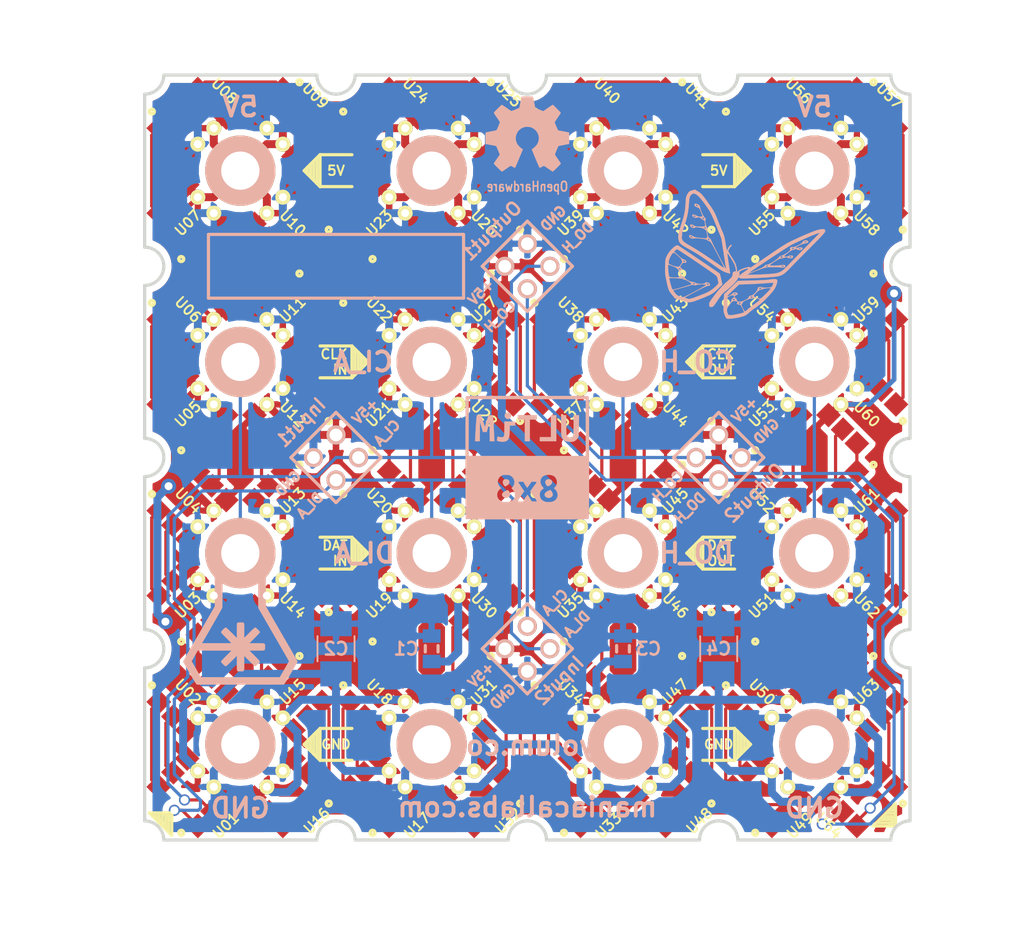
<source format=kicad_pcb>
(kicad_pcb (version 4) (host pcbnew 4.0.6-e0-6349~53~ubuntu16.04.1)
  (title_block (title "ultim8x8 RGB LED panel") (date 2017-01-15) (rev 2.0) (company "WyoManical Labs"))
  (layers (0 Front signal) (31 Back signal) (34 B.Paste user) (35 F.Paste user) (36 B.SilkS user) (37 F.SilkS user) (38 B.Mask user) (39 F.Mask user) (44 Edge.Cuts user))
  (net 0 "")
  (net 1 GND)
  (net 2 "Net-(U01-Pad5)")
  (net 3 "Net-(U01-Pad6)")
  (net 4 "Net-(U02-Pad5)")
  (net 5 "Net-(U02-Pad6)")
  (net 6 "Net-(U03-Pad5)")
  (net 7 "Net-(U03-Pad6)")
  (net 8 "Net-(U04-Pad5)")
  (net 9 "Net-(U04-Pad6)")
  (net 10 "Net-(U05-Pad5)")
  (net 11 "Net-(U05-Pad6)")
  (net 12 "Net-(U06-Pad5)")
  (net 13 "Net-(U06-Pad6)")
  (net 14 "Net-(U07-Pad5)")
  (net 15 "Net-(U07-Pad6)")
  (net 16 "Net-(U09-Pad5)")
  (net 17 "Net-(U09-Pad6)")
  (net 18 "Net-(U10-Pad5)")
  (net 19 "Net-(U10-Pad6)")
  (net 20 "Net-(U11-Pad5)")
  (net 21 "Net-(U11-Pad6)")
  (net 22 "Net-(U12-Pad5)")
  (net 23 "Net-(U12-Pad6)")
  (net 24 "Net-(U13-Pad5)")
  (net 25 "Net-(U13-Pad6)")
  (net 26 "Net-(U14-Pad5)")
  (net 27 "Net-(U14-Pad6)")
  (net 28 "Net-(U15-Pad5)")
  (net 29 "Net-(U15-Pad6)")
  (net 30 "Net-(U17-Pad5)")
  (net 31 "Net-(U17-Pad6)")
  (net 32 "Net-(U18-Pad5)")
  (net 33 "Net-(U18-Pad6)")
  (net 34 "Net-(U19-Pad5)")
  (net 35 "Net-(U19-Pad6)")
  (net 36 "Net-(U20-Pad5)")
  (net 37 "Net-(U20-Pad6)")
  (net 38 "Net-(U21-Pad5)")
  (net 39 "Net-(U21-Pad6)")
  (net 40 "Net-(U22-Pad5)")
  (net 41 "Net-(U22-Pad6)")
  (net 42 "Net-(U23-Pad5)")
  (net 43 "Net-(U23-Pad6)")
  (net 44 "Net-(U25-Pad5)")
  (net 45 "Net-(U25-Pad6)")
  (net 46 "Net-(U26-Pad5)")
  (net 47 "Net-(U26-Pad6)")
  (net 48 "Net-(U27-Pad5)")
  (net 49 "Net-(U27-Pad6)")
  (net 50 "Net-(U28-Pad5)")
  (net 51 "Net-(U28-Pad6)")
  (net 52 "Net-(U29-Pad5)")
  (net 53 "Net-(U29-Pad6)")
  (net 54 "Net-(U30-Pad5)")
  (net 55 "Net-(U30-Pad6)")
  (net 56 "Net-(U31-Pad5)")
  (net 57 "Net-(U31-Pad6)")
  (net 58 "Net-(U33-Pad5)")
  (net 59 "Net-(U33-Pad6)")
  (net 60 "Net-(U34-Pad5)")
  (net 61 "Net-(U34-Pad6)")
  (net 62 "Net-(U35-Pad5)")
  (net 63 "Net-(U35-Pad6)")
  (net 64 "Net-(U36-Pad5)")
  (net 65 "Net-(U36-Pad6)")
  (net 66 "Net-(U37-Pad5)")
  (net 67 "Net-(U37-Pad6)")
  (net 68 "Net-(U38-Pad5)")
  (net 69 "Net-(U38-Pad6)")
  (net 70 "Net-(U39-Pad5)")
  (net 71 "Net-(U39-Pad6)")
  (net 72 "Net-(U41-Pad5)")
  (net 73 "Net-(U41-Pad6)")
  (net 74 "Net-(U42-Pad5)")
  (net 75 "Net-(U42-Pad6)")
  (net 76 "Net-(U43-Pad5)")
  (net 77 "Net-(U43-Pad6)")
  (net 78 "Net-(U44-Pad5)")
  (net 79 "Net-(U44-Pad6)")
  (net 80 "Net-(U45-Pad5)")
  (net 81 "Net-(U45-Pad6)")
  (net 82 "Net-(U46-Pad5)")
  (net 83 "Net-(U46-Pad6)")
  (net 84 "Net-(U47-Pad5)")
  (net 85 "Net-(U47-Pad6)")
  (net 86 "Net-(U49-Pad5)")
  (net 87 "Net-(U49-Pad6)")
  (net 88 "Net-(U50-Pad5)")
  (net 89 "Net-(U50-Pad6)")
  (net 90 "Net-(U51-Pad5)")
  (net 91 "Net-(U51-Pad6)")
  (net 92 "Net-(U52-Pad5)")
  (net 93 "Net-(U52-Pad6)")
  (net 94 "Net-(U53-Pad5)")
  (net 95 "Net-(U53-Pad6)")
  (net 96 "Net-(U54-Pad5)")
  (net 97 "Net-(U54-Pad6)")
  (net 98 "Net-(U55-Pad5)")
  (net 99 "Net-(U55-Pad6)")
  (net 100 "Net-(U57-Pad5)")
  (net 101 "Net-(U57-Pad6)")
  (net 102 "Net-(U58-Pad5)")
  (net 103 "Net-(U58-Pad6)")
  (net 104 "Net-(U59-Pad5)")
  (net 105 "Net-(U59-Pad6)")
  (net 106 "Net-(U60-Pad5)")
  (net 107 "Net-(U60-Pad6)")
  (net 108 "Net-(U61-Pad5)")
  (net 109 "Net-(U61-Pad6)")
  (net 110 "Net-(U62-Pad5)")
  (net 111 "Net-(U62-Pad6)")
  (net 112 "Net-(U63-Pad5)")
  (net 113 "Net-(U63-Pad6)")
  (net 114 /5V)
  (net 115 /DI_A)
  (net 116 /CI_A)
  (net 117 /DO_H)
  (net 118 /CO_H)
  (net 119 /CI_B)
  (net 120 /DI_B)
  (net 121 /CI_C)
  (net 122 /DI_C)
  (net 123 /CI_D)
  (net 124 /DI_D)
  (net 125 /CI_E)
  (net 126 /DI_E)
  (net 127 /CI_F)
  (net 128 /DI_F)
  (net 129 /CI_G)
  (net 130 /DI_G)
  (net 131 /CI_H)
  (net 132 /DI_H)
  (module ultim8x8_libs:c_0805 (layer Back) (at 67.31 74.93 90)
    (fp_text reference C3 (at 0 2.032 180) (layer B.SilkS) (effects (font (size 1.016 1.016) (thickness 0.2032)) (justify mirror)))
    (fp_text value 100nF hide)
    (pad 1 smd rect (at 1.016 0 90) (size 1.0668 1.4224) (layers Back B.Paste B.Mask) (net 1 GND))
    (pad 2 smd rect (at -1.016 0 90) (size 1.0668 1.4224) (layers Back B.Paste B.Mask) (net 114 /5V))
  )
  (module ultim8x8_libs:c_0805 (layer Back) (at 52.07 74.93 90)
    (fp_text reference C1 (at 0 -2.032 180) (layer B.SilkS) (effects (font (size 1.016 1.016) (thickness 0.2032)) (justify mirror)))
    (fp_text value 100nF hide)
    (pad 1 smd rect (at 1.016 0 90) (size 1.0668 1.4224) (layers Back B.Paste B.Mask) (net 1 GND))
    (pad 2 smd rect (at -1.016 0 90) (size 1.0668 1.4224) (layers Back B.Paste B.Mask) (net 114 /5V))
  )
  (module ultim8x8_libs:logo_ultim8x8 (layer Back) (at 59.69 59.69 180)
    (fp_text reference L1 hide)
    (fp_text value ULTiM8x8 hide)
  )
  (module ultim8x8_libs:OSHW_6mm (layer Back) (at 59.69 33.909 180)
    (fp_text reference L2 hide)
    (fp_text value OSHW hide)
    (fp_text user OpenHardware (at 0 -4.191 180) (layer B.SilkS) (effects (font (size 0.762 0.6096) (thickness 0.127)) (justify mirror)))
  )
  (module ultim8x8_libs:logo_wyo_butterfly (layer Back) (at 75.946 44.45 180)
    (fp_text reference L3 hide)
    (fp_text value Wyolum hide)
  )
  (module ultim8x8_libs:logo_MLlabs (layer Back) (at 36.83 72.39 180)
    (fp_text reference L4 hide)
    (fp_text value "Maniacal Labs" hide)
  )
  (module ultim8x8_libs:Screw (layer Back) (at 82.55 82.55)
    (fp_text reference P12 hide)
    (fp_text value GND (at 0 5.08) (layer B.SilkS) (effects (font (thickness 0.3048)) (justify mirror)))
    (pad 1 thru_hole circle (at 0 0) (size 5.6 5.6) (drill 3.048) (layers *.Cu *.SilkS *.Mask) (net 1 GND))
  )
  (module ultim8x8_libs:Screw (layer Back) (at 82.55 36.83)
    (fp_text reference P11 hide)
    (fp_text value 5V (at 0 -5.08) (layer B.SilkS) (effects (font (thickness 0.3048)) (justify mirror)))
    (pad 1 thru_hole circle (at 0 0) (size 5.6 5.6) (drill 3.048) (layers *.Cu *.SilkS *.Mask) (net 114 /5V))
  )
  (module ultim8x8_libs:Screw (layer Back) (at 67.31 67.31)
    (fp_text reference P10 hide)
    (fp_text value DO_H (at 5.842 0) (layer B.SilkS) (effects (font (thickness 0.3048)) (justify mirror)))
    (pad 1 thru_hole circle (at 0 0) (size 5.6 5.6) (drill 3.048) (layers *.Cu *.SilkS *.Mask) (net 117 /DO_H))
  )
  (module ultim8x8_libs:Screw (layer Back) (at 52.07 67.31)
    (fp_text reference P9 hide)
    (fp_text value DI_A (at -5.334 0) (layer B.SilkS) (effects (font (thickness 0.3048)) (justify mirror)))
    (pad 1 thru_hole circle (at 0 0) (size 5.6 5.6) (drill 3.048) (layers *.Cu *.SilkS *.Mask) (net 115 /DI_A))
  )
  (module ultim8x8_libs:Screw (layer Back) (at 36.83 36.83)
    (fp_text reference P3 hide)
    (fp_text value 5V (at 0 -5.08) (layer B.SilkS) (effects (font (thickness 0.3048)) (justify mirror)))
    (pad 1 thru_hole circle (at 0 0) (size 5.6 5.6) (drill 3.048) (layers *.Cu *.SilkS *.Mask) (net 114 /5V))
  )
  (module ultim8x8_libs:Screw (layer Back) (at 36.83 82.55)
    (fp_text reference P4 hide)
    (fp_text value GND (at 0 5.08) (layer B.SilkS) (effects (font (thickness 0.3048)) (justify mirror)))
    (pad 1 thru_hole circle (at 0 0) (size 5.6 5.6) (drill 3.048) (layers *.Cu *.SilkS *.Mask) (net 1 GND))
  )
  (module ultim8x8_libs:Screw (layer Back) (at 52.07 52.07)
    (fp_text reference P7 hide)
    (fp_text value CI_A (at -5.461 0) (layer B.SilkS) (effects (font (thickness 0.3048)) (justify mirror)))
    (pad 1 thru_hole circle (at 0 0) (size 5.6 5.6) (drill 3.048) (layers *.Cu *.SilkS *.Mask) (net 116 /CI_A))
  )
  (module ultim8x8_libs:Screw (layer Back) (at 67.31 52.07)
    (fp_text reference P8 hide)
    (fp_text value CO_H (at 5.842 0) (layer B.SilkS) (effects (font (thickness 0.3048)) (justify mirror)))
    (pad 1 thru_hole circle (at 0 0) (size 5.6 5.6) (drill 3.048) (layers *.Cu *.SilkS *.Mask) (net 118 /CO_H))
  )
  (module ultim8x8_libs:C_1210_HandSoldering (layer Back) (at 44.45 74.93 90)
    (fp_text reference C2 (at 0 0 180) (layer B.SilkS) (effects (font (size 1.016 1.016) (thickness 0.2032)) (justify mirror)))
    (fp_text value "47uF 20V" hide)
    (pad 1 smd rect (at -2 0 90) (size 2 2.5) (layers Back B.Paste B.Mask) (net 114 /5V))
    (pad 2 smd rect (at 2 0 90) (size 2 2.5) (layers Back B.Paste B.Mask) (net 1 GND))
  )
  (module ultim8x8_libs:C_1210_HandSoldering (layer Back) (at 74.93 74.93 90)
    (fp_text reference C4 (at 0 0 180) (layer B.SilkS) (effects (font (size 1.016 1.016) (thickness 0.2032)) (justify mirror)))
    (fp_text value "47uF 20V" hide)
    (pad 1 smd rect (at -2 0 90) (size 2 2.5) (layers Back B.Paste B.Mask) (net 114 /5V))
    (pad 2 smd rect (at 2 0 90) (size 2 2.5) (layers Back B.Paste B.Mask) (net 1 GND))
  )
  (module ultim8x8_libs:APA102 (layer Front) (at 48.26 40.64 45)
    (fp_text reference U23 (at -0.508 0 45) (layer F.SilkS) (effects (font (size 0.8 0.8))))
    (fp_text value APA102 hide)
    (pad 3 smd rect (at 1.6 2.2 135) (size 1.4 1.4) (layers Front F.Paste F.Mask) (net 1 GND) (clearance 0.1))
    (pad 4 smd rect (at 1.6 -2.2 135) (size 1.4 1.4) (layers Front F.Paste F.Mask) (net 114 /5V) (clearance 0.1))
    (pad 5 smd rect (at 0 -2.2 135) (size 1.4 1.3) (layers Front F.Paste F.Mask) (net 42 "Net-(U23-Pad5)") (clearance 0.1))
    (pad 2 smd rect (at 0 2.2 135) (size 1.4 1.3) (layers Front F.Paste F.Mask) (net 40 "Net-(U22-Pad5)") (clearance 0.1))
    (pad 1 smd rect (at -1.6 2.2 135) (size 1.4 1.4) (layers Front F.Paste F.Mask) (net 41 "Net-(U22-Pad6)") (clearance 0.1))
    (pad 6 smd rect (at -1.6 -2.2 135) (size 1.4 1.4) (layers Front F.Paste F.Mask) (net 43 "Net-(U23-Pad6)") (clearance 0.1))
    (pad 3 thru_hole circle (at 1.5 0.9 45) (size 1.2 1.2) (drill 0.635) (layers *.Cu F.SilkS) (net 1 GND))
    (pad 4 thru_hole circle (at 1.5 -0.9 45) (size 1.2 1.2) (drill 0.635) (layers *.Cu F.SilkS) (net 114 /5V))
  )
  (module ultim8x8_libs:APA102 (layer Front) (at 86.36 55.88 135)
    (fp_text reference U60 (at -0.508 0 135) (layer F.SilkS) (effects (font (size 0.8 0.8))))
    (fp_text value APA102 hide)
    (pad 3 smd rect (at 1.6 2.2 225) (size 1.4 1.4) (layers Front F.Paste F.Mask) (net 1 GND) (clearance 0.1))
    (pad 4 smd rect (at 1.6 -2.2 225) (size 1.4 1.4) (layers Front F.Paste F.Mask) (net 114 /5V) (clearance 0.1))
    (pad 5 smd rect (at 0 -2.2 225) (size 1.4 1.3) (layers Front F.Paste F.Mask) (net 106 "Net-(U60-Pad5)") (clearance 0.1))
    (pad 2 smd rect (at 0 2.2 225) (size 1.4 1.3) (layers Front F.Paste F.Mask) (net 104 "Net-(U59-Pad5)") (clearance 0.1))
    (pad 1 smd rect (at -1.6 2.2 225) (size 1.4 1.4) (layers Front F.Paste F.Mask) (net 105 "Net-(U59-Pad6)") (clearance 0.1))
    (pad 6 smd rect (at -1.6 -2.2 225) (size 1.4 1.4) (layers Front F.Paste F.Mask) (net 107 "Net-(U60-Pad6)") (clearance 0.1))
    (pad 3 thru_hole circle (at 1.5 0.9 135) (size 1.2 1.2) (drill 0.635) (layers *.Cu F.SilkS) (net 1 GND))
    (pad 4 thru_hole circle (at 1.5 -0.9 135) (size 1.2 1.2) (drill 0.635) (layers *.Cu F.SilkS) (net 114 /5V))
  )
  (module ultim8x8_libs:APA102 (layer Front) (at 86.36 48.26 225)
    (fp_text reference U59 (at -0.508 0 225) (layer F.SilkS) (effects (font (size 0.8 0.8))))
    (fp_text value APA102 hide)
    (pad 3 smd rect (at 1.6 2.2 315) (size 1.4 1.4) (layers Front F.Paste F.Mask) (net 1 GND) (clearance 0.1))
    (pad 4 smd rect (at 1.6 -2.2 315) (size 1.4 1.4) (layers Front F.Paste F.Mask) (net 114 /5V) (clearance 0.1))
    (pad 5 smd rect (at 0 -2.2 315) (size 1.4 1.3) (layers Front F.Paste F.Mask) (net 104 "Net-(U59-Pad5)") (clearance 0.1))
    (pad 2 smd rect (at 0 2.2 315) (size 1.4 1.3) (layers Front F.Paste F.Mask) (net 102 "Net-(U58-Pad5)") (clearance 0.1))
    (pad 1 smd rect (at -1.6 2.2 315) (size 1.4 1.4) (layers Front F.Paste F.Mask) (net 103 "Net-(U58-Pad6)") (clearance 0.1))
    (pad 6 smd rect (at -1.6 -2.2 315) (size 1.4 1.4) (layers Front F.Paste F.Mask) (net 105 "Net-(U59-Pad6)") (clearance 0.1))
    (pad 3 thru_hole circle (at 1.5 0.9 225) (size 1.2 1.2) (drill 0.635) (layers *.Cu F.SilkS) (net 1 GND))
    (pad 4 thru_hole circle (at 1.5 -0.9 225) (size 1.2 1.2) (drill 0.635) (layers *.Cu F.SilkS) (net 114 /5V))
  )
  (module ultim8x8_libs:APA102 (layer Front) (at 78.74 48.26 315)
    (fp_text reference U54 (at -0.508 0 315) (layer F.SilkS) (effects (font (size 0.8 0.8))))
    (fp_text value APA102 hide)
    (pad 3 smd rect (at 1.6 2.2 45) (size 1.4 1.4) (layers Front F.Paste F.Mask) (net 1 GND) (clearance 0.1))
    (pad 4 smd rect (at 1.6 -2.2 45) (size 1.4 1.4) (layers Front F.Paste F.Mask) (net 114 /5V) (clearance 0.1))
    (pad 5 smd rect (at 0 -2.2 45) (size 1.4 1.3) (layers Front F.Paste F.Mask) (net 96 "Net-(U54-Pad5)") (clearance 0.1))
    (pad 2 smd rect (at 0 2.2 45) (size 1.4 1.3) (layers Front F.Paste F.Mask) (net 94 "Net-(U53-Pad5)") (clearance 0.1))
    (pad 1 smd rect (at -1.6 2.2 45) (size 1.4 1.4) (layers Front F.Paste F.Mask) (net 95 "Net-(U53-Pad6)") (clearance 0.1))
    (pad 6 smd rect (at -1.6 -2.2 45) (size 1.4 1.4) (layers Front F.Paste F.Mask) (net 97 "Net-(U54-Pad6)") (clearance 0.1))
    (pad 3 thru_hole circle (at 1.5 0.9 315) (size 1.2 1.2) (drill 0.635) (layers *.Cu F.SilkS) (net 1 GND))
    (pad 4 thru_hole circle (at 1.5 -0.9 315) (size 1.2 1.2) (drill 0.635) (layers *.Cu F.SilkS) (net 114 /5V))
  )
  (module ultim8x8_libs:APA102 (layer Front) (at 78.74 55.88 45)
    (fp_text reference U53 (at -0.508 0 45) (layer F.SilkS) (effects (font (size 0.8 0.8))))
    (fp_text value APA102 hide)
    (pad 3 smd rect (at 1.6 2.2 135) (size 1.4 1.4) (layers Front F.Paste F.Mask) (net 1 GND) (clearance 0.1))
    (pad 4 smd rect (at 1.6 -2.2 135) (size 1.4 1.4) (layers Front F.Paste F.Mask) (net 114 /5V) (clearance 0.1))
    (pad 5 smd rect (at 0 -2.2 135) (size 1.4 1.3) (layers Front F.Paste F.Mask) (net 94 "Net-(U53-Pad5)") (clearance 0.1))
    (pad 2 smd rect (at 0 2.2 135) (size 1.4 1.3) (layers Front F.Paste F.Mask) (net 92 "Net-(U52-Pad5)") (clearance 0.1))
    (pad 1 smd rect (at -1.6 2.2 135) (size 1.4 1.4) (layers Front F.Paste F.Mask) (net 93 "Net-(U52-Pad6)") (clearance 0.1))
    (pad 6 smd rect (at -1.6 -2.2 135) (size 1.4 1.4) (layers Front F.Paste F.Mask) (net 95 "Net-(U53-Pad6)") (clearance 0.1))
    (pad 3 thru_hole circle (at 1.5 0.9 45) (size 1.2 1.2) (drill 0.635) (layers *.Cu F.SilkS) (net 1 GND))
    (pad 4 thru_hole circle (at 1.5 -0.9 45) (size 1.2 1.2) (drill 0.635) (layers *.Cu F.SilkS) (net 114 /5V))
  )
  (module ultim8x8_libs:APA102 (layer Front) (at 63.5 48.26 315)
    (fp_text reference U38 (at -0.508 0 315) (layer F.SilkS) (effects (font (size 0.8 0.8))))
    (fp_text value APA102 hide)
    (pad 3 smd rect (at 1.6 2.2 45) (size 1.4 1.4) (layers Front F.Paste F.Mask) (net 1 GND) (clearance 0.1))
    (pad 4 smd rect (at 1.6 -2.2 45) (size 1.4 1.4) (layers Front F.Paste F.Mask) (net 114 /5V) (clearance 0.1))
    (pad 5 smd rect (at 0 -2.2 45) (size 1.4 1.3) (layers Front F.Paste F.Mask) (net 68 "Net-(U38-Pad5)") (clearance 0.1))
    (pad 2 smd rect (at 0 2.2 45) (size 1.4 1.3) (layers Front F.Paste F.Mask) (net 66 "Net-(U37-Pad5)") (clearance 0.1))
    (pad 1 smd rect (at -1.6 2.2 45) (size 1.4 1.4) (layers Front F.Paste F.Mask) (net 67 "Net-(U37-Pad6)") (clearance 0.1))
    (pad 6 smd rect (at -1.6 -2.2 45) (size 1.4 1.4) (layers Front F.Paste F.Mask) (net 69 "Net-(U38-Pad6)") (clearance 0.1))
    (pad 3 thru_hole circle (at 1.5 0.9 315) (size 1.2 1.2) (drill 0.635) (layers *.Cu F.SilkS) (net 1 GND))
    (pad 4 thru_hole circle (at 1.5 -0.9 315) (size 1.2 1.2) (drill 0.635) (layers *.Cu F.SilkS) (net 114 /5V))
  )
  (module ultim8x8_libs:APA102 (layer Front) (at 48.26 71.12 45)
    (fp_text reference U19 (at -0.508 0 45) (layer F.SilkS) (effects (font (size 0.8 0.8))))
    (fp_text value APA102 hide)
    (pad 3 smd rect (at 1.6 2.2 135) (size 1.4 1.4) (layers Front F.Paste F.Mask) (net 1 GND) (clearance 0.1))
    (pad 4 smd rect (at 1.6 -2.2 135) (size 1.4 1.4) (layers Front F.Paste F.Mask) (net 114 /5V) (clearance 0.1))
    (pad 5 smd rect (at 0 -2.2 135) (size 1.4 1.3) (layers Front F.Paste F.Mask) (net 34 "Net-(U19-Pad5)") (clearance 0.1))
    (pad 2 smd rect (at 0 2.2 135) (size 1.4 1.3) (layers Front F.Paste F.Mask) (net 32 "Net-(U18-Pad5)") (clearance 0.1))
    (pad 1 smd rect (at -1.6 2.2 135) (size 1.4 1.4) (layers Front F.Paste F.Mask) (net 33 "Net-(U18-Pad6)") (clearance 0.1))
    (pad 6 smd rect (at -1.6 -2.2 135) (size 1.4 1.4) (layers Front F.Paste F.Mask) (net 35 "Net-(U19-Pad6)") (clearance 0.1))
    (pad 3 thru_hole circle (at 1.5 0.9 45) (size 1.2 1.2) (drill 0.635) (layers *.Cu F.SilkS) (net 1 GND))
    (pad 4 thru_hole circle (at 1.5 -0.9 45) (size 1.2 1.2) (drill 0.635) (layers *.Cu F.SilkS) (net 114 /5V))
  )
  (module ultim8x8_libs:APA102 (layer Front) (at 40.64 55.88 135)
    (fp_text reference U12 (at -0.508 0 135) (layer F.SilkS) (effects (font (size 0.8 0.8))))
    (fp_text value APA102 hide)
    (pad 3 smd rect (at 1.6 2.2 225) (size 1.4 1.4) (layers Front F.Paste F.Mask) (net 1 GND) (clearance 0.1))
    (pad 4 smd rect (at 1.6 -2.2 225) (size 1.4 1.4) (layers Front F.Paste F.Mask) (net 114 /5V) (clearance 0.1))
    (pad 5 smd rect (at 0 -2.2 225) (size 1.4 1.3) (layers Front F.Paste F.Mask) (net 22 "Net-(U12-Pad5)") (clearance 0.1))
    (pad 2 smd rect (at 0 2.2 225) (size 1.4 1.3) (layers Front F.Paste F.Mask) (net 20 "Net-(U11-Pad5)") (clearance 0.1))
    (pad 1 smd rect (at -1.6 2.2 225) (size 1.4 1.4) (layers Front F.Paste F.Mask) (net 21 "Net-(U11-Pad6)") (clearance 0.1))
    (pad 6 smd rect (at -1.6 -2.2 225) (size 1.4 1.4) (layers Front F.Paste F.Mask) (net 23 "Net-(U12-Pad6)") (clearance 0.1))
    (pad 3 thru_hole circle (at 1.5 0.9 135) (size 1.2 1.2) (drill 0.635) (layers *.Cu F.SilkS) (net 1 GND))
    (pad 4 thru_hole circle (at 1.5 -0.9 135) (size 1.2 1.2) (drill 0.635) (layers *.Cu F.SilkS) (net 114 /5V))
  )
  (module ultim8x8_libs:APA102 (layer Front) (at 40.64 48.26 225)
    (fp_text reference U11 (at -0.508 0 225) (layer F.SilkS) (effects (font (size 0.8 0.8))))
    (fp_text value APA102 hide)
    (pad 3 smd rect (at 1.6 2.2 315) (size 1.4 1.4) (layers Front F.Paste F.Mask) (net 1 GND) (clearance 0.1))
    (pad 4 smd rect (at 1.6 -2.2 315) (size 1.4 1.4) (layers Front F.Paste F.Mask) (net 114 /5V) (clearance 0.1))
    (pad 5 smd rect (at 0 -2.2 315) (size 1.4 1.3) (layers Front F.Paste F.Mask) (net 20 "Net-(U11-Pad5)") (clearance 0.1))
    (pad 2 smd rect (at 0 2.2 315) (size 1.4 1.3) (layers Front F.Paste F.Mask) (net 18 "Net-(U10-Pad5)") (clearance 0.1))
    (pad 1 smd rect (at -1.6 2.2 315) (size 1.4 1.4) (layers Front F.Paste F.Mask) (net 19 "Net-(U10-Pad6)") (clearance 0.1))
    (pad 6 smd rect (at -1.6 -2.2 315) (size 1.4 1.4) (layers Front F.Paste F.Mask) (net 21 "Net-(U11-Pad6)") (clearance 0.1))
    (pad 3 thru_hole circle (at 1.5 0.9 225) (size 1.2 1.2) (drill 0.635) (layers *.Cu F.SilkS) (net 1 GND))
    (pad 4 thru_hole circle (at 1.5 -0.9 225) (size 1.2 1.2) (drill 0.635) (layers *.Cu F.SilkS) (net 114 /5V))
  )
  (module ultim8x8_libs:APA102 (layer Front) (at 33.02 48.26 315)
    (fp_text reference U06 (at -0.508 0 315) (layer F.SilkS) (effects (font (size 0.8 0.8))))
    (fp_text value APA102 hide)
    (pad 3 smd rect (at 1.6 2.2 45) (size 1.4 1.4) (layers Front F.Paste F.Mask) (net 1 GND) (clearance 0.1))
    (pad 4 smd rect (at 1.6 -2.2 45) (size 1.4 1.4) (layers Front F.Paste F.Mask) (net 114 /5V) (clearance 0.1))
    (pad 5 smd rect (at 0 -2.2 45) (size 1.4 1.3) (layers Front F.Paste F.Mask) (net 12 "Net-(U06-Pad5)") (clearance 0.1))
    (pad 2 smd rect (at 0 2.2 45) (size 1.4 1.3) (layers Front F.Paste F.Mask) (net 10 "Net-(U05-Pad5)") (clearance 0.1))
    (pad 1 smd rect (at -1.6 2.2 45) (size 1.4 1.4) (layers Front F.Paste F.Mask) (net 11 "Net-(U05-Pad6)") (clearance 0.1))
    (pad 6 smd rect (at -1.6 -2.2 45) (size 1.4 1.4) (layers Front F.Paste F.Mask) (net 13 "Net-(U06-Pad6)") (clearance 0.1))
    (pad 3 thru_hole circle (at 1.5 0.9 315) (size 1.2 1.2) (drill 0.635) (layers *.Cu F.SilkS) (net 1 GND))
    (pad 4 thru_hole circle (at 1.5 -0.9 315) (size 1.2 1.2) (drill 0.635) (layers *.Cu F.SilkS) (net 114 /5V))
  )
  (module ultim8x8_libs:APA102 (layer Front) (at 33.02 55.88 45)
    (fp_text reference U05 (at -0.508 0 45) (layer F.SilkS) (effects (font (size 0.8 0.8))))
    (fp_text value APA102 hide)
    (pad 3 smd rect (at 1.6 2.2 135) (size 1.4 1.4) (layers Front F.Paste F.Mask) (net 1 GND) (clearance 0.1))
    (pad 4 smd rect (at 1.6 -2.2 135) (size 1.4 1.4) (layers Front F.Paste F.Mask) (net 114 /5V) (clearance 0.1))
    (pad 5 smd rect (at 0 -2.2 135) (size 1.4 1.3) (layers Front F.Paste F.Mask) (net 10 "Net-(U05-Pad5)") (clearance 0.1))
    (pad 2 smd rect (at 0 2.2 135) (size 1.4 1.3) (layers Front F.Paste F.Mask) (net 8 "Net-(U04-Pad5)") (clearance 0.1))
    (pad 1 smd rect (at -1.6 2.2 135) (size 1.4 1.4) (layers Front F.Paste F.Mask) (net 9 "Net-(U04-Pad6)") (clearance 0.1))
    (pad 6 smd rect (at -1.6 -2.2 135) (size 1.4 1.4) (layers Front F.Paste F.Mask) (net 11 "Net-(U05-Pad6)") (clearance 0.1))
    (pad 3 thru_hole circle (at 1.5 0.9 45) (size 1.2 1.2) (drill 0.635) (layers *.Cu F.SilkS) (net 1 GND))
    (pad 4 thru_hole circle (at 1.5 -0.9 45) (size 1.2 1.2) (drill 0.635) (layers *.Cu F.SilkS) (net 114 /5V))
  )
  (module ultim8x8_libs:APA102 (layer Front) (at 86.36 71.12 135)
    (fp_text reference U62 (at -0.508 0 135) (layer F.SilkS) (effects (font (size 0.8 0.8))))
    (fp_text value APA102 hide)
    (pad 3 smd rect (at 1.6 2.2 225) (size 1.4 1.4) (layers Front F.Paste F.Mask) (net 1 GND) (clearance 0.1))
    (pad 4 smd rect (at 1.6 -2.2 225) (size 1.4 1.4) (layers Front F.Paste F.Mask) (net 114 /5V) (clearance 0.1))
    (pad 5 smd rect (at 0 -2.2 225) (size 1.4 1.3) (layers Front F.Paste F.Mask) (net 110 "Net-(U62-Pad5)") (clearance 0.1))
    (pad 2 smd rect (at 0 2.2 225) (size 1.4 1.3) (layers Front F.Paste F.Mask) (net 108 "Net-(U61-Pad5)") (clearance 0.1))
    (pad 1 smd rect (at -1.6 2.2 225) (size 1.4 1.4) (layers Front F.Paste F.Mask) (net 109 "Net-(U61-Pad6)") (clearance 0.1))
    (pad 6 smd rect (at -1.6 -2.2 225) (size 1.4 1.4) (layers Front F.Paste F.Mask) (net 111 "Net-(U62-Pad6)") (clearance 0.1))
    (pad 3 thru_hole circle (at 1.5 0.9 135) (size 1.2 1.2) (drill 0.635) (layers *.Cu F.SilkS) (net 1 GND))
    (pad 4 thru_hole circle (at 1.5 -0.9 135) (size 1.2 1.2) (drill 0.635) (layers *.Cu F.SilkS) (net 114 /5V))
  )
  (module ultim8x8_libs:APA102 (layer Front) (at 86.36 63.5 225)
    (fp_text reference U61 (at -0.508 0 225) (layer F.SilkS) (effects (font (size 0.8 0.8))))
    (fp_text value APA102 hide)
    (pad 3 smd rect (at 1.6 2.2 315) (size 1.4 1.4) (layers Front F.Paste F.Mask) (net 1 GND) (clearance 0.1))
    (pad 4 smd rect (at 1.6 -2.2 315) (size 1.4 1.4) (layers Front F.Paste F.Mask) (net 114 /5V) (clearance 0.1))
    (pad 5 smd rect (at 0 -2.2 315) (size 1.4 1.3) (layers Front F.Paste F.Mask) (net 108 "Net-(U61-Pad5)") (clearance 0.1))
    (pad 2 smd rect (at 0 2.2 315) (size 1.4 1.3) (layers Front F.Paste F.Mask) (net 106 "Net-(U60-Pad5)") (clearance 0.1))
    (pad 1 smd rect (at -1.6 2.2 315) (size 1.4 1.4) (layers Front F.Paste F.Mask) (net 107 "Net-(U60-Pad6)") (clearance 0.1))
    (pad 6 smd rect (at -1.6 -2.2 315) (size 1.4 1.4) (layers Front F.Paste F.Mask) (net 109 "Net-(U61-Pad6)") (clearance 0.1))
    (pad 3 thru_hole circle (at 1.5 0.9 225) (size 1.2 1.2) (drill 0.635) (layers *.Cu F.SilkS) (net 1 GND))
    (pad 4 thru_hole circle (at 1.5 -0.9 225) (size 1.2 1.2) (drill 0.635) (layers *.Cu F.SilkS) (net 114 /5V))
  )
  (module ultim8x8_libs:APA102 (layer Front) (at 86.36 40.64 135)
    (fp_text reference U58 (at -0.508 0 135) (layer F.SilkS) (effects (font (size 0.8 0.8))))
    (fp_text value APA102 hide)
    (pad 3 smd rect (at 1.6 2.2 225) (size 1.4 1.4) (layers Front F.Paste F.Mask) (net 1 GND) (clearance 0.1))
    (pad 4 smd rect (at 1.6 -2.2 225) (size 1.4 1.4) (layers Front F.Paste F.Mask) (net 114 /5V) (clearance 0.1))
    (pad 5 smd rect (at 0 -2.2 225) (size 1.4 1.3) (layers Front F.Paste F.Mask) (net 102 "Net-(U58-Pad5)") (clearance 0.1))
    (pad 2 smd rect (at 0 2.2 225) (size 1.4 1.3) (layers Front F.Paste F.Mask) (net 100 "Net-(U57-Pad5)") (clearance 0.1))
    (pad 1 smd rect (at -1.6 2.2 225) (size 1.4 1.4) (layers Front F.Paste F.Mask) (net 101 "Net-(U57-Pad6)") (clearance 0.1))
    (pad 6 smd rect (at -1.6 -2.2 225) (size 1.4 1.4) (layers Front F.Paste F.Mask) (net 103 "Net-(U58-Pad6)") (clearance 0.1))
    (pad 3 thru_hole circle (at 1.5 0.9 135) (size 1.2 1.2) (drill 0.635) (layers *.Cu F.SilkS) (net 1 GND))
    (pad 4 thru_hole circle (at 1.5 -0.9 135) (size 1.2 1.2) (drill 0.635) (layers *.Cu F.SilkS) (net 114 /5V))
  )
  (module ultim8x8_libs:APA102 (layer Front) (at 86.36 33.02 225)
    (fp_text reference U57 (at -3.053287 0 315) (layer F.SilkS) (effects (font (size 0.8 0.8))))
    (fp_text value APA102 hide)
    (pad 3 smd rect (at 1.6 2.2 315) (size 1.4 1.4) (layers Front F.Paste F.Mask) (net 1 GND) (clearance 0.1))
    (pad 4 smd rect (at 1.6 -2.2 315) (size 1.4 1.4) (layers Front F.Paste F.Mask) (net 114 /5V) (clearance 0.1))
    (pad 5 smd rect (at 0 -2.2 315) (size 1.4 1.3) (layers Front F.Paste F.Mask) (net 100 "Net-(U57-Pad5)") (clearance 0.1))
    (pad 2 smd rect (at 0 2.2 315) (size 1.4 1.3) (layers Front F.Paste F.Mask) (net 131 /CI_H) (clearance 0.1))
    (pad 1 smd rect (at -1.6 2.2 315) (size 1.4 1.4) (layers Front F.Paste F.Mask) (net 132 /DI_H) (clearance 0.1))
    (pad 6 smd rect (at -1.6 -2.2 315) (size 1.4 1.4) (layers Front F.Paste F.Mask) (net 101 "Net-(U57-Pad6)") (clearance 0.1))
    (pad 3 thru_hole circle (at 1.5 0.9 225) (size 1.2 1.2) (drill 0.635) (layers *.Cu F.SilkS) (net 1 GND))
    (pad 4 thru_hole circle (at 1.5 -0.9 225) (size 1.2 1.2) (drill 0.635) (layers *.Cu F.SilkS) (net 114 /5V))
  )
  (module ultim8x8_libs:APA102 (layer Front) (at 78.74 33.02 315)
    (fp_text reference U56 (at 0 -3.592102 315) (layer F.SilkS) (effects (font (size 0.8 0.8))))
    (fp_text value APA102 hide)
    (pad 3 smd rect (at 1.6 2.2 45) (size 1.4 1.4) (layers Front F.Paste F.Mask) (net 1 GND) (clearance 0.1))
    (pad 4 smd rect (at 1.6 -2.2 45) (size 1.4 1.4) (layers Front F.Paste F.Mask) (net 114 /5V) (clearance 0.1))
    (pad 5 smd rect (at 0 -2.2 45) (size 1.4 1.3) (layers Front F.Paste F.Mask) (net 131 /CI_H) (clearance 0.1))
    (pad 2 smd rect (at 0 2.2 45) (size 1.4 1.3) (layers Front F.Paste F.Mask) (net 98 "Net-(U55-Pad5)") (clearance 0.1))
    (pad 1 smd rect (at -1.6 2.2 45) (size 1.4 1.4) (layers Front F.Paste F.Mask) (net 99 "Net-(U55-Pad6)") (clearance 0.1))
    (pad 6 smd rect (at -1.6 -2.2 45) (size 1.4 1.4) (layers Front F.Paste F.Mask) (net 132 /DI_H) (clearance 0.1))
    (pad 3 thru_hole circle (at 1.5 0.9 315) (size 1.2 1.2) (drill 0.635) (layers *.Cu F.SilkS) (net 1 GND))
    (pad 4 thru_hole circle (at 1.5 -0.9 315) (size 1.2 1.2) (drill 0.635) (layers *.Cu F.SilkS) (net 114 /5V))
  )
  (module ultim8x8_libs:APA102 (layer Front) (at 78.74 40.64 45)
    (fp_text reference U55 (at -0.508 0 45) (layer F.SilkS) (effects (font (size 0.8 0.8))))
    (fp_text value APA102 hide)
    (pad 3 smd rect (at 1.6 2.2 135) (size 1.4 1.4) (layers Front F.Paste F.Mask) (net 1 GND) (clearance 0.1))
    (pad 4 smd rect (at 1.6 -2.2 135) (size 1.4 1.4) (layers Front F.Paste F.Mask) (net 114 /5V) (clearance 0.1))
    (pad 5 smd rect (at 0 -2.2 135) (size 1.4 1.3) (layers Front F.Paste F.Mask) (net 98 "Net-(U55-Pad5)") (clearance 0.1))
    (pad 2 smd rect (at 0 2.2 135) (size 1.4 1.3) (layers Front F.Paste F.Mask) (net 96 "Net-(U54-Pad5)") (clearance 0.1))
    (pad 1 smd rect (at -1.6 2.2 135) (size 1.4 1.4) (layers Front F.Paste F.Mask) (net 97 "Net-(U54-Pad6)") (clearance 0.1))
    (pad 6 smd rect (at -1.6 -2.2 135) (size 1.4 1.4) (layers Front F.Paste F.Mask) (net 99 "Net-(U55-Pad6)") (clearance 0.1))
    (pad 3 thru_hole circle (at 1.5 0.9 45) (size 1.2 1.2) (drill 0.635) (layers *.Cu F.SilkS) (net 1 GND))
    (pad 4 thru_hole circle (at 1.5 -0.9 45) (size 1.2 1.2) (drill 0.635) (layers *.Cu F.SilkS) (net 114 /5V))
  )
  (module ultim8x8_libs:APA102 (layer Front) (at 78.74 63.5 315)
    (fp_text reference U52 (at -0.508 0 315) (layer F.SilkS) (effects (font (size 0.8 0.8))))
    (fp_text value APA102 hide)
    (pad 3 smd rect (at 1.6 2.2 45) (size 1.4 1.4) (layers Front F.Paste F.Mask) (net 1 GND) (clearance 0.1))
    (pad 4 smd rect (at 1.6 -2.2 45) (size 1.4 1.4) (layers Front F.Paste F.Mask) (net 114 /5V) (clearance 0.1))
    (pad 5 smd rect (at 0 -2.2 45) (size 1.4 1.3) (layers Front F.Paste F.Mask) (net 92 "Net-(U52-Pad5)") (clearance 0.1))
    (pad 2 smd rect (at 0 2.2 45) (size 1.4 1.3) (layers Front F.Paste F.Mask) (net 90 "Net-(U51-Pad5)") (clearance 0.1))
    (pad 1 smd rect (at -1.6 2.2 45) (size 1.4 1.4) (layers Front F.Paste F.Mask) (net 91 "Net-(U51-Pad6)") (clearance 0.1))
    (pad 6 smd rect (at -1.6 -2.2 45) (size 1.4 1.4) (layers Front F.Paste F.Mask) (net 93 "Net-(U52-Pad6)") (clearance 0.1))
    (pad 3 thru_hole circle (at 1.5 0.9 315) (size 1.2 1.2) (drill 0.635) (layers *.Cu F.SilkS) (net 1 GND))
    (pad 4 thru_hole circle (at 1.5 -0.9 315) (size 1.2 1.2) (drill 0.635) (layers *.Cu F.SilkS) (net 114 /5V))
  )
  (module ultim8x8_libs:APA102 (layer Front) (at 78.74 71.12 45)
    (fp_text reference U51 (at -0.508 0 45) (layer F.SilkS) (effects (font (size 0.8 0.8))))
    (fp_text value APA102 hide)
    (pad 3 smd rect (at 1.6 2.2 135) (size 1.4 1.4) (layers Front F.Paste F.Mask) (net 1 GND) (clearance 0.1))
    (pad 4 smd rect (at 1.6 -2.2 135) (size 1.4 1.4) (layers Front F.Paste F.Mask) (net 114 /5V) (clearance 0.1))
    (pad 5 smd rect (at 0 -2.2 135) (size 1.4 1.3) (layers Front F.Paste F.Mask) (net 90 "Net-(U51-Pad5)") (clearance 0.1))
    (pad 2 smd rect (at 0 2.2 135) (size 1.4 1.3) (layers Front F.Paste F.Mask) (net 88 "Net-(U50-Pad5)") (clearance 0.1))
    (pad 1 smd rect (at -1.6 2.2 135) (size 1.4 1.4) (layers Front F.Paste F.Mask) (net 89 "Net-(U50-Pad6)") (clearance 0.1))
    (pad 6 smd rect (at -1.6 -2.2 135) (size 1.4 1.4) (layers Front F.Paste F.Mask) (net 91 "Net-(U51-Pad6)") (clearance 0.1))
    (pad 3 thru_hole circle (at 1.5 0.9 45) (size 1.2 1.2) (drill 0.635) (layers *.Cu F.SilkS) (net 1 GND))
    (pad 4 thru_hole circle (at 1.5 -0.9 45) (size 1.2 1.2) (drill 0.635) (layers *.Cu F.SilkS) (net 114 /5V))
  )
  (module ultim8x8_libs:APA102 (layer Front) (at 78.74 78.74 315)
    (fp_text reference U50 (at -0.508 0 315) (layer F.SilkS) (effects (font (size 0.8 0.8))))
    (fp_text value APA102 hide)
    (pad 3 smd rect (at 1.6 2.2 45) (size 1.4 1.4) (layers Front F.Paste F.Mask) (net 1 GND) (clearance 0.1))
    (pad 4 smd rect (at 1.6 -2.2 45) (size 1.4 1.4) (layers Front F.Paste F.Mask) (net 114 /5V) (clearance 0.1))
    (pad 5 smd rect (at 0 -2.2 45) (size 1.4 1.3) (layers Front F.Paste F.Mask) (net 88 "Net-(U50-Pad5)") (clearance 0.1))
    (pad 2 smd rect (at 0 2.2 45) (size 1.4 1.3) (layers Front F.Paste F.Mask) (net 86 "Net-(U49-Pad5)") (clearance 0.1))
    (pad 1 smd rect (at -1.6 2.2 45) (size 1.4 1.4) (layers Front F.Paste F.Mask) (net 87 "Net-(U49-Pad6)") (clearance 0.1))
    (pad 6 smd rect (at -1.6 -2.2 45) (size 1.4 1.4) (layers Front F.Paste F.Mask) (net 89 "Net-(U50-Pad6)") (clearance 0.1))
    (pad 3 thru_hole circle (at 1.5 0.9 315) (size 1.2 1.2) (drill 0.635) (layers *.Cu F.SilkS) (net 1 GND))
    (pad 4 thru_hole circle (at 1.5 -0.9 315) (size 1.2 1.2) (drill 0.635) (layers *.Cu F.SilkS) (net 114 /5V))
  )
  (module ultim8x8_libs:APA102 (layer Front) (at 71.12 78.74 225)
    (fp_text reference U47 (at -0.508 0 225) (layer F.SilkS) (effects (font (size 0.8 0.8))))
    (fp_text value APA102 hide)
    (pad 3 smd rect (at 1.6 2.2 315) (size 1.4 1.4) (layers Front F.Paste F.Mask) (net 1 GND) (clearance 0.1))
    (pad 4 smd rect (at 1.6 -2.2 315) (size 1.4 1.4) (layers Front F.Paste F.Mask) (net 114 /5V) (clearance 0.1))
    (pad 5 smd rect (at 0 -2.2 315) (size 1.4 1.3) (layers Front F.Paste F.Mask) (net 84 "Net-(U47-Pad5)") (clearance 0.1))
    (pad 2 smd rect (at 0 2.2 315) (size 1.4 1.3) (layers Front F.Paste F.Mask) (net 82 "Net-(U46-Pad5)") (clearance 0.1))
    (pad 1 smd rect (at -1.6 2.2 315) (size 1.4 1.4) (layers Front F.Paste F.Mask) (net 83 "Net-(U46-Pad6)") (clearance 0.1))
    (pad 6 smd rect (at -1.6 -2.2 315) (size 1.4 1.4) (layers Front F.Paste F.Mask) (net 85 "Net-(U47-Pad6)") (clearance 0.1))
    (pad 3 thru_hole circle (at 1.5 0.9 225) (size 1.2 1.2) (drill 0.635) (layers *.Cu F.SilkS) (net 1 GND))
    (pad 4 thru_hole circle (at 1.5 -0.9 225) (size 1.2 1.2) (drill 0.635) (layers *.Cu F.SilkS) (net 114 /5V))
  )
  (module ultim8x8_libs:APA102 (layer Front) (at 71.12 71.12 135)
    (fp_text reference U46 (at -0.508 0 135) (layer F.SilkS) (effects (font (size 0.8 0.8))))
    (fp_text value APA102 hide)
    (pad 3 smd rect (at 1.6 2.2 225) (size 1.4 1.4) (layers Front F.Paste F.Mask) (net 1 GND) (clearance 0.1))
    (pad 4 smd rect (at 1.6 -2.2 225) (size 1.4 1.4) (layers Front F.Paste F.Mask) (net 114 /5V) (clearance 0.1))
    (pad 5 smd rect (at 0 -2.2 225) (size 1.4 1.3) (layers Front F.Paste F.Mask) (net 82 "Net-(U46-Pad5)") (clearance 0.1))
    (pad 2 smd rect (at 0 2.2 225) (size 1.4 1.3) (layers Front F.Paste F.Mask) (net 80 "Net-(U45-Pad5)") (clearance 0.1))
    (pad 1 smd rect (at -1.6 2.2 225) (size 1.4 1.4) (layers Front F.Paste F.Mask) (net 81 "Net-(U45-Pad6)") (clearance 0.1))
    (pad 6 smd rect (at -1.6 -2.2 225) (size 1.4 1.4) (layers Front F.Paste F.Mask) (net 83 "Net-(U46-Pad6)") (clearance 0.1))
    (pad 3 thru_hole circle (at 1.5 0.9 135) (size 1.2 1.2) (drill 0.635) (layers *.Cu F.SilkS) (net 1 GND))
    (pad 4 thru_hole circle (at 1.5 -0.9 135) (size 1.2 1.2) (drill 0.635) (layers *.Cu F.SilkS) (net 114 /5V))
  )
  (module ultim8x8_libs:APA102 (layer Front) (at 71.12 63.5 225)
    (fp_text reference U45 (at -0.508 0 225) (layer F.SilkS) (effects (font (size 0.8 0.8))))
    (fp_text value APA102 hide)
    (pad 3 smd rect (at 1.6 2.2 315) (size 1.4 1.4) (layers Front F.Paste F.Mask) (net 1 GND) (clearance 0.1))
    (pad 4 smd rect (at 1.6 -2.2 315) (size 1.4 1.4) (layers Front F.Paste F.Mask) (net 114 /5V) (clearance 0.1))
    (pad 5 smd rect (at 0 -2.2 315) (size 1.4 1.3) (layers Front F.Paste F.Mask) (net 80 "Net-(U45-Pad5)") (clearance 0.1))
    (pad 2 smd rect (at 0 2.2 315) (size 1.4 1.3) (layers Front F.Paste F.Mask) (net 78 "Net-(U44-Pad5)") (clearance 0.1))
    (pad 1 smd rect (at -1.6 2.2 315) (size 1.4 1.4) (layers Front F.Paste F.Mask) (net 79 "Net-(U44-Pad6)") (clearance 0.1))
    (pad 6 smd rect (at -1.6 -2.2 315) (size 1.4 1.4) (layers Front F.Paste F.Mask) (net 81 "Net-(U45-Pad6)") (clearance 0.1))
    (pad 3 thru_hole circle (at 1.5 0.9 225) (size 1.2 1.2) (drill 0.635) (layers *.Cu F.SilkS) (net 1 GND))
    (pad 4 thru_hole circle (at 1.5 -0.9 225) (size 1.2 1.2) (drill 0.635) (layers *.Cu F.SilkS) (net 114 /5V))
  )
  (module ultim8x8_libs:APA102 (layer Front) (at 71.12 55.88 135)
    (fp_text reference U44 (at -0.508 0 135) (layer F.SilkS) (effects (font (size 0.8 0.8))))
    (fp_text value APA102 hide)
    (pad 3 smd rect (at 1.6 2.2 225) (size 1.4 1.4) (layers Front F.Paste F.Mask) (net 1 GND) (clearance 0.1))
    (pad 4 smd rect (at 1.6 -2.2 225) (size 1.4 1.4) (layers Front F.Paste F.Mask) (net 114 /5V) (clearance 0.1))
    (pad 5 smd rect (at 0 -2.2 225) (size 1.4 1.3) (layers Front F.Paste F.Mask) (net 78 "Net-(U44-Pad5)") (clearance 0.1))
    (pad 2 smd rect (at 0 2.2 225) (size 1.4 1.3) (layers Front F.Paste F.Mask) (net 76 "Net-(U43-Pad5)") (clearance 0.1))
    (pad 1 smd rect (at -1.6 2.2 225) (size 1.4 1.4) (layers Front F.Paste F.Mask) (net 77 "Net-(U43-Pad6)") (clearance 0.1))
    (pad 6 smd rect (at -1.6 -2.2 225) (size 1.4 1.4) (layers Front F.Paste F.Mask) (net 79 "Net-(U44-Pad6)") (clearance 0.1))
    (pad 3 thru_hole circle (at 1.5 0.9 135) (size 1.2 1.2) (drill 0.635) (layers *.Cu F.SilkS) (net 1 GND))
    (pad 4 thru_hole circle (at 1.5 -0.9 135) (size 1.2 1.2) (drill 0.635) (layers *.Cu F.SilkS) (net 114 /5V))
  )
  (module ultim8x8_libs:APA102 (layer Front) (at 71.12 40.64 135)
    (fp_text reference U42 (at -0.508 0 135) (layer F.SilkS) (effects (font (size 0.8 0.8))))
    (fp_text value APA102 hide)
    (pad 3 smd rect (at 1.6 2.2 225) (size 1.4 1.4) (layers Front F.Paste F.Mask) (net 1 GND) (clearance 0.1))
    (pad 4 smd rect (at 1.6 -2.2 225) (size 1.4 1.4) (layers Front F.Paste F.Mask) (net 114 /5V) (clearance 0.1))
    (pad 5 smd rect (at 0 -2.2 225) (size 1.4 1.3) (layers Front F.Paste F.Mask) (net 74 "Net-(U42-Pad5)") (clearance 0.1))
    (pad 2 smd rect (at 0 2.2 225) (size 1.4 1.3) (layers Front F.Paste F.Mask) (net 72 "Net-(U41-Pad5)") (clearance 0.1))
    (pad 1 smd rect (at -1.6 2.2 225) (size 1.4 1.4) (layers Front F.Paste F.Mask) (net 73 "Net-(U41-Pad6)") (clearance 0.1))
    (pad 6 smd rect (at -1.6 -2.2 225) (size 1.4 1.4) (layers Front F.Paste F.Mask) (net 75 "Net-(U42-Pad6)") (clearance 0.1))
    (pad 3 thru_hole circle (at 1.5 0.9 135) (size 1.2 1.2) (drill 0.635) (layers *.Cu F.SilkS) (net 1 GND))
    (pad 4 thru_hole circle (at 1.5 -0.9 135) (size 1.2 1.2) (drill 0.635) (layers *.Cu F.SilkS) (net 114 /5V))
  )
  (module ultim8x8_libs:APA102 (layer Front) (at 71.12 33.02 225)
    (fp_text reference U41 (at -3.053287 0 315) (layer F.SilkS) (effects (font (size 0.8 0.8))))
    (fp_text value APA102 hide)
    (pad 3 smd rect (at 1.6 2.2 315) (size 1.4 1.4) (layers Front F.Paste F.Mask) (net 1 GND) (clearance 0.1))
    (pad 4 smd rect (at 1.6 -2.2 315) (size 1.4 1.4) (layers Front F.Paste F.Mask) (net 114 /5V) (clearance 0.1))
    (pad 5 smd rect (at 0 -2.2 315) (size 1.4 1.3) (layers Front F.Paste F.Mask) (net 72 "Net-(U41-Pad5)") (clearance 0.1))
    (pad 2 smd rect (at 0 2.2 315) (size 1.4 1.3) (layers Front F.Paste F.Mask) (net 127 /CI_F) (clearance 0.1))
    (pad 1 smd rect (at -1.6 2.2 315) (size 1.4 1.4) (layers Front F.Paste F.Mask) (net 128 /DI_F) (clearance 0.1))
    (pad 6 smd rect (at -1.6 -2.2 315) (size 1.4 1.4) (layers Front F.Paste F.Mask) (net 73 "Net-(U41-Pad6)") (clearance 0.1))
    (pad 3 thru_hole circle (at 1.5 0.9 225) (size 1.2 1.2) (drill 0.635) (layers *.Cu F.SilkS) (net 1 GND))
    (pad 4 thru_hole circle (at 1.5 -0.9 225) (size 1.2 1.2) (drill 0.635) (layers *.Cu F.SilkS) (net 114 /5V))
  )
  (module ultim8x8_libs:APA102 (layer Front) (at 63.5 33.02 315)
    (fp_text reference U40 (at 0 -3.592102 315) (layer F.SilkS) (effects (font (size 0.8 0.8))))
    (fp_text value APA102 hide)
    (pad 3 smd rect (at 1.6 2.2 45) (size 1.4 1.4) (layers Front F.Paste F.Mask) (net 1 GND) (clearance 0.1))
    (pad 4 smd rect (at 1.6 -2.2 45) (size 1.4 1.4) (layers Front F.Paste F.Mask) (net 114 /5V) (clearance 0.1))
    (pad 5 smd rect (at 0 -2.2 45) (size 1.4 1.3) (layers Front F.Paste F.Mask) (net 127 /CI_F) (clearance 0.1))
    (pad 2 smd rect (at 0 2.2 45) (size 1.4 1.3) (layers Front F.Paste F.Mask) (net 70 "Net-(U39-Pad5)") (clearance 0.1))
    (pad 1 smd rect (at -1.6 2.2 45) (size 1.4 1.4) (layers Front F.Paste F.Mask) (net 71 "Net-(U39-Pad6)") (clearance 0.1))
    (pad 6 smd rect (at -1.6 -2.2 45) (size 1.4 1.4) (layers Front F.Paste F.Mask) (net 128 /DI_F) (clearance 0.1))
    (pad 3 thru_hole circle (at 1.5 0.9 315) (size 1.2 1.2) (drill 0.635) (layers *.Cu F.SilkS) (net 1 GND))
    (pad 4 thru_hole circle (at 1.5 -0.9 315) (size 1.2 1.2) (drill 0.635) (layers *.Cu F.SilkS) (net 114 /5V))
  )
  (module ultim8x8_libs:APA102 (layer Front) (at 63.5 40.64 45)
    (fp_text reference U39 (at -0.508 0 45) (layer F.SilkS) (effects (font (size 0.8 0.8))))
    (fp_text value APA102 hide)
    (pad 3 smd rect (at 1.6 2.2 135) (size 1.4 1.4) (layers Front F.Paste F.Mask) (net 1 GND) (clearance 0.1))
    (pad 4 smd rect (at 1.6 -2.2 135) (size 1.4 1.4) (layers Front F.Paste F.Mask) (net 114 /5V) (clearance 0.1))
    (pad 5 smd rect (at 0 -2.2 135) (size 1.4 1.3) (layers Front F.Paste F.Mask) (net 70 "Net-(U39-Pad5)") (clearance 0.1))
    (pad 2 smd rect (at 0 2.2 135) (size 1.4 1.3) (layers Front F.Paste F.Mask) (net 68 "Net-(U38-Pad5)") (clearance 0.1))
    (pad 1 smd rect (at -1.6 2.2 135) (size 1.4 1.4) (layers Front F.Paste F.Mask) (net 69 "Net-(U38-Pad6)") (clearance 0.1))
    (pad 6 smd rect (at -1.6 -2.2 135) (size 1.4 1.4) (layers Front F.Paste F.Mask) (net 71 "Net-(U39-Pad6)") (clearance 0.1))
    (pad 3 thru_hole circle (at 1.5 0.9 45) (size 1.2 1.2) (drill 0.635) (layers *.Cu F.SilkS) (net 1 GND))
    (pad 4 thru_hole circle (at 1.5 -0.9 45) (size 1.2 1.2) (drill 0.635) (layers *.Cu F.SilkS) (net 114 /5V))
  )
  (module ultim8x8_libs:APA102 (layer Front) (at 63.5 55.88 45)
    (fp_text reference U37 (at -0.508 0 45) (layer F.SilkS) (effects (font (size 0.8 0.8))))
    (fp_text value APA102 hide)
    (pad 3 smd rect (at 1.6 2.2 135) (size 1.4 1.4) (layers Front F.Paste F.Mask) (net 1 GND) (clearance 0.1))
    (pad 4 smd rect (at 1.6 -2.2 135) (size 1.4 1.4) (layers Front F.Paste F.Mask) (net 114 /5V) (clearance 0.1))
    (pad 5 smd rect (at 0 -2.2 135) (size 1.4 1.3) (layers Front F.Paste F.Mask) (net 66 "Net-(U37-Pad5)") (clearance 0.1))
    (pad 2 smd rect (at 0 2.2 135) (size 1.4 1.3) (layers Front F.Paste F.Mask) (net 64 "Net-(U36-Pad5)") (clearance 0.1))
    (pad 1 smd rect (at -1.6 2.2 135) (size 1.4 1.4) (layers Front F.Paste F.Mask) (net 65 "Net-(U36-Pad6)") (clearance 0.1))
    (pad 6 smd rect (at -1.6 -2.2 135) (size 1.4 1.4) (layers Front F.Paste F.Mask) (net 67 "Net-(U37-Pad6)") (clearance 0.1))
    (pad 3 thru_hole circle (at 1.5 0.9 45) (size 1.2 1.2) (drill 0.635) (layers *.Cu F.SilkS) (net 1 GND))
    (pad 4 thru_hole circle (at 1.5 -0.9 45) (size 1.2 1.2) (drill 0.635) (layers *.Cu F.SilkS) (net 114 /5V))
  )
  (module ultim8x8_libs:APA102 (layer Front) (at 63.5 63.5 315)
    (fp_text reference U36 (at -0.508 0 315) (layer F.SilkS) (effects (font (size 0.8 0.8))))
    (fp_text value APA102 hide)
    (pad 3 smd rect (at 1.6 2.2 45) (size 1.4 1.4) (layers Front F.Paste F.Mask) (net 1 GND) (clearance 0.1))
    (pad 4 smd rect (at 1.6 -2.2 45) (size 1.4 1.4) (layers Front F.Paste F.Mask) (net 114 /5V) (clearance 0.1))
    (pad 5 smd rect (at 0 -2.2 45) (size 1.4 1.3) (layers Front F.Paste F.Mask) (net 64 "Net-(U36-Pad5)") (clearance 0.1))
    (pad 2 smd rect (at 0 2.2 45) (size 1.4 1.3) (layers Front F.Paste F.Mask) (net 62 "Net-(U35-Pad5)") (clearance 0.1))
    (pad 1 smd rect (at -1.6 2.2 45) (size 1.4 1.4) (layers Front F.Paste F.Mask) (net 63 "Net-(U35-Pad6)") (clearance 0.1))
    (pad 6 smd rect (at -1.6 -2.2 45) (size 1.4 1.4) (layers Front F.Paste F.Mask) (net 65 "Net-(U36-Pad6)") (clearance 0.1))
    (pad 3 thru_hole circle (at 1.5 0.9 315) (size 1.2 1.2) (drill 0.635) (layers *.Cu F.SilkS) (net 1 GND))
    (pad 4 thru_hole circle (at 1.5 -0.9 315) (size 1.2 1.2) (drill 0.635) (layers *.Cu F.SilkS) (net 114 /5V))
  )
  (module ultim8x8_libs:APA102 (layer Front) (at 63.5 71.12 45)
    (fp_text reference U35 (at -0.508 0 45) (layer F.SilkS) (effects (font (size 0.8 0.8))))
    (fp_text value APA102 hide)
    (pad 3 smd rect (at 1.6 2.2 135) (size 1.4 1.4) (layers Front F.Paste F.Mask) (net 1 GND) (clearance 0.1))
    (pad 4 smd rect (at 1.6 -2.2 135) (size 1.4 1.4) (layers Front F.Paste F.Mask) (net 114 /5V) (clearance 0.1))
    (pad 5 smd rect (at 0 -2.2 135) (size 1.4 1.3) (layers Front F.Paste F.Mask) (net 62 "Net-(U35-Pad5)") (clearance 0.1))
    (pad 2 smd rect (at 0 2.2 135) (size 1.4 1.3) (layers Front F.Paste F.Mask) (net 60 "Net-(U34-Pad5)") (clearance 0.1))
    (pad 1 smd rect (at -1.6 2.2 135) (size 1.4 1.4) (layers Front F.Paste F.Mask) (net 61 "Net-(U34-Pad6)") (clearance 0.1))
    (pad 6 smd rect (at -1.6 -2.2 135) (size 1.4 1.4) (layers Front F.Paste F.Mask) (net 63 "Net-(U35-Pad6)") (clearance 0.1))
    (pad 3 thru_hole circle (at 1.5 0.9 45) (size 1.2 1.2) (drill 0.635) (layers *.Cu F.SilkS) (net 1 GND))
    (pad 4 thru_hole circle (at 1.5 -0.9 45) (size 1.2 1.2) (drill 0.635) (layers *.Cu F.SilkS) (net 114 /5V))
  )
  (module ultim8x8_libs:APA102 (layer Front) (at 63.5 78.74 315)
    (fp_text reference U34 (at -0.508 0 315) (layer F.SilkS) (effects (font (size 0.8 0.8))))
    (fp_text value APA102 hide)
    (pad 3 smd rect (at 1.6 2.2 45) (size 1.4 1.4) (layers Front F.Paste F.Mask) (net 1 GND) (clearance 0.1))
    (pad 4 smd rect (at 1.6 -2.2 45) (size 1.4 1.4) (layers Front F.Paste F.Mask) (net 114 /5V) (clearance 0.1))
    (pad 5 smd rect (at 0 -2.2 45) (size 1.4 1.3) (layers Front F.Paste F.Mask) (net 60 "Net-(U34-Pad5)") (clearance 0.1))
    (pad 2 smd rect (at 0 2.2 45) (size 1.4 1.3) (layers Front F.Paste F.Mask) (net 58 "Net-(U33-Pad5)") (clearance 0.1))
    (pad 1 smd rect (at -1.6 2.2 45) (size 1.4 1.4) (layers Front F.Paste F.Mask) (net 59 "Net-(U33-Pad6)") (clearance 0.1))
    (pad 6 smd rect (at -1.6 -2.2 45) (size 1.4 1.4) (layers Front F.Paste F.Mask) (net 61 "Net-(U34-Pad6)") (clearance 0.1))
    (pad 3 thru_hole circle (at 1.5 0.9 315) (size 1.2 1.2) (drill 0.635) (layers *.Cu F.SilkS) (net 1 GND))
    (pad 4 thru_hole circle (at 1.5 -0.9 315) (size 1.2 1.2) (drill 0.635) (layers *.Cu F.SilkS) (net 114 /5V))
  )
  (module ultim8x8_libs:APA102 (layer Front) (at 55.88 78.74 225)
    (fp_text reference U31 (at -0.508 0 225) (layer F.SilkS) (effects (font (size 0.8 0.8))))
    (fp_text value APA102 hide)
    (pad 3 smd rect (at 1.6 2.2 315) (size 1.4 1.4) (layers Front F.Paste F.Mask) (net 1 GND) (clearance 0.1))
    (pad 4 smd rect (at 1.6 -2.2 315) (size 1.4 1.4) (layers Front F.Paste F.Mask) (net 114 /5V) (clearance 0.1))
    (pad 5 smd rect (at 0 -2.2 315) (size 1.4 1.3) (layers Front F.Paste F.Mask) (net 56 "Net-(U31-Pad5)") (clearance 0.1))
    (pad 2 smd rect (at 0 2.2 315) (size 1.4 1.3) (layers Front F.Paste F.Mask) (net 54 "Net-(U30-Pad5)") (clearance 0.1))
    (pad 1 smd rect (at -1.6 2.2 315) (size 1.4 1.4) (layers Front F.Paste F.Mask) (net 55 "Net-(U30-Pad6)") (clearance 0.1))
    (pad 6 smd rect (at -1.6 -2.2 315) (size 1.4 1.4) (layers Front F.Paste F.Mask) (net 57 "Net-(U31-Pad6)") (clearance 0.1))
    (pad 3 thru_hole circle (at 1.5 0.9 225) (size 1.2 1.2) (drill 0.635) (layers *.Cu F.SilkS) (net 1 GND))
    (pad 4 thru_hole circle (at 1.5 -0.9 225) (size 1.2 1.2) (drill 0.635) (layers *.Cu F.SilkS) (net 114 /5V))
  )
  (module ultim8x8_libs:APA102 (layer Front) (at 55.88 71.12 135)
    (fp_text reference U30 (at -0.508 0 135) (layer F.SilkS) (effects (font (size 0.8 0.8))))
    (fp_text value APA102 hide)
    (pad 3 smd rect (at 1.6 2.2 225) (size 1.4 1.4) (layers Front F.Paste F.Mask) (net 1 GND) (clearance 0.1))
    (pad 4 smd rect (at 1.6 -2.2 225) (size 1.4 1.4) (layers Front F.Paste F.Mask) (net 114 /5V) (clearance 0.1))
    (pad 5 smd rect (at 0 -2.2 225) (size 1.4 1.3) (layers Front F.Paste F.Mask) (net 54 "Net-(U30-Pad5)") (clearance 0.1))
    (pad 2 smd rect (at 0 2.2 225) (size 1.4 1.3) (layers Front F.Paste F.Mask) (net 52 "Net-(U29-Pad5)") (clearance 0.1))
    (pad 1 smd rect (at -1.6 2.2 225) (size 1.4 1.4) (layers Front F.Paste F.Mask) (net 53 "Net-(U29-Pad6)") (clearance 0.1))
    (pad 6 smd rect (at -1.6 -2.2 225) (size 1.4 1.4) (layers Front F.Paste F.Mask) (net 55 "Net-(U30-Pad6)") (clearance 0.1))
    (pad 3 thru_hole circle (at 1.5 0.9 135) (size 1.2 1.2) (drill 0.635) (layers *.Cu F.SilkS) (net 1 GND))
    (pad 4 thru_hole circle (at 1.5 -0.9 135) (size 1.2 1.2) (drill 0.635) (layers *.Cu F.SilkS) (net 114 /5V))
  )
  (module ultim8x8_libs:APA102 (layer Front) (at 55.88 63.5 225)
    (fp_text reference U29 (at -0.508 0 225) (layer F.SilkS) (effects (font (size 0.8 0.8))))
    (fp_text value APA102 hide)
    (pad 3 smd rect (at 1.6 2.2 315) (size 1.4 1.4) (layers Front F.Paste F.Mask) (net 1 GND) (clearance 0.1))
    (pad 4 smd rect (at 1.6 -2.2 315) (size 1.4 1.4) (layers Front F.Paste F.Mask) (net 114 /5V) (clearance 0.1))
    (pad 5 smd rect (at 0 -2.2 315) (size 1.4 1.3) (layers Front F.Paste F.Mask) (net 52 "Net-(U29-Pad5)") (clearance 0.1))
    (pad 2 smd rect (at 0 2.2 315) (size 1.4 1.3) (layers Front F.Paste F.Mask) (net 50 "Net-(U28-Pad5)") (clearance 0.1))
    (pad 1 smd rect (at -1.6 2.2 315) (size 1.4 1.4) (layers Front F.Paste F.Mask) (net 51 "Net-(U28-Pad6)") (clearance 0.1))
    (pad 6 smd rect (at -1.6 -2.2 315) (size 1.4 1.4) (layers Front F.Paste F.Mask) (net 53 "Net-(U29-Pad6)") (clearance 0.1))
    (pad 3 thru_hole circle (at 1.5 0.9 225) (size 1.2 1.2) (drill 0.635) (layers *.Cu F.SilkS) (net 1 GND))
    (pad 4 thru_hole circle (at 1.5 -0.9 225) (size 1.2 1.2) (drill 0.635) (layers *.Cu F.SilkS) (net 114 /5V))
  )
  (module ultim8x8_libs:APA102 (layer Front) (at 55.88 55.88 135)
    (fp_text reference U28 (at -0.508 0 135) (layer F.SilkS) (effects (font (size 0.8 0.8))))
    (fp_text value APA102 hide)
    (pad 3 smd rect (at 1.6 2.2 225) (size 1.4 1.4) (layers Front F.Paste F.Mask) (net 1 GND) (clearance 0.1))
    (pad 4 smd rect (at 1.6 -2.2 225) (size 1.4 1.4) (layers Front F.Paste F.Mask) (net 114 /5V) (clearance 0.1))
    (pad 5 smd rect (at 0 -2.2 225) (size 1.4 1.3) (layers Front F.Paste F.Mask) (net 50 "Net-(U28-Pad5)") (clearance 0.1))
    (pad 2 smd rect (at 0 2.2 225) (size 1.4 1.3) (layers Front F.Paste F.Mask) (net 48 "Net-(U27-Pad5)") (clearance 0.1))
    (pad 1 smd rect (at -1.6 2.2 225) (size 1.4 1.4) (layers Front F.Paste F.Mask) (net 49 "Net-(U27-Pad6)") (clearance 0.1))
    (pad 6 smd rect (at -1.6 -2.2 225) (size 1.4 1.4) (layers Front F.Paste F.Mask) (net 51 "Net-(U28-Pad6)") (clearance 0.1))
    (pad 3 thru_hole circle (at 1.5 0.9 135) (size 1.2 1.2) (drill 0.635) (layers *.Cu F.SilkS) (net 1 GND))
    (pad 4 thru_hole circle (at 1.5 -0.9 135) (size 1.2 1.2) (drill 0.635) (layers *.Cu F.SilkS) (net 114 /5V))
  )
  (module ultim8x8_libs:APA102 (layer Front) (at 55.88 48.26 225)
    (fp_text reference U27 (at -0.508 0 225) (layer F.SilkS) (effects (font (size 0.8 0.8))))
    (fp_text value APA102 hide)
    (pad 3 smd rect (at 1.6 2.2 315) (size 1.4 1.4) (layers Front F.Paste F.Mask) (net 1 GND) (clearance 0.1))
    (pad 4 smd rect (at 1.6 -2.2 315) (size 1.4 1.4) (layers Front F.Paste F.Mask) (net 114 /5V) (clearance 0.1))
    (pad 5 smd rect (at 0 -2.2 315) (size 1.4 1.3) (layers Front F.Paste F.Mask) (net 48 "Net-(U27-Pad5)") (clearance 0.1))
    (pad 2 smd rect (at 0 2.2 315) (size 1.4 1.3) (layers Front F.Paste F.Mask) (net 46 "Net-(U26-Pad5)") (clearance 0.1))
    (pad 1 smd rect (at -1.6 2.2 315) (size 1.4 1.4) (layers Front F.Paste F.Mask) (net 47 "Net-(U26-Pad6)") (clearance 0.1))
    (pad 6 smd rect (at -1.6 -2.2 315) (size 1.4 1.4) (layers Front F.Paste F.Mask) (net 49 "Net-(U27-Pad6)") (clearance 0.1))
    (pad 3 thru_hole circle (at 1.5 0.9 225) (size 1.2 1.2) (drill 0.635) (layers *.Cu F.SilkS) (net 1 GND))
    (pad 4 thru_hole circle (at 1.5 -0.9 225) (size 1.2 1.2) (drill 0.635) (layers *.Cu F.SilkS) (net 114 /5V))
  )
  (module ultim8x8_libs:APA102 (layer Front) (at 55.88 40.64 135)
    (fp_text reference U26 (at -0.508 0 135) (layer F.SilkS) (effects (font (size 0.8 0.8))))
    (fp_text value APA102 hide)
    (pad 3 smd rect (at 1.6 2.2 225) (size 1.4 1.4) (layers Front F.Paste F.Mask) (net 1 GND) (clearance 0.1))
    (pad 4 smd rect (at 1.6 -2.2 225) (size 1.4 1.4) (layers Front F.Paste F.Mask) (net 114 /5V) (clearance 0.1))
    (pad 5 smd rect (at 0 -2.2 225) (size 1.4 1.3) (layers Front F.Paste F.Mask) (net 46 "Net-(U26-Pad5)") (clearance 0.1))
    (pad 2 smd rect (at 0 2.2 225) (size 1.4 1.3) (layers Front F.Paste F.Mask) (net 44 "Net-(U25-Pad5)") (clearance 0.1))
    (pad 1 smd rect (at -1.6 2.2 225) (size 1.4 1.4) (layers Front F.Paste F.Mask) (net 45 "Net-(U25-Pad6)") (clearance 0.1))
    (pad 6 smd rect (at -1.6 -2.2 225) (size 1.4 1.4) (layers Front F.Paste F.Mask) (net 47 "Net-(U26-Pad6)") (clearance 0.1))
    (pad 3 thru_hole circle (at 1.5 0.9 135) (size 1.2 1.2) (drill 0.635) (layers *.Cu F.SilkS) (net 1 GND))
    (pad 4 thru_hole circle (at 1.5 -0.9 135) (size 1.2 1.2) (drill 0.635) (layers *.Cu F.SilkS) (net 114 /5V))
  )
  (module ultim8x8_libs:APA102 (layer Front) (at 55.88 33.02 225)
    (fp_text reference U25 (at -3.232892 0 315) (layer F.SilkS) (effects (font (size 0.8 0.8))))
    (fp_text value APA102 hide)
    (pad 3 smd rect (at 1.6 2.2 315) (size 1.4 1.4) (layers Front F.Paste F.Mask) (net 1 GND) (clearance 0.1))
    (pad 4 smd rect (at 1.6 -2.2 315) (size 1.4 1.4) (layers Front F.Paste F.Mask) (net 114 /5V) (clearance 0.1))
    (pad 5 smd rect (at 0 -2.2 315) (size 1.4 1.3) (layers Front F.Paste F.Mask) (net 44 "Net-(U25-Pad5)") (clearance 0.1))
    (pad 2 smd rect (at 0 2.2 315) (size 1.4 1.3) (layers Front F.Paste F.Mask) (net 123 /CI_D) (clearance 0.1))
    (pad 1 smd rect (at -1.6 2.2 315) (size 1.4 1.4) (layers Front F.Paste F.Mask) (net 124 /DI_D) (clearance 0.1))
    (pad 6 smd rect (at -1.6 -2.2 315) (size 1.4 1.4) (layers Front F.Paste F.Mask) (net 45 "Net-(U25-Pad6)") (clearance 0.1))
    (pad 3 thru_hole circle (at 1.5 0.9 225) (size 1.2 1.2) (drill 0.635) (layers *.Cu F.SilkS) (net 1 GND))
    (pad 4 thru_hole circle (at 1.5 -0.9 225) (size 1.2 1.2) (drill 0.635) (layers *.Cu F.SilkS) (net 114 /5V))
  )
  (module ultim8x8_libs:APA102 (layer Front) (at 48.26 33.02 315)
    (fp_text reference U24 (at 0 -3.592102 315) (layer F.SilkS) (effects (font (size 0.8 0.8))))
    (fp_text value APA102 hide)
    (pad 3 smd rect (at 1.6 2.2 45) (size 1.4 1.4) (layers Front F.Paste F.Mask) (net 1 GND) (clearance 0.1))
    (pad 4 smd rect (at 1.6 -2.2 45) (size 1.4 1.4) (layers Front F.Paste F.Mask) (net 114 /5V) (clearance 0.1))
    (pad 5 smd rect (at 0 -2.2 45) (size 1.4 1.3) (layers Front F.Paste F.Mask) (net 123 /CI_D) (clearance 0.1))
    (pad 2 smd rect (at 0 2.2 45) (size 1.4 1.3) (layers Front F.Paste F.Mask) (net 42 "Net-(U23-Pad5)") (clearance 0.1))
    (pad 1 smd rect (at -1.6 2.2 45) (size 1.4 1.4) (layers Front F.Paste F.Mask) (net 43 "Net-(U23-Pad6)") (clearance 0.1))
    (pad 6 smd rect (at -1.6 -2.2 45) (size 1.4 1.4) (layers Front F.Paste F.Mask) (net 124 /DI_D) (clearance 0.1))
    (pad 3 thru_hole circle (at 1.5 0.9 315) (size 1.2 1.2) (drill 0.635) (layers *.Cu F.SilkS) (net 1 GND))
    (pad 4 thru_hole circle (at 1.5 -0.9 315) (size 1.2 1.2) (drill 0.635) (layers *.Cu F.SilkS) (net 114 /5V))
  )
  (module ultim8x8_libs:APA102 (layer Front) (at 48.26 48.26 315)
    (fp_text reference U22 (at -0.508 0 315) (layer F.SilkS) (effects (font (size 0.8 0.8))))
    (fp_text value APA102 hide)
    (pad 3 smd rect (at 1.6 2.2 45) (size 1.4 1.4) (layers Front F.Paste F.Mask) (net 1 GND) (clearance 0.1))
    (pad 4 smd rect (at 1.6 -2.2 45) (size 1.4 1.4) (layers Front F.Paste F.Mask) (net 114 /5V) (clearance 0.1))
    (pad 5 smd rect (at 0 -2.2 45) (size 1.4 1.3) (layers Front F.Paste F.Mask) (net 40 "Net-(U22-Pad5)") (clearance 0.1))
    (pad 2 smd rect (at 0 2.2 45) (size 1.4 1.3) (layers Front F.Paste F.Mask) (net 38 "Net-(U21-Pad5)") (clearance 0.1))
    (pad 1 smd rect (at -1.6 2.2 45) (size 1.4 1.4) (layers Front F.Paste F.Mask) (net 39 "Net-(U21-Pad6)") (clearance 0.1))
    (pad 6 smd rect (at -1.6 -2.2 45) (size 1.4 1.4) (layers Front F.Paste F.Mask) (net 41 "Net-(U22-Pad6)") (clearance 0.1))
    (pad 3 thru_hole circle (at 1.5 0.9 315) (size 1.2 1.2) (drill 0.635) (layers *.Cu F.SilkS) (net 1 GND))
    (pad 4 thru_hole circle (at 1.5 -0.9 315) (size 1.2 1.2) (drill 0.635) (layers *.Cu F.SilkS) (net 114 /5V))
  )
  (module ultim8x8_libs:APA102 (layer Front) (at 48.26 55.88 45)
    (fp_text reference U21 (at -0.508 0 45) (layer F.SilkS) (effects (font (size 0.8 0.8))))
    (fp_text value APA102 hide)
    (pad 3 smd rect (at 1.6 2.2 135) (size 1.4 1.4) (layers Front F.Paste F.Mask) (net 1 GND) (clearance 0.1))
    (pad 4 smd rect (at 1.6 -2.2 135) (size 1.4 1.4) (layers Front F.Paste F.Mask) (net 114 /5V) (clearance 0.1))
    (pad 5 smd rect (at 0 -2.2 135) (size 1.4 1.3) (layers Front F.Paste F.Mask) (net 38 "Net-(U21-Pad5)") (clearance 0.1))
    (pad 2 smd rect (at 0 2.2 135) (size 1.4 1.3) (layers Front F.Paste F.Mask) (net 36 "Net-(U20-Pad5)") (clearance 0.1))
    (pad 1 smd rect (at -1.6 2.2 135) (size 1.4 1.4) (layers Front F.Paste F.Mask) (net 37 "Net-(U20-Pad6)") (clearance 0.1))
    (pad 6 smd rect (at -1.6 -2.2 135) (size 1.4 1.4) (layers Front F.Paste F.Mask) (net 39 "Net-(U21-Pad6)") (clearance 0.1))
    (pad 3 thru_hole circle (at 1.5 0.9 45) (size 1.2 1.2) (drill 0.635) (layers *.Cu F.SilkS) (net 1 GND))
    (pad 4 thru_hole circle (at 1.5 -0.9 45) (size 1.2 1.2) (drill 0.635) (layers *.Cu F.SilkS) (net 114 /5V))
  )
  (module ultim8x8_libs:APA102 (layer Front) (at 48.26 63.5 315)
    (fp_text reference U20 (at -0.508 0 315) (layer F.SilkS) (effects (font (size 0.8 0.8))))
    (fp_text value APA102 hide)
    (pad 3 smd rect (at 1.6 2.2 45) (size 1.4 1.4) (layers Front F.Paste F.Mask) (net 1 GND) (clearance 0.1))
    (pad 4 smd rect (at 1.6 -2.2 45) (size 1.4 1.4) (layers Front F.Paste F.Mask) (net 114 /5V) (clearance 0.1))
    (pad 5 smd rect (at 0 -2.2 45) (size 1.4 1.3) (layers Front F.Paste F.Mask) (net 36 "Net-(U20-Pad5)") (clearance 0.1))
    (pad 2 smd rect (at 0 2.2 45) (size 1.4 1.3) (layers Front F.Paste F.Mask) (net 34 "Net-(U19-Pad5)") (clearance 0.1))
    (pad 1 smd rect (at -1.6 2.2 45) (size 1.4 1.4) (layers Front F.Paste F.Mask) (net 35 "Net-(U19-Pad6)") (clearance 0.1))
    (pad 6 smd rect (at -1.6 -2.2 45) (size 1.4 1.4) (layers Front F.Paste F.Mask) (net 37 "Net-(U20-Pad6)") (clearance 0.1))
    (pad 3 thru_hole circle (at 1.5 0.9 315) (size 1.2 1.2) (drill 0.635) (layers *.Cu F.SilkS) (net 1 GND))
    (pad 4 thru_hole circle (at 1.5 -0.9 315) (size 1.2 1.2) (drill 0.635) (layers *.Cu F.SilkS) (net 114 /5V))
  )
  (module ultim8x8_libs:APA102 (layer Front) (at 48.26 78.74 315)
    (fp_text reference U18 (at -0.508 0 315) (layer F.SilkS) (effects (font (size 0.8 0.8))))
    (fp_text value APA102 hide)
    (pad 3 smd rect (at 1.6 2.2 45) (size 1.4 1.4) (layers Front F.Paste F.Mask) (net 1 GND) (clearance 0.1))
    (pad 4 smd rect (at 1.6 -2.2 45) (size 1.4 1.4) (layers Front F.Paste F.Mask) (net 114 /5V) (clearance 0.1))
    (pad 5 smd rect (at 0 -2.2 45) (size 1.4 1.3) (layers Front F.Paste F.Mask) (net 32 "Net-(U18-Pad5)") (clearance 0.1))
    (pad 2 smd rect (at 0 2.2 45) (size 1.4 1.3) (layers Front F.Paste F.Mask) (net 30 "Net-(U17-Pad5)") (clearance 0.1))
    (pad 1 smd rect (at -1.6 2.2 45) (size 1.4 1.4) (layers Front F.Paste F.Mask) (net 31 "Net-(U17-Pad6)") (clearance 0.1))
    (pad 6 smd rect (at -1.6 -2.2 45) (size 1.4 1.4) (layers Front F.Paste F.Mask) (net 33 "Net-(U18-Pad6)") (clearance 0.1))
    (pad 3 thru_hole circle (at 1.5 0.9 315) (size 1.2 1.2) (drill 0.635) (layers *.Cu F.SilkS) (net 1 GND))
    (pad 4 thru_hole circle (at 1.5 -0.9 315) (size 1.2 1.2) (drill 0.635) (layers *.Cu F.SilkS) (net 114 /5V))
  )
  (module ultim8x8_libs:APA102 (layer Front) (at 40.64 78.74 225)
    (fp_text reference U15 (at -0.508 0 225) (layer F.SilkS) (effects (font (size 0.8 0.8))))
    (fp_text value APA102 hide)
    (pad 3 smd rect (at 1.6 2.2 315) (size 1.4 1.4) (layers Front F.Paste F.Mask) (net 1 GND) (clearance 0.1))
    (pad 4 smd rect (at 1.6 -2.2 315) (size 1.4 1.4) (layers Front F.Paste F.Mask) (net 114 /5V) (clearance 0.1))
    (pad 5 smd rect (at 0 -2.2 315) (size 1.4 1.3) (layers Front F.Paste F.Mask) (net 28 "Net-(U15-Pad5)") (clearance 0.1))
    (pad 2 smd rect (at 0 2.2 315) (size 1.4 1.3) (layers Front F.Paste F.Mask) (net 26 "Net-(U14-Pad5)") (clearance 0.1))
    (pad 1 smd rect (at -1.6 2.2 315) (size 1.4 1.4) (layers Front F.Paste F.Mask) (net 27 "Net-(U14-Pad6)") (clearance 0.1))
    (pad 6 smd rect (at -1.6 -2.2 315) (size 1.4 1.4) (layers Front F.Paste F.Mask) (net 29 "Net-(U15-Pad6)") (clearance 0.1))
    (pad 3 thru_hole circle (at 1.5 0.9 225) (size 1.2 1.2) (drill 0.635) (layers *.Cu F.SilkS) (net 1 GND))
    (pad 4 thru_hole circle (at 1.5 -0.9 225) (size 1.2 1.2) (drill 0.635) (layers *.Cu F.SilkS) (net 114 /5V))
  )
  (module ultim8x8_libs:APA102 (layer Front) (at 40.64 71.12 135)
    (fp_text reference U14 (at -0.508 0 135) (layer F.SilkS) (effects (font (size 0.8 0.8))))
    (fp_text value APA102 hide)
    (pad 3 smd rect (at 1.6 2.2 225) (size 1.4 1.4) (layers Front F.Paste F.Mask) (net 1 GND) (clearance 0.1))
    (pad 4 smd rect (at 1.6 -2.2 225) (size 1.4 1.4) (layers Front F.Paste F.Mask) (net 114 /5V) (clearance 0.1))
    (pad 5 smd rect (at 0 -2.2 225) (size 1.4 1.3) (layers Front F.Paste F.Mask) (net 26 "Net-(U14-Pad5)") (clearance 0.1))
    (pad 2 smd rect (at 0 2.2 225) (size 1.4 1.3) (layers Front F.Paste F.Mask) (net 24 "Net-(U13-Pad5)") (clearance 0.1))
    (pad 1 smd rect (at -1.6 2.2 225) (size 1.4 1.4) (layers Front F.Paste F.Mask) (net 25 "Net-(U13-Pad6)") (clearance 0.1))
    (pad 6 smd rect (at -1.6 -2.2 225) (size 1.4 1.4) (layers Front F.Paste F.Mask) (net 27 "Net-(U14-Pad6)") (clearance 0.1))
    (pad 3 thru_hole circle (at 1.5 0.9 135) (size 1.2 1.2) (drill 0.635) (layers *.Cu F.SilkS) (net 1 GND))
    (pad 4 thru_hole circle (at 1.5 -0.9 135) (size 1.2 1.2) (drill 0.635) (layers *.Cu F.SilkS) (net 114 /5V))
  )
  (module ultim8x8_libs:APA102 (layer Front) (at 40.64 63.5 225)
    (fp_text reference U13 (at -0.508 0 225) (layer F.SilkS) (effects (font (size 0.8 0.8))))
    (fp_text value APA102 hide)
    (pad 3 smd rect (at 1.6 2.2 315) (size 1.4 1.4) (layers Front F.Paste F.Mask) (net 1 GND) (clearance 0.1))
    (pad 4 smd rect (at 1.6 -2.2 315) (size 1.4 1.4) (layers Front F.Paste F.Mask) (net 114 /5V) (clearance 0.1))
    (pad 5 smd rect (at 0 -2.2 315) (size 1.4 1.3) (layers Front F.Paste F.Mask) (net 24 "Net-(U13-Pad5)") (clearance 0.1))
    (pad 2 smd rect (at 0 2.2 315) (size 1.4 1.3) (layers Front F.Paste F.Mask) (net 22 "Net-(U12-Pad5)") (clearance 0.1))
    (pad 1 smd rect (at -1.6 2.2 315) (size 1.4 1.4) (layers Front F.Paste F.Mask) (net 23 "Net-(U12-Pad6)") (clearance 0.1))
    (pad 6 smd rect (at -1.6 -2.2 315) (size 1.4 1.4) (layers Front F.Paste F.Mask) (net 25 "Net-(U13-Pad6)") (clearance 0.1))
    (pad 3 thru_hole circle (at 1.5 0.9 225) (size 1.2 1.2) (drill 0.635) (layers *.Cu F.SilkS) (net 1 GND))
    (pad 4 thru_hole circle (at 1.5 -0.9 225) (size 1.2 1.2) (drill 0.635) (layers *.Cu F.SilkS) (net 114 /5V))
  )
  (module ultim8x8_libs:APA102 (layer Front) (at 40.64 40.64 135)
    (fp_text reference U10 (at -0.508 0 135) (layer F.SilkS) (effects (font (size 0.8 0.8))))
    (fp_text value APA102 hide)
    (pad 3 smd rect (at 1.6 2.2 225) (size 1.4 1.4) (layers Front F.Paste F.Mask) (net 1 GND) (clearance 0.1))
    (pad 4 smd rect (at 1.6 -2.2 225) (size 1.4 1.4) (layers Front F.Paste F.Mask) (net 114 /5V) (clearance 0.1))
    (pad 5 smd rect (at 0 -2.2 225) (size 1.4 1.3) (layers Front F.Paste F.Mask) (net 18 "Net-(U10-Pad5)") (clearance 0.1))
    (pad 2 smd rect (at 0 2.2 225) (size 1.4 1.3) (layers Front F.Paste F.Mask) (net 16 "Net-(U09-Pad5)") (clearance 0.1))
    (pad 1 smd rect (at -1.6 2.2 225) (size 1.4 1.4) (layers Front F.Paste F.Mask) (net 17 "Net-(U09-Pad6)") (clearance 0.1))
    (pad 6 smd rect (at -1.6 -2.2 225) (size 1.4 1.4) (layers Front F.Paste F.Mask) (net 19 "Net-(U10-Pad6)") (clearance 0.1))
    (pad 3 thru_hole circle (at 1.5 0.9 135) (size 1.2 1.2) (drill 0.635) (layers *.Cu F.SilkS) (net 1 GND))
    (pad 4 thru_hole circle (at 1.5 -0.9 135) (size 1.2 1.2) (drill 0.635) (layers *.Cu F.SilkS) (net 114 /5V))
  )
  (module ultim8x8_libs:APA102 (layer Front) (at 40.64 33.02 225)
    (fp_text reference U09 (at -3.053287 0 315) (layer F.SilkS) (effects (font (size 0.8 0.8))))
    (fp_text value APA102 hide)
    (pad 3 smd rect (at 1.6 2.2 315) (size 1.4 1.4) (layers Front F.Paste F.Mask) (net 1 GND) (clearance 0.1))
    (pad 4 smd rect (at 1.6 -2.2 315) (size 1.4 1.4) (layers Front F.Paste F.Mask) (net 114 /5V) (clearance 0.1))
    (pad 5 smd rect (at 0 -2.2 315) (size 1.4 1.3) (layers Front F.Paste F.Mask) (net 16 "Net-(U09-Pad5)") (clearance 0.1))
    (pad 2 smd rect (at 0 2.2 315) (size 1.4 1.3) (layers Front F.Paste F.Mask) (net 119 /CI_B) (clearance 0.1))
    (pad 1 smd rect (at -1.6 2.2 315) (size 1.4 1.4) (layers Front F.Paste F.Mask) (net 120 /DI_B) (clearance 0.1))
    (pad 6 smd rect (at -1.6 -2.2 315) (size 1.4 1.4) (layers Front F.Paste F.Mask) (net 17 "Net-(U09-Pad6)") (clearance 0.1))
    (pad 3 thru_hole circle (at 1.5 0.9 225) (size 1.2 1.2) (drill 0.635) (layers *.Cu F.SilkS) (net 1 GND))
    (pad 4 thru_hole circle (at 1.5 -0.9 225) (size 1.2 1.2) (drill 0.635) (layers *.Cu F.SilkS) (net 114 /5V))
  )
  (module ultim8x8_libs:APA102 (layer Front) (at 33.02 33.02 315)
    (fp_text reference U08 (at 0 -3.592102 315) (layer F.SilkS) (effects (font (size 0.8 0.8))))
    (fp_text value APA102 hide)
    (pad 3 smd rect (at 1.6 2.2 45) (size 1.4 1.4) (layers Front F.Paste F.Mask) (net 1 GND) (clearance 0.1))
    (pad 4 smd rect (at 1.6 -2.2 45) (size 1.4 1.4) (layers Front F.Paste F.Mask) (net 114 /5V) (clearance 0.1))
    (pad 5 smd rect (at 0 -2.2 45) (size 1.4 1.3) (layers Front F.Paste F.Mask) (net 119 /CI_B) (clearance 0.1))
    (pad 2 smd rect (at 0 2.2 45) (size 1.4 1.3) (layers Front F.Paste F.Mask) (net 14 "Net-(U07-Pad5)") (clearance 0.1))
    (pad 1 smd rect (at -1.6 2.2 45) (size 1.4 1.4) (layers Front F.Paste F.Mask) (net 15 "Net-(U07-Pad6)") (clearance 0.1))
    (pad 6 smd rect (at -1.6 -2.2 45) (size 1.4 1.4) (layers Front F.Paste F.Mask) (net 120 /DI_B) (clearance 0.1))
    (pad 3 thru_hole circle (at 1.5 0.9 315) (size 1.2 1.2) (drill 0.635) (layers *.Cu F.SilkS) (net 1 GND))
    (pad 4 thru_hole circle (at 1.5 -0.9 315) (size 1.2 1.2) (drill 0.635) (layers *.Cu F.SilkS) (net 114 /5V))
  )
  (module ultim8x8_libs:APA102 (layer Front) (at 33.02 40.64 45)
    (fp_text reference U07 (at -0.508 0 45) (layer F.SilkS) (effects (font (size 0.8 0.8))))
    (fp_text value APA102 hide)
    (pad 3 smd rect (at 1.6 2.2 135) (size 1.4 1.4) (layers Front F.Paste F.Mask) (net 1 GND) (clearance 0.1))
    (pad 4 smd rect (at 1.6 -2.2 135) (size 1.4 1.4) (layers Front F.Paste F.Mask) (net 114 /5V) (clearance 0.1))
    (pad 5 smd rect (at 0 -2.2 135) (size 1.4 1.3) (layers Front F.Paste F.Mask) (net 14 "Net-(U07-Pad5)") (clearance 0.1))
    (pad 2 smd rect (at 0 2.2 135) (size 1.4 1.3) (layers Front F.Paste F.Mask) (net 12 "Net-(U06-Pad5)") (clearance 0.1))
    (pad 1 smd rect (at -1.6 2.2 135) (size 1.4 1.4) (layers Front F.Paste F.Mask) (net 13 "Net-(U06-Pad6)") (clearance 0.1))
    (pad 6 smd rect (at -1.6 -2.2 135) (size 1.4 1.4) (layers Front F.Paste F.Mask) (net 15 "Net-(U07-Pad6)") (clearance 0.1))
    (pad 3 thru_hole circle (at 1.5 0.9 45) (size 1.2 1.2) (drill 0.635) (layers *.Cu F.SilkS) (net 1 GND))
    (pad 4 thru_hole circle (at 1.5 -0.9 45) (size 1.2 1.2) (drill 0.635) (layers *.Cu F.SilkS) (net 114 /5V))
  )
  (module ultim8x8_libs:APA102 (layer Front) (at 33.02 71.12 45)
    (fp_text reference U03 (at -0.508 0 45) (layer F.SilkS) (effects (font (size 0.8 0.8))))
    (fp_text value APA102 hide)
    (pad 3 smd rect (at 1.6 2.2 135) (size 1.4 1.4) (layers Front F.Paste F.Mask) (net 1 GND) (clearance 0.1))
    (pad 4 smd rect (at 1.6 -2.2 135) (size 1.4 1.4) (layers Front F.Paste F.Mask) (net 114 /5V) (clearance 0.1))
    (pad 5 smd rect (at 0 -2.2 135) (size 1.4 1.3) (layers Front F.Paste F.Mask) (net 6 "Net-(U03-Pad5)") (clearance 0.1))
    (pad 2 smd rect (at 0 2.2 135) (size 1.4 1.3) (layers Front F.Paste F.Mask) (net 4 "Net-(U02-Pad5)") (clearance 0.1))
    (pad 1 smd rect (at -1.6 2.2 135) (size 1.4 1.4) (layers Front F.Paste F.Mask) (net 5 "Net-(U02-Pad6)") (clearance 0.1))
    (pad 6 smd rect (at -1.6 -2.2 135) (size 1.4 1.4) (layers Front F.Paste F.Mask) (net 7 "Net-(U03-Pad6)") (clearance 0.1))
    (pad 3 thru_hole circle (at 1.5 0.9 45) (size 1.2 1.2) (drill 0.635) (layers *.Cu F.SilkS) (net 1 GND))
    (pad 4 thru_hole circle (at 1.5 -0.9 45) (size 1.2 1.2) (drill 0.635) (layers *.Cu F.SilkS) (net 114 /5V))
  )
  (module ultim8x8_libs:APA102 (layer Front) (at 33.02 78.74 315)
    (fp_text reference U02 (at -0.508 0 315) (layer F.SilkS) (effects (font (size 0.8 0.8))))
    (fp_text value APA102 hide)
    (pad 3 smd rect (at 1.6 2.2 45) (size 1.4 1.4) (layers Front F.Paste F.Mask) (net 1 GND) (clearance 0.1))
    (pad 4 smd rect (at 1.6 -2.2 45) (size 1.4 1.4) (layers Front F.Paste F.Mask) (net 114 /5V) (clearance 0.1))
    (pad 5 smd rect (at 0 -2.2 45) (size 1.4 1.3) (layers Front F.Paste F.Mask) (net 4 "Net-(U02-Pad5)") (clearance 0.1))
    (pad 2 smd rect (at 0 2.2 45) (size 1.4 1.3) (layers Front F.Paste F.Mask) (net 2 "Net-(U01-Pad5)") (clearance 0.1))
    (pad 1 smd rect (at -1.6 2.2 45) (size 1.4 1.4) (layers Front F.Paste F.Mask) (net 3 "Net-(U01-Pad6)") (clearance 0.1))
    (pad 6 smd rect (at -1.6 -2.2 45) (size 1.4 1.4) (layers Front F.Paste F.Mask) (net 5 "Net-(U02-Pad6)") (clearance 0.1))
    (pad 3 thru_hole circle (at 1.5 0.9 315) (size 1.2 1.2) (drill 0.635) (layers *.Cu F.SilkS) (net 1 GND))
    (pad 4 thru_hole circle (at 1.5 -0.9 315) (size 1.2 1.2) (drill 0.635) (layers *.Cu F.SilkS) (net 114 /5V))
  )
  (module ultim8x8_libs:APA102 (layer Front) (at 33.02 63.5 315)
    (fp_text reference U04 (at -0.508 0 315) (layer F.SilkS) (effects (font (size 0.8 0.8))))
    (fp_text value APA102 hide)
    (pad 3 smd rect (at 1.6 2.2 45) (size 1.4 1.4) (layers Front F.Paste F.Mask) (net 1 GND) (clearance 0.1))
    (pad 4 smd rect (at 1.6 -2.2 45) (size 1.4 1.4) (layers Front F.Paste F.Mask) (net 114 /5V) (clearance 0.1))
    (pad 5 smd rect (at 0 -2.2 45) (size 1.4 1.3) (layers Front F.Paste F.Mask) (net 8 "Net-(U04-Pad5)") (clearance 0.1))
    (pad 2 smd rect (at 0 2.2 45) (size 1.4 1.3) (layers Front F.Paste F.Mask) (net 6 "Net-(U03-Pad5)") (clearance 0.1))
    (pad 1 smd rect (at -1.6 2.2 45) (size 1.4 1.4) (layers Front F.Paste F.Mask) (net 7 "Net-(U03-Pad6)") (clearance 0.1))
    (pad 6 smd rect (at -1.6 -2.2 45) (size 1.4 1.4) (layers Front F.Paste F.Mask) (net 9 "Net-(U04-Pad6)") (clearance 0.1))
    (pad 3 thru_hole circle (at 1.5 0.9 315) (size 1.2 1.2) (drill 0.635) (layers *.Cu F.SilkS) (net 1 GND))
    (pad 4 thru_hole circle (at 1.5 -0.9 315) (size 1.2 1.2) (drill 0.635) (layers *.Cu F.SilkS) (net 114 /5V))
  )
  (module ultim8x8_libs:APA102 (layer Front) (at 33.02 86.36 45)
    (fp_text reference U01 (at 0 3.771708 45) (layer F.SilkS) (effects (font (size 0.8 0.8))))
    (fp_text value APA102 hide)
    (pad 3 smd rect (at 1.6 2.2 135) (size 1.4 1.4) (layers Front F.Paste F.Mask) (net 1 GND) (clearance 0.1))
    (pad 4 smd rect (at 1.6 -2.2 135) (size 1.4 1.4) (layers Front F.Paste F.Mask) (net 114 /5V) (clearance 0.1))
    (pad 5 smd rect (at 0 -2.2 135) (size 1.4 1.3) (layers Front F.Paste F.Mask) (net 2 "Net-(U01-Pad5)") (clearance 0.1))
    (pad 2 smd rect (at 0 2.2 135) (size 1.4 1.3) (layers Front F.Paste F.Mask) (net 116 /CI_A) (clearance 0.1))
    (pad 1 smd rect (at -1.6 2.2 135) (size 1.4 1.4) (layers Front F.Paste F.Mask) (net 115 /DI_A) (clearance 0.1))
    (pad 6 smd rect (at -1.6 -2.2 135) (size 1.4 1.4) (layers Front F.Paste F.Mask) (net 3 "Net-(U01-Pad6)") (clearance 0.1))
    (pad 3 thru_hole circle (at 1.5 0.9 45) (size 1.2 1.2) (drill 0.635) (layers *.Cu F.SilkS) (net 1 GND))
    (pad 4 thru_hole circle (at 1.5 -0.9 45) (size 1.2 1.2) (drill 0.635) (layers *.Cu F.SilkS) (net 114 /5V))
  )
  (module ultim8x8_libs:APA102 (layer Front) (at 40.64 86.36 135)
    (fp_text reference U16 (at -3.232892 0 225) (layer F.SilkS) (effects (font (size 0.8 0.8))))
    (fp_text value APA102 hide)
    (pad 3 smd rect (at 1.6 2.2 225) (size 1.4 1.4) (layers Front F.Paste F.Mask) (net 1 GND) (clearance 0.1))
    (pad 4 smd rect (at 1.6 -2.2 225) (size 1.4 1.4) (layers Front F.Paste F.Mask) (net 114 /5V) (clearance 0.1))
    (pad 5 smd rect (at 0 -2.2 225) (size 1.4 1.3) (layers Front F.Paste F.Mask) (net 121 /CI_C) (clearance 0.1))
    (pad 2 smd rect (at 0 2.2 225) (size 1.4 1.3) (layers Front F.Paste F.Mask) (net 28 "Net-(U15-Pad5)") (clearance 0.1))
    (pad 1 smd rect (at -1.6 2.2 225) (size 1.4 1.4) (layers Front F.Paste F.Mask) (net 29 "Net-(U15-Pad6)") (clearance 0.1))
    (pad 6 smd rect (at -1.6 -2.2 225) (size 1.4 1.4) (layers Front F.Paste F.Mask) (net 122 /DI_C) (clearance 0.1))
    (pad 3 thru_hole circle (at 1.5 0.9 135) (size 1.2 1.2) (drill 0.635) (layers *.Cu F.SilkS) (net 1 GND))
    (pad 4 thru_hole circle (at 1.5 -0.9 135) (size 1.2 1.2) (drill 0.635) (layers *.Cu F.SilkS) (net 114 /5V))
  )
  (module ultim8x8_libs:APA102 (layer Front) (at 48.26 86.36 45)
    (fp_text reference U17 (at 0 3.771708 45) (layer F.SilkS) (effects (font (size 0.8 0.8))))
    (fp_text value APA102 hide)
    (pad 3 smd rect (at 1.6 2.2 135) (size 1.4 1.4) (layers Front F.Paste F.Mask) (net 1 GND) (clearance 0.1))
    (pad 4 smd rect (at 1.6 -2.2 135) (size 1.4 1.4) (layers Front F.Paste F.Mask) (net 114 /5V) (clearance 0.1))
    (pad 5 smd rect (at 0 -2.2 135) (size 1.4 1.3) (layers Front F.Paste F.Mask) (net 30 "Net-(U17-Pad5)") (clearance 0.1))
    (pad 2 smd rect (at 0 2.2 135) (size 1.4 1.3) (layers Front F.Paste F.Mask) (net 121 /CI_C) (clearance 0.1))
    (pad 1 smd rect (at -1.6 2.2 135) (size 1.4 1.4) (layers Front F.Paste F.Mask) (net 122 /DI_C) (clearance 0.1))
    (pad 6 smd rect (at -1.6 -2.2 135) (size 1.4 1.4) (layers Front F.Paste F.Mask) (net 31 "Net-(U17-Pad6)") (clearance 0.1))
    (pad 3 thru_hole circle (at 1.5 0.9 45) (size 1.2 1.2) (drill 0.635) (layers *.Cu F.SilkS) (net 1 GND))
    (pad 4 thru_hole circle (at 1.5 -0.9 45) (size 1.2 1.2) (drill 0.635) (layers *.Cu F.SilkS) (net 114 /5V))
  )
  (module ultim8x8_libs:APA102 (layer Front) (at 55.88 86.36 135)
    (fp_text reference U32 (at -3.232892 0 225) (layer F.SilkS) (effects (font (size 0.8 0.8))))
    (fp_text value APA102 hide)
    (pad 3 smd rect (at 1.6 2.2 225) (size 1.4 1.4) (layers Front F.Paste F.Mask) (net 1 GND) (clearance 0.1))
    (pad 4 smd rect (at 1.6 -2.2 225) (size 1.4 1.4) (layers Front F.Paste F.Mask) (net 114 /5V) (clearance 0.1))
    (pad 5 smd rect (at 0 -2.2 225) (size 1.4 1.3) (layers Front F.Paste F.Mask) (net 125 /CI_E) (clearance 0.1))
    (pad 2 smd rect (at 0 2.2 225) (size 1.4 1.3) (layers Front F.Paste F.Mask) (net 56 "Net-(U31-Pad5)") (clearance 0.1))
    (pad 1 smd rect (at -1.6 2.2 225) (size 1.4 1.4) (layers Front F.Paste F.Mask) (net 57 "Net-(U31-Pad6)") (clearance 0.1))
    (pad 6 smd rect (at -1.6 -2.2 225) (size 1.4 1.4) (layers Front F.Paste F.Mask) (net 126 /DI_E) (clearance 0.1))
    (pad 3 thru_hole circle (at 1.5 0.9 135) (size 1.2 1.2) (drill 0.635) (layers *.Cu F.SilkS) (net 1 GND))
    (pad 4 thru_hole circle (at 1.5 -0.9 135) (size 1.2 1.2) (drill 0.635) (layers *.Cu F.SilkS) (net 114 /5V))
  )
  (module ultim8x8_libs:APA102 (layer Front) (at 63.5 86.36 45)
    (fp_text reference U33 (at 0 3.771708 45) (layer F.SilkS) (effects (font (size 0.8 0.8))))
    (fp_text value APA102 hide)
    (pad 3 smd rect (at 1.6 2.2 135) (size 1.4 1.4) (layers Front F.Paste F.Mask) (net 1 GND) (clearance 0.1))
    (pad 4 smd rect (at 1.6 -2.2 135) (size 1.4 1.4) (layers Front F.Paste F.Mask) (net 114 /5V) (clearance 0.1))
    (pad 5 smd rect (at 0 -2.2 135) (size 1.4 1.3) (layers Front F.Paste F.Mask) (net 58 "Net-(U33-Pad5)") (clearance 0.1))
    (pad 2 smd rect (at 0 2.2 135) (size 1.4 1.3) (layers Front F.Paste F.Mask) (net 125 /CI_E) (clearance 0.1))
    (pad 1 smd rect (at -1.6 2.2 135) (size 1.4 1.4) (layers Front F.Paste F.Mask) (net 126 /DI_E) (clearance 0.1))
    (pad 6 smd rect (at -1.6 -2.2 135) (size 1.4 1.4) (layers Front F.Paste F.Mask) (net 59 "Net-(U33-Pad6)") (clearance 0.1))
    (pad 3 thru_hole circle (at 1.5 0.9 45) (size 1.2 1.2) (drill 0.635) (layers *.Cu F.SilkS) (net 1 GND))
    (pad 4 thru_hole circle (at 1.5 -0.9 45) (size 1.2 1.2) (drill 0.635) (layers *.Cu F.SilkS) (net 114 /5V))
  )
  (module ultim8x8_libs:APA102 (layer Front) (at 71.12 86.36 135)
    (fp_text reference U48 (at -3.232892 0 225) (layer F.SilkS) (effects (font (size 0.8 0.8))))
    (fp_text value APA102 hide)
    (pad 3 smd rect (at 1.6 2.2 225) (size 1.4 1.4) (layers Front F.Paste F.Mask) (net 1 GND) (clearance 0.1))
    (pad 4 smd rect (at 1.6 -2.2 225) (size 1.4 1.4) (layers Front F.Paste F.Mask) (net 114 /5V) (clearance 0.1))
    (pad 5 smd rect (at 0 -2.2 225) (size 1.4 1.3) (layers Front F.Paste F.Mask) (net 129 /CI_G) (clearance 0.1))
    (pad 2 smd rect (at 0 2.2 225) (size 1.4 1.3) (layers Front F.Paste F.Mask) (net 84 "Net-(U47-Pad5)") (clearance 0.1))
    (pad 1 smd rect (at -1.6 2.2 225) (size 1.4 1.4) (layers Front F.Paste F.Mask) (net 85 "Net-(U47-Pad6)") (clearance 0.1))
    (pad 6 smd rect (at -1.6 -2.2 225) (size 1.4 1.4) (layers Front F.Paste F.Mask) (net 130 /DI_G) (clearance 0.1))
    (pad 3 thru_hole circle (at 1.5 0.9 135) (size 1.2 1.2) (drill 0.635) (layers *.Cu F.SilkS) (net 1 GND))
    (pad 4 thru_hole circle (at 1.5 -0.9 135) (size 1.2 1.2) (drill 0.635) (layers *.Cu F.SilkS) (net 114 /5V))
  )
  (module ultim8x8_libs:APA102 (layer Front) (at 78.74 86.36 45)
    (fp_text reference U49 (at 0 3.771708 45) (layer F.SilkS) (effects (font (size 0.8 0.8))))
    (fp_text value APA102 hide)
    (pad 3 smd rect (at 1.6 2.2 135) (size 1.4 1.4) (layers Front F.Paste F.Mask) (net 1 GND) (clearance 0.1))
    (pad 4 smd rect (at 1.6 -2.2 135) (size 1.4 1.4) (layers Front F.Paste F.Mask) (net 114 /5V) (clearance 0.1))
    (pad 5 smd rect (at 0 -2.2 135) (size 1.4 1.3) (layers Front F.Paste F.Mask) (net 86 "Net-(U49-Pad5)") (clearance 0.1))
    (pad 2 smd rect (at 0 2.2 135) (size 1.4 1.3) (layers Front F.Paste F.Mask) (net 129 /CI_G) (clearance 0.1))
    (pad 1 smd rect (at -1.6 2.2 135) (size 1.4 1.4) (layers Front F.Paste F.Mask) (net 130 /DI_G) (clearance 0.1))
    (pad 6 smd rect (at -1.6 -2.2 135) (size 1.4 1.4) (layers Front F.Paste F.Mask) (net 87 "Net-(U49-Pad6)") (clearance 0.1))
    (pad 3 thru_hole circle (at 1.5 0.9 45) (size 1.2 1.2) (drill 0.635) (layers *.Cu F.SilkS) (net 1 GND))
    (pad 4 thru_hole circle (at 1.5 -0.9 45) (size 1.2 1.2) (drill 0.635) (layers *.Cu F.SilkS) (net 114 /5V))
  )
  (module ultim8x8_libs:APA102 (layer Front) (at 86.36 86.36 135)
    (fp_text reference U64 (at 0 -3.771708 135) (layer F.SilkS) (effects (font (size 0.8 0.8))))
    (fp_text value APA102 hide)
    (pad 3 smd rect (at 1.6 2.2 225) (size 1.4 1.4) (layers Front F.Paste F.Mask) (net 1 GND) (clearance 0.1))
    (pad 4 smd rect (at 1.6 -2.2 225) (size 1.4 1.4) (layers Front F.Paste F.Mask) (net 114 /5V) (clearance 0.1))
    (pad 5 smd rect (at 0 -2.2 225) (size 1.4 1.3) (layers Front F.Paste F.Mask) (net 118 /CO_H) (clearance 0.1))
    (pad 2 smd rect (at 0 2.2 225) (size 1.4 1.3) (layers Front F.Paste F.Mask) (net 112 "Net-(U63-Pad5)") (clearance 0.1))
    (pad 1 smd rect (at -1.6 2.2 225) (size 1.4 1.4) (layers Front F.Paste F.Mask) (net 113 "Net-(U63-Pad6)") (clearance 0.1))
    (pad 6 smd rect (at -1.6 -2.2 225) (size 1.4 1.4) (layers Front F.Paste F.Mask) (net 117 /DO_H) (clearance 0.1))
    (pad 3 thru_hole circle (at 1.5 0.9 135) (size 1.2 1.2) (drill 0.635) (layers *.Cu F.SilkS) (net 1 GND))
    (pad 4 thru_hole circle (at 1.5 -0.9 135) (size 1.2 1.2) (drill 0.635) (layers *.Cu F.SilkS) (net 114 /5V))
  )
  (module ultim8x8_libs:APA102 (layer Front) (at 71.12 48.26 225)
    (fp_text reference U43 (at -0.508 0 225) (layer F.SilkS) (effects (font (size 0.8 0.8))))
    (fp_text value APA102 hide)
    (pad 3 smd rect (at 1.6 2.2 315) (size 1.4 1.4) (layers Front F.Paste F.Mask) (net 1 GND) (clearance 0.1))
    (pad 4 smd rect (at 1.6 -2.2 315) (size 1.4 1.4) (layers Front F.Paste F.Mask) (net 114 /5V) (clearance 0.1))
    (pad 5 smd rect (at 0 -2.2 315) (size 1.4 1.3) (layers Front F.Paste F.Mask) (net 76 "Net-(U43-Pad5)") (clearance 0.1))
    (pad 2 smd rect (at 0 2.2 315) (size 1.4 1.3) (layers Front F.Paste F.Mask) (net 74 "Net-(U42-Pad5)") (clearance 0.1))
    (pad 1 smd rect (at -1.6 2.2 315) (size 1.4 1.4) (layers Front F.Paste F.Mask) (net 75 "Net-(U42-Pad6)") (clearance 0.1))
    (pad 6 smd rect (at -1.6 -2.2 315) (size 1.4 1.4) (layers Front F.Paste F.Mask) (net 77 "Net-(U43-Pad6)") (clearance 0.1))
    (pad 3 thru_hole circle (at 1.5 0.9 225) (size 1.2 1.2) (drill 0.635) (layers *.Cu F.SilkS) (net 1 GND))
    (pad 4 thru_hole circle (at 1.5 -0.9 225) (size 1.2 1.2) (drill 0.635) (layers *.Cu F.SilkS) (net 114 /5V))
  )
  (module ultim8x8_libs:APA102 (layer Front) (at 86.36 78.74 225)
    (fp_text reference U63 (at -0.508 0 225) (layer F.SilkS) (effects (font (size 0.8 0.8))))
    (fp_text value APA102 hide)
    (pad 3 smd rect (at 1.6 2.2 315) (size 1.4 1.4) (layers Front F.Paste F.Mask) (net 1 GND) (clearance 0.1))
    (pad 4 smd rect (at 1.6 -2.2 315) (size 1.4 1.4) (layers Front F.Paste F.Mask) (net 114 /5V) (clearance 0.1))
    (pad 5 smd rect (at 0 -2.2 315) (size 1.4 1.3) (layers Front F.Paste F.Mask) (net 112 "Net-(U63-Pad5)") (clearance 0.1))
    (pad 2 smd rect (at 0 2.2 315) (size 1.4 1.3) (layers Front F.Paste F.Mask) (net 110 "Net-(U62-Pad5)") (clearance 0.1))
    (pad 1 smd rect (at -1.6 2.2 315) (size 1.4 1.4) (layers Front F.Paste F.Mask) (net 111 "Net-(U62-Pad6)") (clearance 0.1))
    (pad 6 smd rect (at -1.6 -2.2 315) (size 1.4 1.4) (layers Front F.Paste F.Mask) (net 113 "Net-(U63-Pad6)") (clearance 0.1))
    (pad 3 thru_hole circle (at 1.5 0.9 225) (size 1.2 1.2) (drill 0.635) (layers *.Cu F.SilkS) (net 1 GND))
    (pad 4 thru_hole circle (at 1.5 -0.9 225) (size 1.2 1.2) (drill 0.635) (layers *.Cu F.SilkS) (net 114 /5V))
  )
  (module ultim8x8_libs:header_2x2pos_th_male (layer Back) (at 44.45 59.69 135)
    (fp_text reference P1 hide)
    (fp_text value Input1 (at 3.951313 0 405) (layer B.SilkS) (effects (font (size 1.016 1.016) (thickness 0.2032)) (justify mirror)))
    (pad 1 thru_hole circle (at -1.27 -1.27 135) (size 1.524 1.524) (drill 1.016) (layers *.Cu *.Mask B.SilkS) (net 115 /DI_A))
    (pad 3 thru_hole circle (at 1.27 -1.27 135) (size 1.524 1.524) (drill 1.016) (layers *.Cu *.Mask B.SilkS) (net 1 GND))
    (pad 4 thru_hole circle (at 1.27 1.27 135) (size 1.524 1.524) (drill 1.016) (layers *.Cu *.Mask B.SilkS) (net 114 /5V))
    (pad 2 thru_hole circle (at -1.27 1.27 135) (size 1.524 1.524) (drill 1.016) (layers *.Cu *.Mask B.SilkS) (net 116 /CI_A))
  )
  (module ultim8x8_libs:header_2x2pos_th_male (layer Back) (at 59.69 44.45 45)
    (fp_text reference P2 hide)
    (fp_text value Output1 (at 0 -4 225) (layer B.SilkS) (effects (font (size 1.016 1.016) (thickness 0.2032)) (justify mirror)))
    (pad 1 thru_hole circle (at -1.27 -1.27 45) (size 1.524 1.524) (drill 1.016) (layers *.Cu *.Mask B.SilkS) (net 114 /5V))
    (pad 3 thru_hole circle (at 1.27 -1.27 45) (size 1.524 1.524) (drill 1.016) (layers *.Cu *.Mask B.SilkS) (net 1 GND))
    (pad 4 thru_hole circle (at 1.27 1.27 45) (size 1.524 1.524) (drill 1.016) (layers *.Cu *.Mask B.SilkS) (net 117 /DO_H))
    (pad 2 thru_hole circle (at -1.27 1.27 45) (size 1.524 1.524) (drill 1.016) (layers *.Cu *.Mask B.SilkS) (net 118 /CO_H))
  )
  (module ultim8x8_libs:header_2x2pos_th_male (layer Back) (at 59.69 74.93 315)
    (fp_text reference P5 hide)
    (fp_text value Input2 (at 3.592102 0 585) (layer B.SilkS) (effects (font (size 1.016 1.016) (thickness 0.2032)) (justify mirror)))
    (pad 1 thru_hole circle (at -1.27 -1.27 315) (size 1.524 1.524) (drill 1.016) (layers *.Cu *.Mask B.SilkS) (net 116 /CI_A))
    (pad 3 thru_hole circle (at 1.27 -1.27 315) (size 1.524 1.524) (drill 1.016) (layers *.Cu *.Mask B.SilkS) (net 115 /DI_A))
    (pad 4 thru_hole circle (at 1.27 1.27 315) (size 1.524 1.524) (drill 1.016) (layers *.Cu *.Mask B.SilkS) (net 1 GND))
    (pad 2 thru_hole circle (at -1.27 1.27 315) (size 1.524 1.524) (drill 1.016) (layers *.Cu *.Mask B.SilkS) (net 114 /5V))
  )
  (module ultim8x8_libs:header_2x2pos_th_male (layer Back) (at 74.93 59.69 225)
    (fp_text reference P6 hide)
    (fp_text value Output2 (at 0 -4 405) (layer B.SilkS) (effects (font (size 1.016 1.016) (thickness 0.2032)) (justify mirror)))
    (pad 1 thru_hole circle (at -1.27 -1.27 225) (size 1.524 1.524) (drill 1.016) (layers *.Cu *.Mask B.SilkS) (net 1 GND))
    (pad 3 thru_hole circle (at 1.27 -1.27 225) (size 1.524 1.524) (drill 1.016) (layers *.Cu *.Mask B.SilkS) (net 117 /DO_H))
    (pad 4 thru_hole circle (at 1.27 1.27 225) (size 1.524 1.524) (drill 1.016) (layers *.Cu *.Mask B.SilkS) (net 118 /CO_H))
    (pad 2 thru_hole circle (at -1.27 1.27 225) (size 1.524 1.524) (drill 1.016) (layers *.Cu *.Mask B.SilkS) (net 114 /5V))
  )
  (module ultim8x8_libs:Screw (layer Front) (at 36.83 52.07)
    (fp_text reference P13 hide)
    (fp_text value CI_A hide)
    (pad 1 thru_hole circle (at 0 0) (size 5.6 5.6) (drill 3.048) (layers *.Cu *.SilkS *.Mask) (net 116 /CI_A))
  )
  (module ultim8x8_libs:Screw (layer Front) (at 82.55 52.07)
    (fp_text reference P14 hide)
    (fp_text value CO_H hide)
    (pad 1 thru_hole circle (at 0 0) (size 5.6 5.6) (drill 3.048) (layers *.Cu *.SilkS *.Mask) (net 118 /CO_H))
  )
  (module ultim8x8_libs:Screw (layer Front) (at 36.83 67.31)
    (fp_text reference P15 hide)
    (fp_text value DI_A hide)
    (pad 1 thru_hole circle (at 0 0) (size 5.6 5.6) (drill 3.048) (layers *.Cu *.SilkS *.Mask) (net 115 /DI_A))
  )
  (module ultim8x8_libs:Screw (layer Front) (at 82.55 67.31)
    (fp_text reference P16 hide)
    (fp_text value DO_H hide)
    (pad 1 thru_hole circle (at 0 0) (size 5.6 5.6) (drill 3.048) (layers *.Cu *.SilkS *.Mask) (net 117 /DO_H))
  )
  (module ultim8x8_libs:Screw (layer Front) (at 67.31 36.83)
    (fp_text reference P17 hide)
    (fp_text value 5V hide)
    (pad 1 thru_hole circle (at 0 0) (size 5.6 5.6) (drill 3.048) (layers *.Cu *.SilkS *.Mask) (net 114 /5V))
  )
  (module ultim8x8_libs:Screw (layer Front) (at 52.07 36.83)
    (fp_text reference P18 hide)
    (fp_text value 5V hide)
    (pad 1 thru_hole circle (at 0 0) (size 5.6 5.6) (drill 3.048) (layers *.Cu *.SilkS *.Mask) (net 114 /5V))
  )
  (module ultim8x8_libs:Screw (layer Front) (at 52.07 82.55)
    (fp_text reference P19 hide)
    (fp_text value GND hide)
    (pad 1 thru_hole circle (at 0 0) (size 5.6 5.6) (drill 3.048) (layers *.Cu *.SilkS *.Mask) (net 1 GND))
  )
  (module ultim8x8_libs:Screw (layer Front) (at 67.31 82.55)
    (fp_text reference P20 hide)
    (fp_text value GND hide)
    (pad 1 thru_hole circle (at 0 0) (size 5.6 5.6) (drill 3.048) (layers *.Cu *.SilkS *.Mask) (net 1 GND))
  )
  (gr_line (start 42.164 36.576) (end 42.164 37.084) (layer F.SilkS) (width 0.254))
  (gr_line (start 42.418 36.322) (end 42.418 37.338) (layer F.SilkS) (width 0.254))
  (gr_line (start 42.672 36.068) (end 42.672 37.592) (layer F.SilkS) (width 0.254))
  (gr_line (start 42.926 35.814) (end 42.926 37.846) (layer F.SilkS) (width 0.254))
  (gr_line (start 77.216 36.576) (end 77.216 37.084) (layer F.SilkS) (width 0.254))
  (gr_line (start 76.962 36.322) (end 76.962 37.338) (layer F.SilkS) (width 0.254))
  (gr_line (start 76.708 36.068) (end 76.708 37.592) (layer F.SilkS) (width 0.254))
  (gr_line (start 76.454 35.814) (end 76.454 37.846) (layer F.SilkS) (width 0.254))
  (gr_line (start 77.216 82.296) (end 77.216 82.804) (layer F.SilkS) (width 0.254))
  (gr_line (start 76.962 82.042) (end 76.962 83.058) (layer F.SilkS) (width 0.254))
  (gr_line (start 76.708 81.788) (end 76.708 83.312) (layer F.SilkS) (width 0.254))
  (gr_line (start 76.454 81.534) (end 76.454 83.566) (layer F.SilkS) (width 0.254))
  (gr_line (start 42.164 82.296) (end 42.164 82.804) (layer F.SilkS) (width 0.254))
  (gr_line (start 42.418 82.042) (end 42.418 83.058) (layer F.SilkS) (width 0.254))
  (gr_line (start 42.672 81.788) (end 42.672 83.312) (layer F.SilkS) (width 0.254))
  (gr_line (start 42.926 81.534) (end 42.926 83.566) (layer F.SilkS) (width 0.254))
  (gr_line (start 72.644 67.056) (end 72.644 67.564) (layer F.SilkS) (width 0.254))
  (gr_line (start 72.898 66.802) (end 72.898 67.818) (layer F.SilkS) (width 0.254))
  (gr_line (start 73.152 66.548) (end 73.152 68.072) (layer F.SilkS) (width 0.254))
  (gr_line (start 73.406 66.294) (end 73.406 68.326) (layer F.SilkS) (width 0.254))
  (gr_line (start 46.736 67.056) (end 46.736 67.564) (layer F.SilkS) (width 0.254))
  (gr_line (start 46.482 66.802) (end 46.482 67.818) (layer F.SilkS) (width 0.254))
  (gr_line (start 46.228 66.548) (end 46.228 68.072) (layer F.SilkS) (width 0.254))
  (gr_line (start 45.974 66.294) (end 45.974 68.326) (layer F.SilkS) (width 0.254))
  (gr_line (start 72.644 51.816) (end 72.644 52.324) (layer F.SilkS) (width 0.254))
  (gr_line (start 72.898 51.562) (end 72.898 52.578) (layer F.SilkS) (width 0.254))
  (gr_line (start 73.152 51.308) (end 73.152 52.832) (layer F.SilkS) (width 0.254))
  (gr_line (start 73.406 51.054) (end 73.406 53.086) (layer F.SilkS) (width 0.254))
  (gr_line (start 46.736 51.816) (end 46.736 52.324) (layer F.SilkS) (width 0.254))
  (gr_line (start 46.482 51.562) (end 46.482 52.578) (layer F.SilkS) (width 0.254))
  (gr_line (start 46.228 51.308) (end 46.228 52.832) (layer F.SilkS) (width 0.254))
  (gr_line (start 45.974 51.054) (end 45.974 53.086) (layer F.SilkS) (width 0.254))
  (gr_line (start 45.72 50.8) (end 45.72 53.34) (layer F.SilkS) (width 0.254))
  (gr_text "+5V\n\nCO_H" (at 57.785 46.482 45) (layer B.SilkS) (effects (font (size 0.762 0.762) (thickness 0.1905)) (justify left mirror)))
  (gr_text "GND\n\nDO_H" (at 61.722 42.418 45) (layer B.SilkS) (effects (font (size 0.762 0.762) (thickness 0.1905)) (justify right mirror)))
  (gr_text "CI_A\n\nDI_A" (at 61.849 73.025 45) (layer B.SilkS) (effects (font (size 0.762 0.762) (thickness 0.1905)) (justify right mirror)))
  (gr_text "+5V\n\nGND" (at 57.785 76.962 45) (layer B.SilkS) (effects (font (size 0.762 0.762) (thickness 0.1905)) (justify left mirror)))
  (gr_text "+5V\n\nGND" (at 76.962 57.658 45) (layer B.SilkS) (effects (font (size 0.762 0.762) (thickness 0.1905)) (justify right mirror)))
  (gr_text "GND\n\nDI_A" (at 42.418 61.722 45) (layer B.SilkS) (effects (font (size 0.762 0.762) (thickness 0.1905)) (justify left mirror)))
  (gr_line (start 90.17 58.166) (end 90.17 45.974) (layer Edge.Cuts) (width 0.254))
  (gr_line (start 61.214 90.17) (end 73.406 90.17) (layer Edge.Cuts) (width 0.254))
  (gr_line (start 29.21 61.214) (end 29.21 73.406) (layer Edge.Cuts) (width 0.254))
  (gr_line (start 45.974 29.21) (end 58.166 29.21) (layer Edge.Cuts) (width 0.254))
  (gr_arc (start 90.17 59.69) (end 90.17 58.166) (angle -180) (layer Edge.Cuts) (width 0.254))
  (gr_arc (start 59.69 29.21) (end 58.166 29.21) (angle -180) (layer Edge.Cuts) (width 0.254))
  (gr_arc (start 29.21 59.69) (end 29.21 61.214) (angle -180) (layer Edge.Cuts) (width 0.254))
  (gr_arc (start 59.69 90.17) (end 58.166 90.17) (angle 180) (layer Edge.Cuts) (width 0.254))
  (gr_arc (start 90.17 29.21) (end 88.646 29.21) (angle -90) (layer Edge.Cuts) (width 0.254))
  (gr_arc (start 29.21 29.21) (end 30.734 29.21) (angle 90) (layer Edge.Cuts) (width 0.254))
  (gr_arc (start 29.21 90.17) (end 30.734 90.17) (angle -90) (layer Edge.Cuts) (width 0.254))
  (gr_arc (start 90.17 90.17) (end 88.646 90.17) (angle 90) (layer Edge.Cuts) (width 0.254))
  (gr_line (start 89.014784 89.056495) (end 87.236783 89.056493) (angle 90) (layer F.SilkS) (width 0.254))
  (gr_line (start 89.014784 89.056495) (end 89.014784 87.278494) (angle 90) (layer F.SilkS) (width 0.254))
  (gr_line (start 89.014784 87.278494) (end 87.236783 89.056493) (angle 90) (layer F.SilkS) (width 0.254))
  (gr_line (start 89.014784 88.802493) (end 87.490784 88.802493) (angle 90) (layer F.SilkS) (width 0.254))
  (gr_line (start 89.014784 88.548494) (end 87.744784 88.548494) (angle 90) (layer F.SilkS) (width 0.254))
  (gr_line (start 89.014784 88.294494) (end 87.998784 88.294494) (angle 90) (layer F.SilkS) (width 0.254))
  (gr_line (start 89.014784 88.040494) (end 88.252783 88.040493) (angle 90) (layer F.SilkS) (width 0.254))
  (gr_line (start 89.014784 87.786493) (end 88.506783 87.786493) (angle 90) (layer F.SilkS) (width 0.254))
  (gr_line (start 89.014784 87.532494) (end 88.760784 87.532494) (angle 90) (layer F.SilkS) (width 0.254))
  (gr_line (start 29.845 88.011) (end 29.845 88.265) (angle 90) (layer F.SilkS) (width 0.254))
  (gr_line (start 30.099 88.011) (end 30.099 88.519) (angle 90) (layer F.SilkS) (width 0.254))
  (gr_line (start 30.353 88.011) (end 30.353 88.773) (angle 90) (layer F.SilkS) (width 0.254))
  (gr_line (start 30.607 88.011) (end 30.607 89.027) (angle 90) (layer F.SilkS) (width 0.254))
  (gr_line (start 30.861 88.011) (end 30.861 89.281) (angle 90) (layer F.SilkS) (width 0.254))
  (gr_line (start 31.115 88.011) (end 31.115 89.535) (angle 90) (layer F.SilkS) (width 0.254))
  (gr_line (start 29.591 88.011) (end 31.369 89.789) (angle 90) (layer F.SilkS) (width 0.254))
  (gr_line (start 31.369 88.011) (end 29.591 88.011) (angle 90) (layer F.SilkS) (width 0.254))
  (gr_line (start 31.369 88.011) (end 31.369 89.789) (angle 90) (layer F.SilkS) (width 0.254))
  (gr_line (start 76.2 50.8) (end 73.66 50.8) (layer F.SilkS) (width 0.254))
  (gr_line (start 73.66 50.8) (end 73.66 53.34) (layer F.SilkS) (width 0.254))
  (gr_line (start 73.66 53.34) (end 76.2 53.34) (layer F.SilkS) (width 0.254))
  (gr_line (start 43.18 53.34) (end 45.72 53.34) (layer F.SilkS) (width 0.254))
  (gr_line (start 45.72 50.8) (end 43.18 50.8) (layer F.SilkS) (width 0.254))
  (gr_line (start 45.72 66.04) (end 43.18 66.04) (layer F.SilkS) (width 0.254))
  (gr_line (start 45.72 68.58) (end 45.72 66.04) (layer F.SilkS) (width 0.254))
  (gr_line (start 43.18 68.58) (end 45.72 68.58) (layer F.SilkS) (width 0.254))
  (gr_line (start 73.66 68.58) (end 76.2 68.58) (layer F.SilkS) (width 0.254))
  (gr_line (start 73.66 66.04) (end 73.66 68.58) (layer F.SilkS) (width 0.254))
  (gr_line (start 76.2 66.04) (end 73.66 66.04) (layer F.SilkS) (width 0.254))
  (gr_line (start 73.66 83.82) (end 76.2 83.82) (layer F.SilkS) (width 0.254))
  (gr_line (start 73.66 81.28) (end 76.2 81.28) (layer F.SilkS) (width 0.254))
  (gr_line (start 76.2 81.28) (end 76.2 83.82) (layer F.SilkS) (width 0.254))
  (gr_line (start 45.72 83.82) (end 43.18 83.82) (layer F.SilkS) (width 0.254))
  (gr_line (start 45.72 81.28) (end 43.18 81.28) (layer F.SilkS) (width 0.254))
  (gr_line (start 43.18 81.28) (end 43.18 83.82) (layer F.SilkS) (width 0.254))
  (gr_line (start 73.66 38.1) (end 76.2 38.1) (layer F.SilkS) (width 0.254))
  (gr_line (start 73.66 35.56) (end 76.2 35.56) (layer F.SilkS) (width 0.254))
  (gr_line (start 76.2 35.56) (end 76.2 38.1) (layer F.SilkS) (width 0.254))
  (gr_line (start 43.18 38.1) (end 45.72 38.1) (layer F.SilkS) (width 0.254))
  (gr_line (start 45.72 35.56) (end 43.18 35.56) (layer F.SilkS) (width 0.254))
  (gr_line (start 43.18 35.56) (end 43.18 38.1) (layer F.SilkS) (width 0.254))
  (gr_line (start 34.29 46.99) (end 34.29 41.91) (layer B.SilkS) (width 0.254))
  (gr_line (start 54.61 46.99) (end 34.29 46.99) (layer B.SilkS) (width 0.254))
  (gr_line (start 54.61 41.91) (end 54.61 46.99) (layer B.SilkS) (width 0.254))
  (gr_line (start 34.29 41.91) (end 54.61 41.91) (layer B.SilkS) (width 0.254))
  (gr_line (start 77.47 36.83) (end 76.2 38.1) (layer F.SilkS) (width 0.254))
  (gr_line (start 76.2 35.56) (end 77.47 36.83) (layer F.SilkS) (width 0.254))
  (gr_line (start 41.91 36.83) (end 43.18 38.1) (layer F.SilkS) (width 0.254))
  (gr_line (start 43.18 35.56) (end 41.91 36.83) (layer F.SilkS) (width 0.254))
  (gr_line (start 77.47 82.55) (end 76.2 83.82) (layer F.SilkS) (width 0.254))
  (gr_line (start 76.2 81.28) (end 77.47 82.55) (layer F.SilkS) (width 0.254))
  (gr_line (start 41.91 82.55) (end 43.18 83.82) (layer F.SilkS) (width 0.254))
  (gr_line (start 43.18 81.28) (end 41.91 82.55) (layer F.SilkS) (width 0.254))
  (gr_line (start 72.39 67.31) (end 73.66 68.58) (layer F.SilkS) (width 0.254))
  (gr_line (start 73.66 66.04) (end 72.39 67.31) (layer F.SilkS) (width 0.254))
  (gr_line (start 46.99 67.31) (end 45.72 68.58) (layer F.SilkS) (width 0.254))
  (gr_line (start 45.72 66.04) (end 46.99 67.31) (layer F.SilkS) (width 0.254))
  (gr_line (start 72.39 52.07) (end 73.66 53.34) (layer F.SilkS) (width 0.254))
  (gr_line (start 72.39 52.07) (end 73.66 50.8) (layer F.SilkS) (width 0.254))
  (gr_line (start 46.99 52.07) (end 45.72 53.34) (layer F.SilkS) (width 0.254))
  (gr_line (start 46.99 52.07) (end 45.72 50.8) (layer F.SilkS) (width 0.254))
  (gr_text "DAT\nOUT" (at 73.914 67.31) (layer F.SilkS) (effects (font (size 0.762 0.762) (thickness 0.1524)) (justify left)))
  (gr_text "DAT\nIN" (at 45.466 67.31) (layer F.SilkS) (effects (font (size 0.762 0.762) (thickness 0.1524)) (justify right)))
  (gr_text "CLK\nOUT" (at 73.914 52.07) (layer F.SilkS) (effects (font (size 0.762 0.762) (thickness 0.1524)) (justify left)))
  (gr_text "CLK\nIN" (at 45.466 52.07) (layer F.SilkS) (effects (font (size 0.762 0.762) (thickness 0.1524)) (justify right)))
  (gr_text 5V (at 44.45 36.83) (layer F.SilkS) (effects (font (size 0.762 0.762) (thickness 0.1524))))
  (gr_text 5V (at 74.93 36.83) (layer F.SilkS) (effects (font (size 0.762 0.762) (thickness 0.1524))))
  (gr_text GND (at 74.93 82.55) (layer F.SilkS) (effects (font (size 0.762 0.762) (thickness 0.1524))))
  (gr_text GND (at 44.45 82.55) (layer F.SilkS) (effects (font (size 0.762 0.762) (thickness 0.1524))))
  (gr_text "wyolum.com\n\nmaniacallabs.com" (at 59.69 85.09) (layer B.SilkS) (effects (font (thickness 0.3048)) (justify mirror)))
  (gr_line (start 58.166 90.17) (end 45.974 90.17) (angle 90) (layer Edge.Cuts) (width 0.254))
  (gr_line (start 88.646 90.17) (end 76.454 90.17) (angle 90) (layer Edge.Cuts) (width 0.254))
  (gr_line (start 90.17 76.454) (end 90.17 88.646) (angle 90) (layer Edge.Cuts) (width 0.254))
  (gr_line (start 90.17 61.214) (end 90.17 73.406) (angle 90) (layer Edge.Cuts) (width 0.254))
  (gr_line (start 90.17 30.734) (end 90.17 42.926) (angle 90) (layer Edge.Cuts) (width 0.254))
  (gr_line (start 76.454 29.21) (end 88.646 29.21) (angle 90) (layer Edge.Cuts) (width 0.254))
  (gr_line (start 61.214 29.21) (end 73.406 29.21) (angle 90) (layer Edge.Cuts) (width 0.254))
  (gr_line (start 30.734 29.21) (end 42.926 29.21) (angle 90) (layer Edge.Cuts) (width 0.254))
  (gr_line (start 29.21 42.926) (end 29.21 30.734) (angle 90) (layer Edge.Cuts) (width 0.254))
  (gr_line (start 29.21 58.166) (end 29.21 45.974) (angle 90) (layer Edge.Cuts) (width 0.254))
  (gr_line (start 29.21 88.646) (end 29.21 76.454) (angle 90) (layer Edge.Cuts) (width 0.254))
  (gr_line (start 42.926 90.17) (end 30.734 90.17) (angle 90) (layer Edge.Cuts) (width 0.254))
  (gr_arc (start 90.17 74.93) (end 88.646 74.93) (angle 90) (layer Edge.Cuts) (width 0.254))
  (gr_arc (start 90.17 74.93) (end 90.17 76.454) (angle 90) (layer Edge.Cuts) (width 0.254))
  (gr_arc (start 90.17 44.45) (end 88.646 44.45) (angle 90) (layer Edge.Cuts) (width 0.254))
  (gr_arc (start 90.17 44.45) (end 90.17 45.974) (angle 90) (layer Edge.Cuts) (width 0.254))
  (gr_arc (start 74.93 29.21) (end 74.93 30.734) (angle 90) (layer Edge.Cuts) (width 0.254))
  (gr_arc (start 74.93 29.21) (end 76.454 29.21) (angle 90) (layer Edge.Cuts) (width 0.254))
  (gr_arc (start 44.45 29.21) (end 44.45 30.734) (angle 90) (layer Edge.Cuts) (width 0.254))
  (gr_arc (start 44.45 29.21) (end 45.974 29.21) (angle 90) (layer Edge.Cuts) (width 0.254))
  (gr_arc (start 29.21 44.45) (end 30.734 44.45) (angle 90) (layer Edge.Cuts) (width 0.254))
  (gr_arc (start 29.21 44.45) (end 29.21 42.926) (angle 90) (layer Edge.Cuts) (width 0.254))
  (gr_arc (start 29.21 74.93) (end 30.734 74.93) (angle 90) (layer Edge.Cuts) (width 0.254))
  (gr_arc (start 29.21 74.93) (end 29.21 73.406) (angle 90) (layer Edge.Cuts) (width 0.254))
  (gr_arc (start 44.45 90.17) (end 44.45 88.646) (angle 90) (layer Edge.Cuts) (width 0.254))
  (gr_arc (start 44.45 90.17) (end 42.926 90.17) (angle 90) (layer Edge.Cuts) (width 0.254))
  (gr_arc (start 74.93 90.17) (end 73.406 90.17) (angle 90) (layer Edge.Cuts) (width 0.254))
  (gr_arc (start 74.93 90.17) (end 74.93 88.646) (angle 90) (layer Edge.Cuts) (width 0.254))
  (gr_text "CO_H\n\nDO_H" (at 72.898 61.722 45) (layer B.SilkS) (effects (font (size 0.762 0.762) (thickness 0.1905)) (justify left mirror)))
  (gr_text "+5V\n\nCI_A" (at 46.736 57.785 45) (layer B.SilkS) (effects (font (size 0.762 0.762) (thickness 0.1905)) (justify right mirror)))
  (segment (start 33.444264 65.197056) (end 32.272763 66.368557) (width 0.635) (layer Back) (net 1))
  (segment (start 32.272763 66.368557) (end 32.272763 69.985265) (width 0.635) (layer Back) (net 1))
  (segment (start 32.881943 70.594445) (end 33.767237 70.594445) (width 0.635) (layer Back) (net 1))
  (segment (start 33.767237 70.594445) (end 33.868528 70.695736) (width 0.635) (layer Back) (net 1))
  (segment (start 32.272763 69.985265) (end 32.881943 70.594445) (width 0.635) (layer Back) (net 1))
  (segment (start 33.868528 70.695736) (end 34.717056 70.695736) (width 0.635) (layer Back) (net 1))
  (segment (start 85.210502 71.882) (end 84.709 71.882) (width 0.635) (layer Back) (net 1))
  (segment (start 84.709 71.882) (end 81.62332 71.882) (width 0.635) (layer Back) (net 1))
  (segment (start 84.662944 79.164264) (end 84.662944 71.928056) (width 0.635) (layer Back) (net 1))
  (segment (start 84.662944 71.928056) (end 84.709 71.882) (width 0.635) (layer Back) (net 1))
  (segment (start 63.924264 65.197056) (end 55.455736 56.728528) (width 0.635) (layer Back) (net 1))
  (segment (start 55.455736 56.728528) (end 55.455736 54.182944) (width 0.635) (layer Back) (net 1))
  (segment (start 38.942944 48.684264) (end 38.942944 47.835736) (width 0.635) (layer Back) (net 1))
  (segment (start 38.942944 47.835736) (end 40.215736 46.562944) (width 0.635) (layer Back) (net 1))
  (segment (start 40.215736 46.562944) (end 40.215736 38.942944) (width 0.635) (layer Back) (net 1))
  (segment (start 85.262943 44.277057) (end 85.935736 43.604264) (width 0.635) (layer Back) (net 1))
  (segment (start 85.935736 43.604264) (end 85.935736 38.942944) (width 0.635) (layer Back) (net 1))
  (segment (start 84.662944 48.684264) (end 85.262943 48.084265) (width 0.635) (layer Back) (net 1))
  (segment (start 85.262943 48.084265) (end 85.262943 44.277057) (width 0.635) (layer Back) (net 1))
  (segment (start 68.23668 32.258) (end 64.649498 32.258) (width 0.635) (layer Back) (net 1))
  (segment (start 64.649498 32.258) (end 63.924264 32.983234) (width 0.635) (layer Back) (net 1))
  (segment (start 63.924264 32.983234) (end 63.924264 34.717056) (width 0.635) (layer Back) (net 1))
  (segment (start 69.422944 33.444264) (end 68.23668 32.258) (width 0.635) (layer Back) (net 1))
  (segment (start 79.164264 34.717056) (end 73.833056 34.717056) (width 0.635) (layer Back) (net 1))
  (segment (start 73.833056 34.717056) (end 72.560264 33.444264) (width 0.635) (layer Back) (net 1))
  (segment (start 69.422944 33.444264) (end 72.560264 33.444264) (width 0.635) (layer Back) (net 1))
  (segment (start 66.38332 41.402) (end 69.970502 41.402) (width 0.635) (layer Back) (net 1))
  (segment (start 69.970502 41.402) (end 70.695736 40.676766) (width 0.635) (layer Back) (net 1))
  (segment (start 70.695736 40.676766) (end 70.695736 38.942944) (width 0.635) (layer Back) (net 1))
  (segment (start 65.197056 40.215736) (end 66.38332 41.402) (width 0.635) (layer Back) (net 1))
  (segment (start 62.738 35.90332) (end 62.738 39.490502) (width 0.635) (layer Back) (net 1))
  (segment (start 63.463234 40.215736) (end 65.197056 40.215736) (width 0.635) (layer Back) (net 1))
  (segment (start 62.738 39.490502) (end 63.463234 40.215736) (width 0.635) (layer Back) (net 1))
  (segment (start 63.924264 34.717056) (end 62.738 35.90332) (width 0.635) (layer Back) (net 1))
  (segment (start 63.924264 34.717056) (end 60.244056 34.717056) (width 0.635) (layer Back) (net 1))
  (segment (start 60.244056 34.717056) (end 58.971264 33.444264) (width 0.635) (layer Back) (net 1))
  (segment (start 38.942944 33.444264) (end 41.402 33.444264) (width 0.635) (layer Back) (net 1))
  (segment (start 41.402 33.444264) (end 43.096264 33.444264) (width 0.635) (layer Back) (net 1))
  (segment (start 41.387237 37.771443) (end 41.387237 33.459027) (width 0.635) (layer Back) (net 1))
  (segment (start 40.215736 38.942944) (end 41.387237 37.771443) (width 0.635) (layer Back) (net 1))
  (segment (start 41.387237 33.459027) (end 41.402 33.444264) (width 0.635) (layer Back) (net 1))
  (segment (start 48.684264 34.717056) (end 44.369056 34.717056) (width 0.635) (layer Back) (net 1))
  (segment (start 44.369056 34.717056) (end 43.096264 33.444264) (width 0.635) (layer Back) (net 1))
  (segment (start 54.182944 33.444264) (end 56.515 33.444264) (width 0.635) (layer Back) (net 1))
  (segment (start 56.515 33.444264) (end 58.971264 33.444264) (width 0.635) (layer Back) (net 1))
  (segment (start 55.455736 38.942944) (end 56.627237 37.771443) (width 0.635) (layer Back) (net 1))
  (segment (start 56.627237 37.771443) (end 56.627237 33.556501) (width 0.635) (layer Back) (net 1))
  (segment (start 56.627237 33.556501) (end 56.515 33.444264) (width 0.635) (layer Back) (net 1))
  (segment (start 47.498 35.90332) (end 47.498 39.490502) (width 0.635) (layer Back) (net 1))
  (segment (start 47.498 39.490502) (end 48.223234 40.215736) (width 0.635) (layer Back) (net 1))
  (segment (start 48.223234 40.215736) (end 49.957056 40.215736) (width 0.635) (layer Back) (net 1))
  (segment (start 48.684264 34.717056) (end 47.498 35.90332) (width 0.635) (layer Back) (net 1))
  (segment (start 54.182944 33.444264) (end 53.011443 32.272763) (width 0.635) (layer Back) (net 1))
  (segment (start 53.011443 32.272763) (end 49.394735 32.272763) (width 0.635) (layer Back) (net 1))
  (segment (start 49.394735 32.272763) (end 48.684264 32.983234) (width 0.635) (layer Back) (net 1))
  (segment (start 48.684264 32.983234) (end 48.684264 34.717056) (width 0.635) (layer Back) (net 1))
  (segment (start 38.942944 33.444264) (end 37.771443 32.272763) (width 0.635) (layer Back) (net 1))
  (segment (start 37.771443 32.272763) (end 34.154735 32.272763) (width 0.635) (layer Back) (net 1))
  (segment (start 34.154735 32.272763) (end 33.444264 32.983234) (width 0.635) (layer Back) (net 1))
  (segment (start 33.444264 32.983234) (end 33.444264 34.717056) (width 0.635) (layer Back) (net 1))
  (segment (start 32.272763 35.888557) (end 32.272763 39.497) (width 0.635) (layer Back) (net 1))
  (segment (start 34.717056 40.215736) (end 32.991499 40.215736) (width 0.635) (layer Back) (net 1))
  (segment (start 32.991499 40.215736) (end 32.272763 39.497) (width 0.635) (layer Back) (net 1))
  (segment (start 32.258 51.14332) (end 32.258 54.730502) (width 0.635) (layer Back) (net 1))
  (segment (start 32.983234 55.455736) (end 34.717056 55.455736) (width 0.635) (layer Back) (net 1))
  (segment (start 32.258 54.730502) (end 32.983234 55.455736) (width 0.635) (layer Back) (net 1))
  (segment (start 33.444264 49.957056) (end 32.258 51.14332) (width 0.635) (layer Back) (net 1))
  (segment (start 37.75668 47.498) (end 34.169498 47.498) (width 0.635) (layer Back) (net 1))
  (segment (start 34.169498 47.498) (end 33.444264 48.223234) (width 0.635) (layer Back) (net 1))
  (segment (start 33.444264 48.223234) (end 33.444264 49.957056) (width 0.635) (layer Back) (net 1))
  (segment (start 38.942944 48.684264) (end 37.75668 47.498) (width 0.635) (layer Back) (net 1))
  (segment (start 48.684264 49.957056) (end 44.115056 49.957056) (width 0.635) (layer Back) (net 1))
  (segment (start 44.115056 49.957056) (end 42.842264 48.684264) (width 0.635) (layer Back) (net 1))
  (segment (start 42.842264 48.684264) (end 41.275 48.684264) (width 0.635) (layer Back) (net 1))
  (segment (start 38.942944 48.684264) (end 41.275 48.684264) (width 0.635) (layer Back) (net 1))
  (segment (start 41.387237 48.796501) (end 41.275 48.684264) (width 0.635) (layer Back) (net 1))
  (segment (start 40.215736 54.182944) (end 41.064264 54.182944) (width 0.635) (layer Back) (net 1))
  (segment (start 41.064264 54.182944) (end 41.387237 53.859971) (width 0.635) (layer Back) (net 1))
  (segment (start 41.387237 53.859971) (end 41.387237 48.796501) (width 0.635) (layer Back) (net 1))
  (segment (start 48.684264 49.957056) (end 47.512763 51.128557) (width 0.635) (layer Back) (net 1))
  (segment (start 47.512763 51.128557) (end 47.512763 54.745265) (width 0.635) (layer Back) (net 1))
  (segment (start 48.223234 55.455736) (end 49.957056 55.455736) (width 0.635) (layer Back) (net 1))
  (segment (start 47.512763 54.745265) (end 48.223234 55.455736) (width 0.635) (layer Back) (net 1))
  (segment (start 52.99668 47.498) (end 49.409498 47.498) (width 0.635) (layer Back) (net 1))
  (segment (start 49.409498 47.498) (end 48.684264 48.223234) (width 0.635) (layer Back) (net 1))
  (segment (start 48.684264 48.223234) (end 48.684264 49.957056) (width 0.635) (layer Back) (net 1))
  (segment (start 54.182944 48.684264) (end 52.99668 47.498) (width 0.635) (layer Back) (net 1))
  (segment (start 56.642 52.99668) (end 56.642 49.409498) (width 0.635) (layer Back) (net 1))
  (segment (start 56.642 49.409498) (end 55.916766 48.684264) (width 0.635) (layer Back) (net 1))
  (segment (start 55.916766 48.684264) (end 54.182944 48.684264) (width 0.635) (layer Back) (net 1))
  (segment (start 55.455736 54.182944) (end 56.642 52.99668) (width 0.635) (layer Back) (net 1))
  (segment (start 65.197056 55.455736) (end 63.463234 55.455736) (width 0.635) (layer Back) (net 1))
  (segment (start 63.463234 55.455736) (end 62.738 54.730502) (width 0.635) (layer Back) (net 1))
  (segment (start 62.738 54.730502) (end 62.738 51.14332) (width 0.635) (layer Back) (net 1))
  (segment (start 62.738 51.14332) (end 63.924264 49.957056) (width 0.635) (layer Back) (net 1))
  (segment (start 68.23668 47.498) (end 64.649498 47.498) (width 0.635) (layer Back) (net 1))
  (segment (start 64.649498 47.498) (end 63.924264 48.223234) (width 0.635) (layer Back) (net 1))
  (segment (start 63.924264 48.223234) (end 63.924264 49.957056) (width 0.635) (layer Back) (net 1))
  (segment (start 69.422944 48.684264) (end 68.23668 47.498) (width 0.635) (layer Back) (net 1))
  (segment (start 69.422944 48.684264) (end 71.882 48.684264) (width 0.635) (layer Back) (net 1))
  (segment (start 71.882 48.684264) (end 73.449264 48.684264) (width 0.635) (layer Back) (net 1))
  (segment (start 70.695736 54.182944) (end 71.882 52.99668) (width 0.635) (layer Back) (net 1))
  (segment (start 71.882 52.99668) (end 71.882 48.684264) (width 0.635) (layer Back) (net 1))
  (segment (start 73.449264 48.684264) (end 74.722056 49.957056) (width 0.635) (layer Back) (net 1))
  (segment (start 74.722056 49.957056) (end 79.164264 49.957056) (width 0.635) (layer Back) (net 1))
  (segment (start 69.422944 63.924264) (end 72.009 63.924264) (width 0.635) (layer Back) (net 1))
  (segment (start 72.009 63.924264) (end 73.195264 63.924264) (width 0.635) (layer Back) (net 1))
  (segment (start 71.882 68.23668) (end 71.882 64.051264) (width 0.635) (layer Back) (net 1))
  (segment (start 71.882 64.051264) (end 72.009 63.924264) (width 0.635) (layer Back) (net 1))
  (segment (start 73.195264 63.924264) (end 74.468056 65.197056) (width 0.635) (layer Back) (net 1))
  (segment (start 74.468056 65.197056) (end 79.164264 65.197056) (width 0.635) (layer Back) (net 1))
  (segment (start 40.894 88.011) (end 36.79232 88.011) (width 0.635) (layer Back) (net 1))
  (segment (start 36.79232 88.011) (end 34.717056 85.935736) (width 0.635) (layer Back) (net 1))
  (segment (start 42.369265 86.535735) (end 40.894 88.011) (width 0.635) (layer Back) (net 1))
  (segment (start 49.957056 85.935736) (end 49.357057 86.535735) (width 0.635) (layer Back) (net 1))
  (segment (start 49.357057 86.535735) (end 42.369265 86.535735) (width 0.635) (layer Back) (net 1))
  (segment (start 52.021265 78.564265) (end 49.957056 76.500056) (width 0.635) (layer Back) (net 1))
  (segment (start 49.957056 76.500056) (end 49.957056 70.695736) (width 0.635) (layer Back) (net 1))
  (segment (start 54.182944 79.164264) (end 53.582945 78.564265) (width 0.635) (layer Back) (net 1))
  (segment (start 53.582945 78.564265) (end 52.021265 78.564265) (width 0.635) (layer Back) (net 1))
  (segment (start 57.422051 76.726051) (end 55.455736 74.759736) (width 0.635) (layer Back) (net 1))
  (segment (start 55.455736 74.759736) (end 55.455736 69.422944) (width 0.635) (layer Back) (net 1))
  (segment (start 59.69 76.726051) (end 57.422051 76.726051) (width 0.635) (layer Back) (net 1))
  (segment (start 80.437056 40.215736) (end 78.703234 40.215736) (width 0.635) (layer Back) (net 1))
  (segment (start 78.703234 40.215736) (end 77.992763 39.505265) (width 0.635) (layer Back) (net 1))
  (segment (start 77.992763 39.505265) (end 77.992763 35.888557) (width 0.635) (layer Back) (net 1))
  (segment (start 77.992763 35.888557) (end 79.164264 34.717056) (width 0.635) (layer Back) (net 1))
  (segment (start 83.47668 32.258) (end 79.889498 32.258) (width 0.635) (layer Back) (net 1))
  (segment (start 79.889498 32.258) (end 79.164264 32.983234) (width 0.635) (layer Back) (net 1))
  (segment (start 79.164264 32.983234) (end 79.164264 34.717056) (width 0.635) (layer Back) (net 1))
  (segment (start 84.662944 33.444264) (end 83.47668 32.258) (width 0.635) (layer Back) (net 1))
  (segment (start 87.107237 37.771443) (end 87.107237 34.163) (width 0.635) (layer Back) (net 1))
  (segment (start 84.662944 33.444264) (end 86.388501 33.444264) (width 0.635) (layer Back) (net 1))
  (segment (start 86.388501 33.444264) (end 87.107237 34.163) (width 0.635) (layer Back) (net 1))
  (segment (start 87.122 52.99668) (end 87.122 49.409498) (width 0.635) (layer Back) (net 1))
  (segment (start 87.122 49.409498) (end 86.396766 48.684264) (width 0.635) (layer Back) (net 1))
  (segment (start 86.396766 48.684264) (end 84.662944 48.684264) (width 0.635) (layer Back) (net 1))
  (segment (start 85.935736 54.182944) (end 87.122 52.99668) (width 0.635) (layer Back) (net 1))
  (segment (start 83.47668 47.498) (end 79.889498 47.498) (width 0.635) (layer Back) (net 1))
  (segment (start 79.889498 47.498) (end 79.164264 48.223234) (width 0.635) (layer Back) (net 1))
  (segment (start 79.164264 48.223234) (end 79.164264 49.957056) (width 0.635) (layer Back) (net 1))
  (segment (start 84.662944 48.684264) (end 83.47668 47.498) (width 0.635) (layer Back) (net 1))
  (segment (start 77.724 54.483) (end 78.696736 55.455736) (width 0.635) (layer Back) (net 1))
  (segment (start 78.696736 55.455736) (end 80.437056 55.455736) (width 0.635) (layer Back) (net 1))
  (segment (start 77.724 51.39732) (end 77.724 54.483) (width 0.635) (layer Back) (net 1))
  (segment (start 79.164264 49.957056) (end 77.724 51.39732) (width 0.635) (layer Back) (net 1))
  (segment (start 87.122 68.23668) (end 87.122 64.649498) (width 0.635) (layer Back) (net 1))
  (segment (start 87.122 64.649498) (end 86.396766 63.924264) (width 0.635) (layer Back) (net 1))
  (segment (start 86.396766 63.924264) (end 84.662944 63.924264) (width 0.635) (layer Back) (net 1))
  (segment (start 85.935736 69.422944) (end 87.122 68.23668) (width 0.635) (layer Back) (net 1))
  (segment (start 85.935736 69.422944) (end 85.935736 71.156766) (width 0.635) (layer Back) (net 1))
  (segment (start 85.935736 71.156766) (end 85.210502 71.882) (width 0.635) (layer Back) (net 1))
  (segment (start 81.62332 71.882) (end 80.437056 70.695736) (width 0.635) (layer Back) (net 1))
  (segment (start 80.437056 70.695736) (end 78.703234 70.695736) (width 0.635) (layer Back) (net 1))
  (segment (start 78.703234 70.695736) (end 77.978 69.970502) (width 0.635) (layer Back) (net 1))
  (segment (start 77.978 66.38332) (end 77.978 69.970502) (width 0.635) (layer Back) (net 1))
  (segment (start 79.164264 65.197056) (end 77.978 66.38332) (width 0.635) (layer Back) (net 1))
  (segment (start 71.070238 63.924264) (end 69.422944 63.924264) (width 0.635) (layer Back) (net 1))
  (segment (start 70.695736 69.422944) (end 71.882 68.23668) (width 0.635) (layer Back) (net 1))
  (segment (start 69.85 72.39) (end 70.695736 71.544264) (width 0.635) (layer Back) (net 1))
  (segment (start 70.695736 71.544264) (end 70.695736 69.422944) (width 0.635) (layer Back) (net 1))
  (segment (start 69.85 72.39) (end 66.89132 72.39) (width 0.635) (layer Back) (net 1))
  (segment (start 62.611 66.51032) (end 62.611 69.843502) (width 0.635) (layer Back) (net 1))
  (segment (start 62.611 69.843502) (end 63.463234 70.695736) (width 0.635) (layer Back) (net 1))
  (segment (start 63.463234 70.695736) (end 65.197056 70.695736) (width 0.635) (layer Back) (net 1))
  (segment (start 63.924264 65.197056) (end 62.611 66.51032) (width 0.635) (layer Back) (net 1))
  (segment (start 55.455736 69.422944) (end 56.627237 68.251443) (width 0.635) (layer Back) (net 1))
  (segment (start 56.627237 68.251443) (end 56.627237 64.501237) (width 0.635) (layer Back) (net 1))
  (segment (start 56.627237 64.501237) (end 56.050264 63.924264) (width 0.635) (layer Back) (net 1))
  (segment (start 56.050264 63.924264) (end 54.182944 63.924264) (width 0.635) (layer Back) (net 1))
  (segment (start 47.498 70.231) (end 47.962736 70.695736) (width 0.635) (layer Back) (net 1))
  (segment (start 47.962736 70.695736) (end 49.957056 70.695736) (width 0.635) (layer Back) (net 1))
  (segment (start 47.498 66.38332) (end 47.498 70.231) (width 0.635) (layer Back) (net 1))
  (segment (start 48.684264 65.197056) (end 47.498 66.38332) (width 0.635) (layer Back) (net 1))
  (segment (start 38.942944 63.924264) (end 41.275 63.924264) (width 0.635) (layer Back) (net 1))
  (segment (start 41.275 63.924264) (end 43.350264 63.924264) (width 0.635) (layer Back) (net 1))
  (segment (start 40.215736 69.422944) (end 41.387237 68.251443) (width 0.635) (layer Back) (net 1))
  (segment (start 41.387237 68.251443) (end 41.387237 64.036501) (width 0.635) (layer Back) (net 1))
  (segment (start 41.387237 64.036501) (end 41.275 63.924264) (width 0.635) (layer Back) (net 1))
  (segment (start 39.751 71.882) (end 40.215736 71.417264) (width 0.635) (layer Back) (net 1))
  (segment (start 40.215736 71.417264) (end 40.215736 69.422944) (width 0.635) (layer Back) (net 1))
  (segment (start 35.90332 71.882) (end 39.751 71.882) (width 0.635) (layer Back) (net 1))
  (segment (start 34.717056 70.695736) (end 35.90332 71.882) (width 0.635) (layer Back) (net 1))
  (segment (start 49.957056 85.935736) (end 49.957056 84.662944) (width 0.635) (layer Back) (net 1))
  (segment (start 49.957056 84.662944) (end 52.07 82.55) (width 0.635) (layer Back) (net 1))
  (segment (start 55.455736 84.662944) (end 54.182944 84.662944) (width 0.635) (layer Back) (net 1))
  (segment (start 54.182944 84.662944) (end 52.07 82.55) (width 0.635) (layer Back) (net 1))
  (segment (start 54.182944 79.164264) (end 54.182944 80.437056) (width 0.635) (layer Back) (net 1))
  (segment (start 54.182944 80.437056) (end 52.07 82.55) (width 0.635) (layer Back) (net 1))
  (segment (start 48.684264 80.437056) (end 49.957056 80.437056) (width 0.635) (layer Back) (net 1))
  (segment (start 49.957056 80.437056) (end 52.07 82.55) (width 0.635) (layer Back) (net 1))
  (segment (start 65.197056 85.935736) (end 65.197056 84.662944) (width 0.635) (layer Back) (net 1))
  (segment (start 65.197056 84.662944) (end 67.31 82.55) (width 0.635) (layer Back) (net 1))
  (segment (start 70.695736 84.662944) (end 69.422944 84.662944) (width 0.635) (layer Back) (net 1))
  (segment (start 69.422944 84.662944) (end 67.31 82.55) (width 0.635) (layer Back) (net 1))
  (segment (start 69.422944 79.164264) (end 69.422944 80.437056) (width 0.635) (layer Back) (net 1))
  (segment (start 69.422944 80.437056) (end 67.31 82.55) (width 0.635) (layer Back) (net 1))
  (segment (start 63.924264 80.437056) (end 65.197056 80.437056) (width 0.635) (layer Back) (net 1))
  (segment (start 65.197056 80.437056) (end 67.31 82.55) (width 0.635) (layer Back) (net 1))
  (segment (start 59.69 42.653949) (end 59.69 41.275) (width 0.635) (layer Back) (net 1))
  (segment (start 59.69 41.275) (end 57.357944 38.942944) (width 0.635) (layer Back) (net 1))
  (segment (start 57.357944 38.942944) (end 55.455736 38.942944) (width 0.635) (layer Back) (net 1))
  (segment (start 42.653949 59.69) (end 42.653949 56.621157) (width 0.635) (layer Back) (net 1))
  (segment (start 42.653949 56.621157) (end 40.215736 54.182944) (width 0.635) (layer Back) (net 1))
  (segment (start 43.350264 63.924264) (end 44.623056 65.197056) (width 0.635) (layer Back) (net 1))
  (segment (start 44.623056 65.197056) (end 48.684264 65.197056) (width 0.635) (layer Back) (net 1))
  (segment (start 76.726051 59.69) (end 76.726051 59.166741) (width 0.635) (layer Back) (net 1))
  (segment (start 76.726051 59.166741) (end 80.437056 55.455736) (width 0.635) (layer Back) (net 1))
  (segment (start 54.182944 79.164264) (end 54.782943 78.564265) (width 0.635) (layer Back) (net 1))
  (segment (start 54.782943 78.564265) (end 57.851786 78.564265) (width 0.635) (layer Back) (net 1))
  (segment (start 57.851786 78.564265) (end 59.69 76.726051) (width 0.635) (layer Back) (net 1))
  (segment (start 33.444264 34.717056) (end 32.272763 35.888557) (width 0.635) (layer Back) (net 1))
  (segment (start 85.935736 38.942944) (end 87.107237 37.771443) (width 0.635) (layer Back) (net 1))
  (segment (start 38.942944 79.164264) (end 38.942944 80.437056) (width 0.635) (layer Back) (net 1))
  (segment (start 38.942944 80.437056) (end 36.83 82.55) (width 0.635) (layer Back) (net 1))
  (segment (start 34.717056 85.935736) (end 34.717056 84.662944) (width 0.635) (layer Back) (net 1))
  (segment (start 34.717056 84.662944) (end 36.83 82.55) (width 0.635) (layer Back) (net 1))
  (segment (start 80.437056 85.935736) (end 80.437056 84.662944) (width 0.635) (layer Back) (net 1))
  (segment (start 80.437056 84.662944) (end 82.55 82.55) (width 0.635) (layer Back) (net 1))
  (segment (start 84.662944 79.164264) (end 84.662944 80.437056) (width 0.635) (layer Back) (net 1))
  (segment (start 84.662944 80.437056) (end 82.55 82.55) (width 0.635) (layer Back) (net 1))
  (segment (start 85.935736 84.662944) (end 84.662944 84.662944) (width 0.635) (layer Back) (net 1))
  (segment (start 84.662944 84.662944) (end 82.55 82.55) (width 0.635) (layer Back) (net 1))
  (segment (start 79.164264 80.437056) (end 80.437056 80.437056) (width 0.635) (layer Back) (net 1))
  (segment (start 80.437056 80.437056) (end 82.55 82.55) (width 0.635) (layer Back) (net 1))
  (segment (start 40.215736 84.662944) (end 38.942944 84.662944) (width 0.635) (layer Back) (net 1))
  (segment (start 38.942944 84.662944) (end 36.83 82.55) (width 0.635) (layer Back) (net 1))
  (segment (start 33.444264 80.437056) (end 34.717056 80.437056) (width 0.635) (layer Back) (net 1))
  (segment (start 34.717056 80.437056) (end 36.83 82.55) (width 0.635) (layer Back) (net 1))
  (segment (start 66.89132 72.39) (end 65.197056 70.695736) (width 0.635) (layer Back) (net 1))
  (segment (start 86.784264 37.952994) (end 86.784264 38.094416) (width 0.635) (layer Front) (net 1))
  (segment (start 86.784264 38.094416) (end 85.935736 38.942944) (width 0.635) (layer Front) (net 1))
  (segment (start 83.672994 32.595736) (end 83.814416 32.595736) (width 0.635) (layer Front) (net 1))
  (segment (start 83.814416 32.595736) (end 84.662944 33.444264) (width 0.635) (layer Front) (net 1))
  (segment (start 78.315736 35.707006) (end 78.315736 35.565584) (width 0.635) (layer Front) (net 1))
  (segment (start 78.315736 35.565584) (end 79.164264 34.717056) (width 0.635) (layer Front) (net 1))
  (segment (start 81.427006 41.064264) (end 81.285584 41.064264) (width 0.635) (layer Front) (net 1))
  (segment (start 81.285584 41.064264) (end 80.437056 40.215736) (width 0.635) (layer Front) (net 1))
  (segment (start 71.544264 37.952994) (end 71.544264 38.094416) (width 0.635) (layer Front) (net 1))
  (segment (start 71.544264 38.094416) (end 70.695736 38.942944) (width 0.635) (layer Front) (net 1))
  (segment (start 68.432994 32.595736) (end 68.574416 32.595736) (width 0.635) (layer Front) (net 1))
  (segment (start 68.574416 32.595736) (end 69.422944 33.444264) (width 0.635) (layer Front) (net 1))
  (segment (start 63.075736 35.707006) (end 63.075736 35.565584) (width 0.635) (layer Front) (net 1))
  (segment (start 63.075736 35.565584) (end 63.924264 34.717056) (width 0.635) (layer Front) (net 1))
  (segment (start 66.187006 41.064264) (end 66.045584 41.064264) (width 0.635) (layer Front) (net 1))
  (segment (start 66.045584 41.064264) (end 65.197056 40.215736) (width 0.635) (layer Front) (net 1))
  (segment (start 56.304264 37.952994) (end 56.304264 38.094416) (width 0.635) (layer Front) (net 1))
  (segment (start 56.304264 38.094416) (end 55.455736 38.942944) (width 0.635) (layer Front) (net 1))
  (segment (start 53.192994 32.595736) (end 53.334416 32.595736) (width 0.635) (layer Front) (net 1))
  (segment (start 53.334416 32.595736) (end 54.182944 33.444264) (width 0.635) (layer Front) (net 1))
  (segment (start 47.835736 35.707006) (end 47.835736 35.565584) (width 0.635) (layer Front) (net 1))
  (segment (start 47.835736 35.565584) (end 48.684264 34.717056) (width 0.635) (layer Front) (net 1))
  (segment (start 50.947006 41.064264) (end 50.805584 41.064264) (width 0.635) (layer Front) (net 1))
  (segment (start 50.805584 41.064264) (end 49.957056 40.215736) (width 0.635) (layer Front) (net 1))
  (segment (start 41.064264 37.952994) (end 41.064264 38.094416) (width 0.635) (layer Front) (net 1))
  (segment (start 41.064264 38.094416) (end 40.215736 38.942944) (width 0.635) (layer Front) (net 1))
  (segment (start 37.952994 32.595736) (end 38.094416 32.595736) (width 0.635) (layer Front) (net 1))
  (segment (start 38.094416 32.595736) (end 38.942944 33.444264) (width 0.635) (layer Front) (net 1))
  (segment (start 32.595736 35.707006) (end 32.595736 35.565584) (width 0.635) (layer Front) (net 1))
  (segment (start 32.595736 35.565584) (end 33.444264 34.717056) (width 0.635) (layer Front) (net 1))
  (segment (start 35.707006 41.064264) (end 35.565584 41.064264) (width 0.635) (layer Front) (net 1))
  (segment (start 35.565584 41.064264) (end 34.717056 40.215736) (width 0.635) (layer Front) (net 1))
  (segment (start 86.784264 53.192994) (end 86.784264 53.334416) (width 0.635) (layer Front) (net 1))
  (segment (start 86.784264 53.334416) (end 85.935736 54.182944) (width 0.635) (layer Front) (net 1))
  (segment (start 83.672994 47.835736) (end 83.814416 47.835736) (width 0.635) (layer Front) (net 1))
  (segment (start 83.814416 47.835736) (end 84.662944 48.684264) (width 0.635) (layer Front) (net 1))
  (segment (start 78.315736 50.947006) (end 78.315736 50.805584) (width 0.635) (layer Front) (net 1))
  (segment (start 78.315736 50.805584) (end 79.164264 49.957056) (width 0.635) (layer Front) (net 1))
  (segment (start 81.427006 56.304264) (end 81.285584 56.304264) (width 0.635) (layer Front) (net 1))
  (segment (start 81.285584 56.304264) (end 80.437056 55.455736) (width 0.635) (layer Front) (net 1))
  (segment (start 71.544264 53.192994) (end 71.544264 53.334416) (width 0.635) (layer Front) (net 1))
  (segment (start 71.544264 53.334416) (end 70.695736 54.182944) (width 0.635) (layer Front) (net 1))
  (segment (start 68.432994 47.835736) (end 68.574416 47.835736) (width 0.635) (layer Front) (net 1))
  (segment (start 68.574416 47.835736) (end 69.422944 48.684264) (width 0.635) (layer Front) (net 1))
  (segment (start 63.075736 50.947006) (end 63.075736 50.805584) (width 0.635) (layer Front) (net 1))
  (segment (start 63.075736 50.805584) (end 63.924264 49.957056) (width 0.635) (layer Front) (net 1))
  (segment (start 66.187006 56.304264) (end 66.045584 56.304264) (width 0.635) (layer Front) (net 1))
  (segment (start 66.045584 56.304264) (end 65.197056 55.455736) (width 0.635) (layer Front) (net 1))
  (segment (start 56.304264 53.192994) (end 56.304264 53.334416) (width 0.635) (layer Front) (net 1))
  (segment (start 56.304264 53.334416) (end 55.455736 54.182944) (width 0.635) (layer Front) (net 1))
  (segment (start 53.192994 47.835736) (end 53.334416 47.835736) (width 0.635) (layer Front) (net 1))
  (segment (start 53.334416 47.835736) (end 54.182944 48.684264) (width 0.635) (layer Front) (net 1))
  (segment (start 47.835736 50.947006) (end 47.835736 50.805584) (width 0.635) (layer Front) (net 1))
  (segment (start 47.835736 50.805584) (end 48.684264 49.957056) (width 0.635) (layer Front) (net 1))
  (segment (start 50.947006 56.304264) (end 50.805584 56.304264) (width 0.635) (layer Front) (net 1))
  (segment (start 50.805584 56.304264) (end 49.957056 55.455736) (width 0.635) (layer Front) (net 1))
  (segment (start 41.064264 53.192994) (end 41.064264 53.334416) (width 0.635) (layer Front) (net 1))
  (segment (start 41.064264 53.334416) (end 40.215736 54.182944) (width 0.635) (layer Front) (net 1))
  (segment (start 37.952994 47.835736) (end 38.094416 47.835736) (width 0.635) (layer Front) (net 1))
  (segment (start 38.094416 47.835736) (end 38.942944 48.684264) (width 0.635) (layer Front) (net 1))
  (segment (start 32.595736 50.947006) (end 32.595736 50.805584) (width 0.635) (layer Front) (net 1))
  (segment (start 32.595736 50.805584) (end 33.444264 49.957056) (width 0.635) (layer Front) (net 1))
  (segment (start 35.707006 56.304264) (end 35.565584 56.304264) (width 0.635) (layer Front) (net 1))
  (segment (start 35.565584 56.304264) (end 34.717056 55.455736) (width 0.635) (layer Front) (net 1))
  (segment (start 86.784264 68.432994) (end 86.784264 68.574416) (width 0.635) (layer Front) (net 1))
  (segment (start 86.784264 68.574416) (end 85.935736 69.422944) (width 0.635) (layer Front) (net 1))
  (segment (start 83.672994 63.075736) (end 83.814416 63.075736) (width 0.635) (layer Front) (net 1))
  (segment (start 83.814416 63.075736) (end 84.662944 63.924264) (width 0.635) (layer Front) (net 1))
  (segment (start 78.315736 66.187006) (end 78.315736 66.045584) (width 0.635) (layer Front) (net 1))
  (segment (start 78.315736 66.045584) (end 79.164264 65.197056) (width 0.635) (layer Front) (net 1))
  (segment (start 81.427006 71.544264) (end 81.285584 71.544264) (width 0.635) (layer Front) (net 1))
  (segment (start 81.285584 71.544264) (end 80.437056 70.695736) (width 0.635) (layer Front) (net 1))
  (segment (start 71.544264 68.432994) (end 71.544264 68.574416) (width 0.635) (layer Front) (net 1))
  (segment (start 71.544264 68.574416) (end 70.695736 69.422944) (width 0.635) (layer Front) (net 1))
  (segment (start 68.432994 63.075736) (end 68.574416 63.075736) (width 0.635) (layer Front) (net 1))
  (segment (start 68.574416 63.075736) (end 69.422944 63.924264) (width 0.635) (layer Front) (net 1))
  (segment (start 63.075736 66.187006) (end 63.075736 66.045584) (width 0.635) (layer Front) (net 1))
  (segment (start 63.075736 66.045584) (end 63.924264 65.197056) (width 0.635) (layer Front) (net 1))
  (segment (start 66.187006 71.544264) (end 66.045584 71.544264) (width 0.635) (layer Front) (net 1))
  (segment (start 66.045584 71.544264) (end 65.197056 70.695736) (width 0.635) (layer Front) (net 1))
  (segment (start 56.304264 68.432994) (end 56.304264 68.574416) (width 0.635) (layer Front) (net 1))
  (segment (start 56.304264 68.574416) (end 55.455736 69.422944) (width 0.635) (layer Front) (net 1))
  (segment (start 53.192994 63.075736) (end 53.334416 63.075736) (width 0.635) (layer Front) (net 1))
  (segment (start 53.334416 63.075736) (end 54.182944 63.924264) (width 0.635) (layer Front) (net 1))
  (segment (start 47.835736 66.187006) (end 47.835736 66.045584) (width 0.635) (layer Front) (net 1))
  (segment (start 47.835736 66.045584) (end 48.684264 65.197056) (width 0.635) (layer Front) (net 1))
  (segment (start 50.947006 71.544264) (end 50.805584 71.544264) (width 0.635) (layer Front) (net 1))
  (segment (start 50.805584 71.544264) (end 49.957056 70.695736) (width 0.635) (layer Front) (net 1))
  (segment (start 41.064264 68.432994) (end 41.064264 68.574416) (width 0.635) (layer Front) (net 1))
  (segment (start 41.064264 68.574416) (end 40.215736 69.422944) (width 0.635) (layer Front) (net 1))
  (segment (start 37.952994 63.075736) (end 38.094416 63.075736) (width 0.635) (layer Front) (net 1))
  (segment (start 38.094416 63.075736) (end 38.942944 63.924264) (width 0.635) (layer Front) (net 1))
  (segment (start 32.595736 66.187006) (end 32.595736 66.045584) (width 0.635) (layer Front) (net 1))
  (segment (start 32.595736 66.045584) (end 33.444264 65.197056) (width 0.635) (layer Front) (net 1))
  (segment (start 35.707006 71.544264) (end 35.565584 71.544264) (width 0.635) (layer Front) (net 1))
  (segment (start 35.565584 71.544264) (end 34.717056 70.695736) (width 0.635) (layer Front) (net 1))
  (segment (start 83.672994 78.315736) (end 83.814416 78.315736) (width 0.635) (layer Front) (net 1))
  (segment (start 83.814416 78.315736) (end 84.662944 79.164264) (width 0.635) (layer Front) (net 1))
  (segment (start 78.315736 81.427006) (end 78.315736 81.285584) (width 0.635) (layer Front) (net 1))
  (segment (start 78.315736 81.285584) (end 79.164264 80.437056) (width 0.635) (layer Front) (net 1))
  (segment (start 68.432994 78.315736) (end 68.574416 78.315736) (width 0.635) (layer Front) (net 1))
  (segment (start 68.574416 78.315736) (end 69.422944 79.164264) (width 0.635) (layer Front) (net 1))
  (segment (start 63.075736 81.427006) (end 63.075736 81.285584) (width 0.635) (layer Front) (net 1))
  (segment (start 63.075736 81.285584) (end 63.924264 80.437056) (width 0.635) (layer Front) (net 1))
  (segment (start 53.192994 78.315736) (end 53.334416 78.315736) (width 0.635) (layer Front) (net 1))
  (segment (start 53.334416 78.315736) (end 54.182944 79.164264) (width 0.635) (layer Front) (net 1))
  (segment (start 47.835736 81.427006) (end 47.835736 81.285584) (width 0.635) (layer Front) (net 1))
  (segment (start 47.835736 81.285584) (end 48.684264 80.437056) (width 0.635) (layer Front) (net 1))
  (segment (start 37.952994 78.315736) (end 38.094416 78.315736) (width 0.635) (layer Front) (net 1))
  (segment (start 38.094416 78.315736) (end 38.942944 79.164264) (width 0.635) (layer Front) (net 1))
  (segment (start 32.595736 81.427006) (end 32.595736 81.285584) (width 0.635) (layer Front) (net 1))
  (segment (start 32.595736 81.285584) (end 33.444264 80.437056) (width 0.635) (layer Front) (net 1))
  (segment (start 86.784264 83.672994) (end 86.784264 83.814416) (width 0.635) (layer Front) (net 1))
  (segment (start 86.784264 83.814416) (end 85.935736 84.662944) (width 0.635) (layer Front) (net 1))
  (segment (start 81.427006 86.784264) (end 81.285584 86.784264) (width 0.635) (layer Front) (net 1))
  (segment (start 81.285584 86.784264) (end 80.437056 85.935736) (width 0.635) (layer Front) (net 1))
  (segment (start 71.544264 83.672994) (end 71.544264 83.814416) (width 0.635) (layer Front) (net 1))
  (segment (start 71.544264 83.814416) (end 70.695736 84.662944) (width 0.635) (layer Front) (net 1))
  (segment (start 66.187006 86.784264) (end 66.045584 86.784264) (width 0.635) (layer Front) (net 1))
  (segment (start 66.045584 86.784264) (end 65.197056 85.935736) (width 0.635) (layer Front) (net 1))
  (segment (start 56.304264 83.672994) (end 56.304264 83.814416) (width 0.635) (layer Front) (net 1))
  (segment (start 56.304264 83.814416) (end 55.455736 84.662944) (width 0.635) (layer Front) (net 1))
  (segment (start 50.947006 86.784264) (end 50.805584 86.784264) (width 0.635) (layer Front) (net 1))
  (segment (start 50.805584 86.784264) (end 49.957056 85.935736) (width 0.635) (layer Front) (net 1))
  (segment (start 41.064264 83.672994) (end 41.064264 83.814416) (width 0.635) (layer Front) (net 1))
  (segment (start 41.064264 83.814416) (end 40.215736 84.662944) (width 0.635) (layer Front) (net 1))
  (segment (start 35.707006 86.784264) (end 35.565584 86.784264) (width 0.635) (layer Front) (net 1))
  (segment (start 35.565584 86.784264) (end 34.717056 85.935736) (width 0.635) (layer Front) (net 1))
  (segment (start 31.464365 84.804365) (end 30.898681 84.238681) (width 0.254) (layer Front) (net 2))
  (segment (start 30.898681 84.238681) (end 30.898681 80.861319) (width 0.254) (layer Front) (net 2))
  (segment (start 30.898681 80.861319) (end 31.464365 80.295635) (width 0.254) (layer Front) (net 2))
  (segment (start 30.332994 85.935736) (end 29.76731 85.370052) (width 0.254) (layer Front) (net 3))
  (segment (start 29.76731 85.370052) (end 29.76731 79.729948) (width 0.254) (layer Front) (net 3))
  (segment (start 29.76731 79.729948) (end 30.332994 79.164264) (width 0.254) (layer Front) (net 3))
  (segment (start 34.575635 77.184365) (end 35.141319 76.618681) (width 0.254) (layer Front) (net 4))
  (segment (start 35.141319 76.618681) (end 35.141319 73.241319) (width 0.254) (layer Front) (net 4))
  (segment (start 35.141319 73.241319) (end 34.575635 72.675635) (width 0.254) (layer Front) (net 4))
  (segment (start 33.444264 76.052994) (end 33.444264 73.807006) (width 0.254) (layer Front) (net 5))
  (segment (start 31.464365 69.564365) (end 30.898681 68.998681) (width 0.254) (layer Front) (net 6))
  (segment (start 30.898681 68.998681) (end 30.898681 65.621319) (width 0.254) (layer Front) (net 6))
  (segment (start 30.898681 65.621319) (end 31.464365 65.055635) (width 0.254) (layer Front) (net 6))
  (segment (start 30.332994 70.695736) (end 29.76731 70.130052) (width 0.254) (layer Front) (net 7))
  (segment (start 29.76731 70.130052) (end 29.76731 64.489948) (width 0.254) (layer Front) (net 7))
  (segment (start 29.76731 64.489948) (end 30.332994 63.924264) (width 0.254) (layer Front) (net 7))
  (segment (start 34.575635 57.435635) (end 35.141319 58.001319) (width 0.254) (layer Front) (net 8))
  (segment (start 35.141319 58.001319) (end 35.141319 61.378681) (width 0.254) (layer Front) (net 8))
  (segment (start 35.141319 61.378681) (end 34.575635 61.944365) (width 0.254) (layer Front) (net 8))
  (segment (start 33.444264 58.567006) (end 33.444264 60.812994) (width 0.254) (layer Front) (net 9))
  (segment (start 31.464365 49.815635) (end 30.898681 50.381319) (width 0.254) (layer Front) (net 10))
  (segment (start 30.898681 50.381319) (end 30.898681 53.758681) (width 0.254) (layer Front) (net 10))
  (segment (start 30.898681 53.758681) (end 31.464365 54.324365) (width 0.254) (layer Front) (net 10))
  (segment (start 30.332994 48.684264) (end 29.76731 49.249948) (width 0.254) (layer Front) (net 11))
  (segment (start 29.76731 49.249948) (end 29.76731 54.890052) (width 0.254) (layer Front) (net 11))
  (segment (start 29.76731 54.890052) (end 30.332994 55.455736) (width 0.254) (layer Front) (net 11))
  (segment (start 34.575635 42.195635) (end 35.141319 42.761319) (width 0.254) (layer Front) (net 12))
  (segment (start 35.141319 42.761319) (end 35.141319 46.138681) (width 0.254) (layer Front) (net 12))
  (segment (start 35.141319 46.138681) (end 34.575635 46.704365) (width 0.254) (layer Front) (net 12))
  (segment (start 33.444264 43.327006) (end 33.444264 45.572994) (width 0.254) (layer Front) (net 13))
  (segment (start 31.464365 34.575635) (end 30.898681 35.141319) (width 0.254) (layer Front) (net 14))
  (segment (start 30.898681 35.141319) (end 30.898681 38.518681) (width 0.254) (layer Front) (net 14))
  (segment (start 30.898681 38.518681) (end 31.464365 39.084365) (width 0.254) (layer Front) (net 14))
  (segment (start 30.332994 33.444264) (end 29.76731 34.009948) (width 0.254) (layer Front) (net 15))
  (segment (start 29.76731 34.009948) (end 29.76731 39.650052) (width 0.254) (layer Front) (net 15))
  (segment (start 29.76731 39.650052) (end 30.332994 40.215736) (width 0.254) (layer Front) (net 15))
  (segment (start 42.195635 34.575635) (end 42.761319 35.141319) (width 0.254) (layer Front) (net 16))
  (segment (start 42.761319 35.141319) (end 42.761319 38.518681) (width 0.254) (layer Front) (net 16))
  (segment (start 42.761319 38.518681) (end 42.195635 39.084365) (width 0.254) (layer Front) (net 16))
  (segment (start 43.327006 33.444264) (end 43.89269 34.009948) (width 0.254) (layer Front) (net 17))
  (segment (start 43.89269 34.009948) (end 43.89269 39.650052) (width 0.254) (layer Front) (net 17))
  (segment (start 43.89269 39.650052) (end 43.327006 40.215736) (width 0.254) (layer Front) (net 17))
  (segment (start 39.084365 42.195635) (end 38.518681 42.761319) (width 0.254) (layer Front) (net 18))
  (segment (start 38.518681 42.761319) (end 38.518681 46.138681) (width 0.254) (layer Front) (net 18))
  (segment (start 38.518681 46.138681) (end 39.084365 46.704365) (width 0.254) (layer Front) (net 18))
  (segment (start 40.215736 43.327006) (end 40.215736 45.572994) (width 0.254) (layer Front) (net 19))
  (segment (start 42.195635 49.815635) (end 42.761319 50.381319) (width 0.254) (layer Front) (net 20))
  (segment (start 42.761319 50.381319) (end 42.761319 53.758681) (width 0.254) (layer Front) (net 20))
  (segment (start 42.761319 53.758681) (end 42.195635 54.324365) (width 0.254) (layer Front) (net 20))
  (segment (start 43.327006 48.684264) (end 43.89269 49.249948) (width 0.254) (layer Front) (net 21))
  (segment (start 43.89269 49.249948) (end 43.89269 54.890052) (width 0.254) (layer Front) (net 21))
  (segment (start 43.89269 54.890052) (end 43.327006 55.455736) (width 0.254) (layer Front) (net 21))
  (segment (start 39.084365 57.435635) (end 38.518681 58.001319) (width 0.254) (layer Front) (net 22))
  (segment (start 38.518681 58.001319) (end 38.518681 61.378681) (width 0.254) (layer Front) (net 22))
  (segment (start 38.518681 61.378681) (end 39.084365 61.944365) (width 0.254) (layer Front) (net 22))
  (segment (start 40.215736 58.567006) (end 40.215736 60.812994) (width 0.254) (layer Front) (net 23))
  (segment (start 42.195635 69.564365) (end 42.761319 68.998681) (width 0.254) (layer Front) (net 24))
  (segment (start 42.761319 68.998681) (end 42.761319 65.621319) (width 0.254) (layer Front) (net 24))
  (segment (start 42.761319 65.621319) (end 42.195635 65.055635) (width 0.254) (layer Front) (net 24))
  (segment (start 43.327006 70.695736) (end 43.89269 70.130052) (width 0.254) (layer Front) (net 25))
  (segment (start 43.89269 70.130052) (end 43.89269 64.489948) (width 0.254) (layer Front) (net 25))
  (segment (start 43.89269 64.489948) (end 43.327006 63.924264) (width 0.254) (layer Front) (net 25))
  (segment (start 39.084365 77.184365) (end 38.518681 76.618681) (width 0.254) (layer Front) (net 26))
  (segment (start 38.518681 76.618681) (end 38.518681 73.241319) (width 0.254) (layer Front) (net 26))
  (segment (start 38.518681 73.241319) (end 39.084365 72.675635) (width 0.254) (layer Front) (net 26))
  (segment (start 40.215736 76.052994) (end 40.215736 73.807006) (width 0.254) (layer Front) (net 27))
  (segment (start 42.195635 80.295635) (end 42.761319 80.861319) (width 0.254) (layer Front) (net 28))
  (segment (start 42.761319 80.861319) (end 42.761319 84.238681) (width 0.254) (layer Front) (net 28))
  (segment (start 42.761319 84.238681) (end 42.195635 84.804365) (width 0.254) (layer Front) (net 28))
  (segment (start 43.327006 79.164264) (end 43.89269 79.729948) (width 0.254) (layer Front) (net 29))
  (segment (start 43.89269 79.729948) (end 43.89269 85.370052) (width 0.254) (layer Front) (net 29))
  (segment (start 43.89269 85.370052) (end 43.327006 85.935736) (width 0.254) (layer Front) (net 29))
  (segment (start 46.704365 84.804365) (end 46.138681 84.238681) (width 0.254) (layer Front) (net 30))
  (segment (start 46.138681 84.238681) (end 46.138681 80.861319) (width 0.254) (layer Front) (net 30))
  (segment (start 46.138681 80.861319) (end 46.704365 80.295635) (width 0.254) (layer Front) (net 30))
  (segment (start 45.572994 85.935736) (end 45.00731 85.370052) (width 0.254) (layer Front) (net 31))
  (segment (start 45.00731 85.370052) (end 45.00731 79.729948) (width 0.254) (layer Front) (net 31))
  (segment (start 45.00731 79.729948) (end 45.572994 79.164264) (width 0.254) (layer Front) (net 31))
  (segment (start 49.815635 77.184365) (end 50.381319 76.618681) (width 0.254) (layer Front) (net 32))
  (segment (start 50.381319 76.618681) (end 50.381319 73.241319) (width 0.254) (layer Front) (net 32))
  (segment (start 50.381319 73.241319) (end 49.815635 72.675635) (width 0.254) (layer Front) (net 32))
  (segment (start 48.684264 76.052994) (end 48.684264 73.807006) (width 0.254) (layer Front) (net 33))
  (segment (start 46.704365 65.055635) (end 46.138681 65.621319) (width 0.254) (layer Front) (net 34))
  (segment (start 46.138681 65.621319) (end 46.138681 68.998681) (width 0.254) (layer Front) (net 34))
  (segment (start 46.138681 68.998681) (end 46.704365 69.564365) (width 0.254) (layer Front) (net 34))
  (segment (start 45.572994 63.924264) (end 45.00731 64.489948) (width 0.254) (layer Front) (net 35))
  (segment (start 45.00731 64.489948) (end 45.00731 70.130052) (width 0.254) (layer Front) (net 35))
  (segment (start 45.00731 70.130052) (end 45.572994 70.695736) (width 0.254) (layer Front) (net 35))
  (segment (start 49.815635 57.435635) (end 50.381319 58.001319) (width 0.254) (layer Front) (net 36))
  (segment (start 50.381319 58.001319) (end 50.381319 61.378681) (width 0.254) (layer Front) (net 36))
  (segment (start 50.381319 61.378681) (end 49.815635 61.944365) (width 0.254) (layer Front) (net 36))
  (segment (start 48.684264 58.567006) (end 48.684264 60.812994) (width 0.254) (layer Front) (net 37))
  (segment (start 46.704365 49.815635) (end 46.138681 50.381319) (width 0.254) (layer Front) (net 38))
  (segment (start 46.138681 50.381319) (end 46.138681 53.758681) (width 0.254) (layer Front) (net 38))
  (segment (start 46.138681 53.758681) (end 46.704365 54.324365) (width 0.254) (layer Front) (net 38))
  (segment (start 45.572994 48.684264) (end 45.00731 49.249948) (width 0.254) (layer Front) (net 39))
  (segment (start 45.00731 49.249948) (end 45.00731 54.890052) (width 0.254) (layer Front) (net 39))
  (segment (start 45.00731 54.890052) (end 45.572994 55.455736) (width 0.254) (layer Front) (net 39))
  (segment (start 49.815635 42.195635) (end 50.381319 42.761319) (width 0.254) (layer Front) (net 40))
  (segment (start 50.381319 42.761319) (end 50.381319 46.138681) (width 0.254) (layer Front) (net 40))
  (segment (start 50.381319 46.138681) (end 49.815635 46.704365) (width 0.254) (layer Front) (net 40))
  (segment (start 48.684264 43.327006) (end 48.684264 45.572994) (width 0.254) (layer Front) (net 41))
  (segment (start 46.704365 34.575635) (end 46.138681 35.141319) (width 0.254) (layer Front) (net 42))
  (segment (start 46.138681 35.141319) (end 46.138681 38.518681) (width 0.254) (layer Front) (net 42))
  (segment (start 46.138681 38.518681) (end 46.704365 39.084365) (width 0.254) (layer Front) (net 42))
  (segment (start 45.572994 33.444264) (end 45.00731 34.009948) (width 0.254) (layer Front) (net 43))
  (segment (start 45.00731 34.009948) (end 45.00731 39.650052) (width 0.254) (layer Front) (net 43))
  (segment (start 45.00731 39.650052) (end 45.572994 40.215736) (width 0.254) (layer Front) (net 43))
  (segment (start 57.435635 34.575635) (end 58.001319 35.141319) (width 0.254) (layer Front) (net 44))
  (segment (start 58.001319 35.141319) (end 58.001319 38.518681) (width 0.254) (layer Front) (net 44))
  (segment (start 58.001319 38.518681) (end 57.435635 39.084365) (width 0.254) (layer Front) (net 44))
  (segment (start 58.567006 33.444264) (end 59.13269 34.009948) (width 0.254) (layer Front) (net 45))
  (segment (start 59.13269 34.009948) (end 59.13269 39.650052) (width 0.254) (layer Front) (net 45))
  (segment (start 59.13269 39.650052) (end 58.567006 40.215736) (width 0.254) (layer Front) (net 45))
  (segment (start 54.324365 42.195635) (end 53.758681 42.761319) (width 0.254) (layer Front) (net 46))
  (segment (start 53.758681 42.761319) (end 53.758681 46.138681) (width 0.254) (layer Front) (net 46))
  (segment (start 53.758681 46.138681) (end 54.324365 46.704365) (width 0.254) (layer Front) (net 46))
  (segment (start 55.455736 43.327006) (end 55.455736 45.572994) (width 0.254) (layer Front) (net 47))
  (segment (start 57.435635 49.815635) (end 58.001319 50.381319) (width 0.254) (layer Front) (net 48))
  (segment (start 58.001319 50.381319) (end 58.001319 53.758681) (width 0.254) (layer Front) (net 48))
  (segment (start 58.001319 53.758681) (end 57.435635 54.324365) (width 0.254) (layer Front) (net 48))
  (segment (start 58.567006 48.684264) (end 59.13269 49.249948) (width 0.254) (layer Front) (net 49))
  (segment (start 59.13269 49.249948) (end 59.13269 54.890052) (width 0.254) (layer Front) (net 49))
  (segment (start 59.13269 54.890052) (end 58.567006 55.455736) (width 0.254) (layer Front) (net 49))
  (segment (start 54.324365 57.435635) (end 53.758681 58.001319) (width 0.254) (layer Front) (net 50))
  (segment (start 53.758681 58.001319) (end 53.758681 61.378681) (width 0.254) (layer Front) (net 50))
  (segment (start 53.758681 61.378681) (end 54.324365 61.944365) (width 0.254) (layer Front) (net 50))
  (segment (start 55.455736 58.567006) (end 55.455736 60.812994) (width 0.254) (layer Front) (net 51))
  (segment (start 57.435635 69.564365) (end 58.001319 68.998681) (width 0.254) (layer Front) (net 52))
  (segment (start 58.001319 68.998681) (end 58.001319 65.621319) (width 0.254) (layer Front) (net 52))
  (segment (start 58.001319 65.621319) (end 57.435635 65.055635) (width 0.254) (layer Front) (net 52))
  (segment (start 58.567006 63.924264) (end 59.13269 64.489948) (width 0.254) (layer Front) (net 53))
  (segment (start 59.13269 64.489948) (end 59.13269 70.130052) (width 0.254) (layer Front) (net 53))
  (segment (start 59.13269 70.130052) (end 58.567006 70.695736) (width 0.254) (layer Front) (net 53))
  (segment (start 54.324365 72.675635) (end 53.758681 73.241319) (width 0.254) (layer Front) (net 54))
  (segment (start 53.758681 73.241319) (end 53.758681 76.618681) (width 0.254) (layer Front) (net 54))
  (segment (start 53.758681 76.618681) (end 54.324365 77.184365) (width 0.254) (layer Front) (net 54))
  (segment (start 55.455736 73.807006) (end 55.455736 76.052994) (width 0.254) (layer Front) (net 55))
  (segment (start 57.435635 80.295635) (end 58.001319 80.861319) (width 0.254) (layer Front) (net 56))
  (segment (start 58.001319 80.861319) (end 58.001319 84.238681) (width 0.254) (layer Front) (net 56))
  (segment (start 58.001319 84.238681) (end 57.435635 84.804365) (width 0.254) (layer Front) (net 56))
  (segment (start 58.567006 79.164264) (end 59.13269 79.729948) (width 0.254) (layer Front) (net 57))
  (segment (start 59.13269 79.729948) (end 59.13269 85.370052) (width 0.254) (layer Front) (net 57))
  (segment (start 59.13269 85.370052) (end 58.567006 85.935736) (width 0.254) (layer Front) (net 57))
  (segment (start 61.944365 80.295635) (end 61.378681 80.861319) (width 0.254) (layer Front) (net 58))
  (segment (start 61.378681 80.861319) (end 61.378681 84.238681) (width 0.254) (layer Front) (net 58))
  (segment (start 61.378681 84.238681) (end 61.944365 84.804365) (width 0.254) (layer Front) (net 58))
  (segment (start 60.812994 79.164264) (end 60.24731 79.729948) (width 0.254) (layer Front) (net 59))
  (segment (start 60.24731 79.729948) (end 60.24731 85.370052) (width 0.254) (layer Front) (net 59))
  (segment (start 60.24731 85.370052) (end 60.812994 85.935736) (width 0.254) (layer Front) (net 59))
  (segment (start 65.055635 72.675635) (end 65.621319 73.241319) (width 0.254) (layer Front) (net 60))
  (segment (start 65.621319 73.241319) (end 65.621319 76.618681) (width 0.254) (layer Front) (net 60))
  (segment (start 65.621319 76.618681) (end 65.055635 77.184365) (width 0.254) (layer Front) (net 60))
  (segment (start 63.924264 73.807006) (end 63.924264 76.052994) (width 0.254) (layer Front) (net 61))
  (segment (start 61.944365 65.055635) (end 61.378681 65.621319) (width 0.254) (layer Front) (net 62))
  (segment (start 61.378681 65.621319) (end 61.378681 68.998681) (width 0.254) (layer Front) (net 62))
  (segment (start 61.378681 68.998681) (end 61.944365 69.564365) (width 0.254) (layer Front) (net 62))
  (segment (start 60.812994 63.924264) (end 60.24731 64.489948) (width 0.254) (layer Front) (net 63))
  (segment (start 60.24731 64.489948) (end 60.24731 70.130052) (width 0.254) (layer Front) (net 63))
  (segment (start 60.24731 70.130052) (end 60.812994 70.695736) (width 0.254) (layer Front) (net 63))
  (segment (start 65.055635 57.435635) (end 65.621319 58.001319) (width 0.254) (layer Front) (net 64))
  (segment (start 65.621319 58.001319) (end 65.621319 61.378681) (width 0.254) (layer Front) (net 64))
  (segment (start 65.621319 61.378681) (end 65.055635 61.944365) (width 0.254) (layer Front) (net 64))
  (segment (start 63.924264 58.567006) (end 63.924264 60.812994) (width 0.254) (layer Front) (net 65))
  (segment (start 61.944365 49.815635) (end 61.378681 50.381319) (width 0.254) (layer Front) (net 66))
  (segment (start 61.378681 50.381319) (end 61.378681 53.758681) (width 0.254) (layer Front) (net 66))
  (segment (start 61.378681 53.758681) (end 61.944365 54.324365) (width 0.254) (layer Front) (net 66))
  (segment (start 60.812994 48.684264) (end 60.24731 49.249948) (width 0.254) (layer Front) (net 67))
  (segment (start 60.24731 49.249948) (end 60.24731 54.890052) (width 0.254) (layer Front) (net 67))
  (segment (start 60.24731 54.890052) (end 60.812994 55.455736) (width 0.254) (layer Front) (net 67))
  (segment (start 65.055635 42.195635) (end 65.621319 42.761319) (width 0.254) (layer Front) (net 68))
  (segment (start 65.621319 42.761319) (end 65.621319 46.138681) (width 0.254) (layer Front) (net 68))
  (segment (start 65.621319 46.138681) (end 65.055635 46.704365) (width 0.254) (layer Front) (net 68))
  (segment (start 63.924264 43.327006) (end 63.924264 45.572994) (width 0.254) (layer Front) (net 69))
  (segment (start 61.944365 34.575635) (end 61.378681 35.141319) (width 0.254) (layer Front) (net 70))
  (segment (start 61.378681 35.141319) (end 61.378681 38.518681) (width 0.254) (layer Front) (net 70))
  (segment (start 61.378681 38.518681) (end 61.944365 39.084365) (width 0.254) (layer Front) (net 70))
  (segment (start 60.812994 33.444264) (end 60.24731 34.009948) (width 0.254) (layer Front) (net 71))
  (segment (start 60.24731 34.009948) (end 60.24731 39.650052) (width 0.254) (layer Front) (net 71))
  (segment (start 60.24731 39.650052) (end 60.812994 40.215736) (width 0.254) (layer Front) (net 71))
  (segment (start 72.675635 34.575635) (end 73.241319 35.141319) (width 0.254) (layer Front) (net 72))
  (segment (start 73.241319 35.141319) (end 73.241319 38.518681) (width 0.254) (layer Front) (net 72))
  (segment (start 73.241319 38.518681) (end 72.675635 39.084365) (width 0.254) (layer Front) (net 72))
  (segment (start 73.807006 33.444264) (end 74.37269 34.009948) (width 0.254) (layer Front) (net 73))
  (segment (start 74.37269 39.650052) (end 73.807006 40.215736) (width 0.254) (layer Front) (net 73))
  (segment (start 74.37269 34.009948) (end 74.37269 39.650052) (width 0.254) (layer Front) (net 73))
  (segment (start 69.564365 42.195635) (end 68.998681 42.761319) (width 0.254) (layer Front) (net 74))
  (segment (start 68.998681 42.761319) (end 68.998681 46.138681) (width 0.254) (layer Front) (net 74))
  (segment (start 68.998681 46.138681) (end 69.564365 46.704365) (width 0.254) (layer Front) (net 74))
  (segment (start 70.695736 43.327006) (end 70.695736 45.572994) (width 0.254) (layer Front) (net 75))
  (segment (start 72.675635 49.815635) (end 73.241319 50.381319) (width 0.254) (layer Front) (net 76))
  (segment (start 73.241319 50.381319) (end 73.241319 53.758681) (width 0.254) (layer Front) (net 76))
  (segment (start 73.241319 53.758681) (end 72.675635 54.324365) (width 0.254) (layer Front) (net 76))
  (segment (start 73.807006 48.684264) (end 74.37269 49.249948) (width 0.254) (layer Front) (net 77))
  (segment (start 74.37269 49.249948) (end 74.37269 54.890052) (width 0.254) (layer Front) (net 77))
  (segment (start 74.37269 54.890052) (end 73.807006 55.455736) (width 0.254) (layer Front) (net 77))
  (segment (start 69.564365 57.435635) (end 68.998681 58.001319) (width 0.254) (layer Front) (net 78))
  (segment (start 68.998681 58.001319) (end 68.998681 61.378681) (width 0.254) (layer Front) (net 78))
  (segment (start 68.998681 61.378681) (end 69.564365 61.944365) (width 0.254) (layer Front) (net 78))
  (segment (start 70.695736 58.567006) (end 70.695736 60.812994) (width 0.254) (layer Front) (net 79))
  (segment (start 72.675635 65.055635) (end 73.241319 65.621319) (width 0.254) (layer Front) (net 80))
  (segment (start 73.241319 65.621319) (end 73.241319 68.998681) (width 0.254) (layer Front) (net 80))
  (segment (start 73.241319 68.998681) (end 72.675635 69.564365) (width 0.254) (layer Front) (net 80))
  (segment (start 73.807006 63.924264) (end 74.37269 64.489948) (width 0.254) (layer Front) (net 81))
  (segment (start 74.37269 64.489948) (end 74.37269 70.130052) (width 0.254) (layer Front) (net 81))
  (segment (start 74.37269 70.130052) (end 73.807006 70.695736) (width 0.254) (layer Front) (net 81))
  (segment (start 69.564365 72.675635) (end 68.998681 73.241319) (width 0.254) (layer Front) (net 82))
  (segment (start 68.998681 73.241319) (end 68.998681 76.618681) (width 0.254) (layer Front) (net 82))
  (segment (start 68.998681 76.618681) (end 69.564365 77.184365) (width 0.254) (layer Front) (net 82))
  (segment (start 70.695736 73.807006) (end 70.695736 76.052994) (width 0.254) (layer Front) (net 83))
  (segment (start 72.675635 80.295635) (end 73.241319 80.861319) (width 0.254) (layer Front) (net 84))
  (segment (start 73.241319 80.861319) (end 73.241319 84.238681) (width 0.254) (layer Front) (net 84))
  (segment (start 73.241319 84.238681) (end 72.675635 84.804365) (width 0.254) (layer Front) (net 84))
  (segment (start 73.807006 79.164264) (end 74.37269 79.729948) (width 0.254) (layer Front) (net 85))
  (segment (start 74.37269 79.729948) (end 74.37269 85.370052) (width 0.254) (layer Front) (net 85))
  (segment (start 74.37269 85.370052) (end 73.807006 85.935736) (width 0.254) (layer Front) (net 85))
  (segment (start 77.184365 80.295635) (end 76.618681 80.861319) (width 0.254) (layer Front) (net 86))
  (segment (start 76.618681 80.861319) (end 76.618681 84.238681) (width 0.254) (layer Front) (net 86))
  (segment (start 76.618681 84.238681) (end 77.184365 84.804365) (width 0.254) (layer Front) (net 86))
  (segment (start 76.052994 79.164264) (end 75.48731 79.729948) (width 0.254) (layer Front) (net 87))
  (segment (start 75.48731 79.729948) (end 75.48731 85.370052) (width 0.254) (layer Front) (net 87))
  (segment (start 75.48731 85.370052) (end 76.052994 85.935736) (width 0.254) (layer Front) (net 87))
  (segment (start 80.295635 72.675635) (end 80.861319 73.241319) (width 0.254) (layer Front) (net 88))
  (segment (start 80.861319 73.241319) (end 80.861319 76.618681) (width 0.254) (layer Front) (net 88))
  (segment (start 80.861319 76.618681) (end 80.295635 77.184365) (width 0.254) (layer Front) (net 88))
  (segment (start 79.164264 73.807006) (end 79.164264 76.052994) (width 0.254) (layer Front) (net 89))
  (segment (start 77.184365 65.055635) (end 76.618681 65.621319) (width 0.254) (layer Front) (net 90))
  (segment (start 76.618681 65.621319) (end 76.618681 68.998681) (width 0.254) (layer Front) (net 90))
  (segment (start 76.618681 68.998681) (end 77.184365 69.564365) (width 0.254) (layer Front) (net 90))
  (segment (start 76.052994 63.924264) (end 75.48731 64.489948) (width 0.254) (layer Front) (net 91))
  (segment (start 75.48731 64.489948) (end 75.48731 70.130052) (width 0.254) (layer Front) (net 91))
  (segment (start 75.48731 70.130052) (end 76.052994 70.695736) (width 0.254) (layer Front) (net 91))
  (segment (start 80.295635 57.435635) (end 80.861319 58.001319) (width 0.254) (layer Front) (net 92))
  (segment (start 80.861319 58.001319) (end 80.861319 61.378681) (width 0.254) (layer Front) (net 92))
  (segment (start 80.861319 61.378681) (end 80.295635 61.944365) (width 0.254) (layer Front) (net 92))
  (segment (start 79.164264 58.567006) (end 79.164264 60.812994) (width 0.254) (layer Front) (net 93))
  (segment (start 77.184365 49.815635) (end 76.618681 50.381319) (width 0.254) (layer Front) (net 94))
  (segment (start 76.618681 50.381319) (end 76.618681 53.758681) (width 0.254) (layer Front) (net 94))
  (segment (start 76.618681 53.758681) (end 77.184365 54.324365) (width 0.254) (layer Front) (net 94))
  (segment (start 76.052994 48.684264) (end 75.48731 49.249948) (width 0.254) (layer Front) (net 95))
  (segment (start 75.48731 49.249948) (end 75.48731 54.890052) (width 0.254) (layer Front) (net 95))
  (segment (start 75.48731 54.890052) (end 76.052994 55.455736) (width 0.254) (layer Front) (net 95))
  (segment (start 80.295635 42.195635) (end 80.861319 42.761319) (width 0.254) (layer Front) (net 96))
  (segment (start 80.861319 42.761319) (end 80.861319 46.138681) (width 0.254) (layer Front) (net 96))
  (segment (start 80.861319 46.138681) (end 80.295635 46.704365) (width 0.254) (layer Front) (net 96))
  (segment (start 79.164264 43.327006) (end 79.164264 45.572994) (width 0.254) (layer Front) (net 97))
  (segment (start 77.184365 34.575635) (end 76.618681 35.141319) (width 0.254) (layer Front) (net 98))
  (segment (start 76.618681 35.141319) (end 76.618681 38.518681) (width 0.254) (layer Front) (net 98))
  (segment (start 76.618681 38.518681) (end 77.184365 39.084365) (width 0.254) (layer Front) (net 98))
  (segment (start 76.052994 33.444264) (end 75.48731 34.009948) (width 0.254) (layer Front) (net 99))
  (segment (start 75.48731 34.009948) (end 75.48731 39.650052) (width 0.254) (layer Front) (net 99))
  (segment (start 75.48731 39.650052) (end 76.052994 40.215736) (width 0.254) (layer Front) (net 99))
  (segment (start 87.915635 34.575635) (end 88.481319 35.141319) (width 0.254) (layer Front) (net 100))
  (segment (start 88.481319 35.141319) (end 88.481319 38.518681) (width 0.254) (layer Front) (net 100))
  (segment (start 88.481319 38.518681) (end 87.915635 39.084365) (width 0.254) (layer Front) (net 100))
  (segment (start 89.047006 33.444264) (end 89.61269 34.009948) (width 0.254) (layer Front) (net 101))
  (segment (start 89.61269 34.009948) (end 89.61269 39.650052) (width 0.254) (layer Front) (net 101))
  (segment (start 89.61269 39.650052) (end 89.047006 40.215736) (width 0.254) (layer Front) (net 101))
  (segment (start 84.804365 42.195635) (end 84.238681 42.761319) (width 0.254) (layer Front) (net 102))
  (segment (start 84.238681 42.761319) (end 84.238681 46.138681) (width 0.254) (layer Front) (net 102))
  (segment (start 84.238681 46.138681) (end 84.804365 46.704365) (width 0.254) (layer Front) (net 102))
  (segment (start 85.935736 43.327006) (end 85.935736 45.572994) (width 0.254) (layer Front) (net 103))
  (segment (start 87.915635 49.815635) (end 88.481319 50.381319) (width 0.254) (layer Front) (net 104))
  (segment (start 88.481319 53.758681) (end 87.915635 54.324365) (width 0.254) (layer Front) (net 104))
  (segment (start 88.481319 50.381319) (end 88.481319 53.758681) (width 0.254) (layer Front) (net 104))
  (segment (start 89.047006 48.684264) (end 89.61269 49.249948) (width 0.254) (layer Front) (net 105))
  (segment (start 89.61269 49.249948) (end 89.61269 54.890052) (width 0.254) (layer Front) (net 105))
  (segment (start 89.61269 54.890052) (end 89.047006 55.455736) (width 0.254) (layer Front) (net 105))
  (segment (start 84.804365 57.435635) (end 84.238681 58.001319) (width 0.254) (layer Front) (net 106))
  (segment (start 84.238681 58.001319) (end 84.238681 61.378681) (width 0.254) (layer Front) (net 106))
  (segment (start 84.238681 61.378681) (end 84.804365 61.944365) (width 0.254) (layer Front) (net 106))
  (segment (start 85.935736 58.567006) (end 85.935736 60.812994) (width 0.254) (layer Front) (net 107))
  (segment (start 87.915635 65.055635) (end 88.481319 65.621319) (width 0.254) (layer Front) (net 108))
  (segment (start 88.481319 65.621319) (end 88.481319 68.998681) (width 0.254) (layer Front) (net 108))
  (segment (start 88.481319 68.998681) (end 87.915635 69.564365) (width 0.254) (layer Front) (net 108))
  (segment (start 89.047006 63.924264) (end 89.61269 64.489948) (width 0.254) (layer Front) (net 109))
  (segment (start 89.61269 64.489948) (end 89.61269 70.130052) (width 0.254) (layer Front) (net 109))
  (segment (start 89.61269 70.130052) (end 89.047006 70.695736) (width 0.254) (layer Front) (net 109))
  (segment (start 84.804365 72.675635) (end 84.238681 73.241319) (width 0.254) (layer Front) (net 110))
  (segment (start 84.238681 73.241319) (end 84.238681 76.618681) (width 0.254) (layer Front) (net 110))
  (segment (start 84.238681 76.618681) (end 84.804365 77.184365) (width 0.254) (layer Front) (net 110))
  (segment (start 85.935736 73.807006) (end 85.935736 76.052994) (width 0.254) (layer Front) (net 111))
  (segment (start 87.915635 80.295635) (end 88.481319 80.861319) (width 0.254) (layer Front) (net 112))
  (segment (start 88.481319 80.861319) (end 88.481319 84.238681) (width 0.254) (layer Front) (net 112))
  (segment (start 88.481319 84.238681) (end 87.915635 84.804365) (width 0.254) (layer Front) (net 112))
  (segment (start 89.047006 79.164264) (end 89.61269 79.729948) (width 0.254) (layer Front) (net 113))
  (segment (start 89.61269 79.729948) (end 89.61269 85.370052) (width 0.254) (layer Front) (net 113))
  (segment (start 89.61269 85.370052) (end 89.047006 85.935736) (width 0.254) (layer Front) (net 113))
  (segment (start 57.893949 44.45) (end 57.023 45.320949) (width 0.635) (layer Back) (net 114))
  (segment (start 57.023 45.320949) (end 57.023 46.99) (width 0.635) (layer Back) (net 114))
  (segment (start 57.023 46.99) (end 57.658 47.625) (width 0.635) (layer Back) (net 114))
  (segment (start 57.658 47.625) (end 57.658 56.385208) (width 0.635) (layer Back) (net 114))
  (segment (start 57.658 56.385208) (end 65.197056 63.924264) (width 0.635) (layer Back) (net 114))
  (segment (start 31.75 71.117208) (end 31.75 73.406) (width 0.381) (layer Front) (net 114))
  (segment (start 31.75 73.406) (end 31.75 76.197208) (width 0.381) (layer Front) (net 114))
  (segment (start 30.861 72.771) (end 31.460999 73.370999) (width 0.635) (layer Front) (net 114))
  (segment (start 31.714999 73.370999) (end 31.75 73.406) (width 0.635) (layer Front) (net 114))
  (segment (start 31.460999 73.370999) (end 31.714999 73.370999) (width 0.635) (layer Front) (net 114))
  (segment (start 30.226 72.136) (end 30.861 72.771) (width 0.635) (layer Back) (net 114))
  (via (at 30.861 72.771) (size 1.2) (drill 0.635) (layers Front Back) (net 114))
  (segment (start 30.226 62.865) (end 30.226 72.136) (width 0.635) (layer Back) (net 114))
  (segment (start 31.115 61.976) (end 30.226 62.865) (width 0.635) (layer Back) (net 114))
  (segment (start 31.623 61.468) (end 31.115 61.976) (width 0.635) (layer Front) (net 114))
  (via (at 31.115 61.976) (size 1.2) (drill 0.635) (layers Front Back) (net 114))
  (segment (start 31.623 60.830208) (end 31.623 61.468) (width 0.635) (layer Front) (net 114))
  (segment (start 88.9 53.467) (end 86.911264 55.455736) (width 0.381) (layer Back) (net 114))
  (segment (start 86.911264 55.455736) (end 84.662944 55.455736) (width 0.381) (layer Back) (net 114))
  (segment (start 88.9 46.609) (end 88.9 53.467) (width 0.381) (layer Back) (net 114))
  (via (at 88.9 46.609) (size 1.2) (drill 0.635) (layers Front Back) (net 114))
  (segment (start 87.884 46.609) (end 87.884 46.99) (width 0.381) (layer Front) (net 114))
  (segment (start 87.884 43.436792) (end 87.884 46.609) (width 0.381) (layer Front) (net 114))
  (segment (start 87.884 46.609) (end 88.9 46.609) (width 0.381) (layer Front) (net 114))
  (segment (start 87.884 46.99) (end 87.884 48.008792) (width 0.381) (layer Front) (net 114))
  (segment (start 33.444264 69.422944) (end 31.75 71.117208) (width 0.381) (layer Front) (net 114))
  (segment (start 31.75 76.197208) (end 34.717056 79.164264) (width 0.381) (layer Front) (net 114))
  (segment (start 43.18 76.2) (end 43.18 73.66) (width 0.381) (layer Front) (net 114))
  (segment (start 73.66 76.2) (end 73.66 73.66) (width 0.381) (layer Front) (net 114))
  (segment (start 65.197056 79.164264) (end 64.597057 78.564265) (width 0.381) (layer Front) (net 114))
  (segment (start 64.597057 78.564265) (end 63.324265 78.564265) (width 0.381) (layer Front) (net 114))
  (segment (start 63.324265 78.564265) (end 59.69 74.93) (width 0.381) (layer Front) (net 114))
  (segment (start 58.42 60.96) (end 58.42 58.42) (width 0.381) (layer Front) (net 114))
  (segment (start 31.623 45.590208) (end 31.623 40.764208) (width 0.381) (layer Front) (net 114))
  (segment (start 31.623 40.764208) (end 33.444264 38.942944) (width 0.381) (layer Front) (net 114))
  (segment (start 34.717056 48.684264) (end 31.623 45.590208) (width 0.381) (layer Front) (net 114))
  (segment (start 43.18 45.72) (end 43.18 43.18) (width 0.381) (layer Front) (net 114))
  (segment (start 63.924264 38.942944) (end 63.924264 40.226165) (width 0.381) (layer Front) (net 114))
  (segment (start 63.924264 40.226165) (end 59.700429 44.45) (width 0.381) (layer Front) (net 114))
  (segment (start 59.700429 44.45) (end 59.679571 44.45) (width 0.381) (layer Front) (net 114))
  (segment (start 57.893949 44.45) (end 59.679571 44.45) (width 0.381) (layer Front) (net 114))
  (segment (start 59.679571 44.45) (end 63.913835 48.684264) (width 0.381) (layer Front) (net 114))
  (segment (start 63.913835 48.684264) (end 65.197056 48.684264) (width 0.381) (layer Front) (net 114))
  (segment (start 73.66 45.72) (end 73.66 43.18) (width 0.381) (layer Front) (net 114))
  (segment (start 84.662944 40.215736) (end 87.884 43.436792) (width 0.381) (layer Front) (net 114))
  (segment (start 87.884 48.008792) (end 85.935736 49.957056) (width 0.381) (layer Front) (net 114))
  (segment (start 84.662944 55.455736) (end 87.757 58.549792) (width 0.381) (layer Front) (net 114))
  (segment (start 87.757 58.549792) (end 87.757 63.375792) (width 0.381) (layer Front) (net 114))
  (segment (start 87.757 63.375792) (end 85.935736 65.197056) (width 0.381) (layer Front) (net 114))
  (segment (start 80.437056 63.924264) (end 79.174693 63.924264) (width 0.381) (layer Front) (net 114))
  (segment (start 79.174693 63.924264) (end 74.93 59.679571) (width 0.381) (layer Front) (net 114))
  (segment (start 49.957056 63.924264) (end 48.673835 63.924264) (width 0.381) (layer Front) (net 114))
  (segment (start 48.673835 63.924264) (end 44.45 59.700429) (width 0.381) (layer Front) (net 114))
  (segment (start 44.45 59.700429) (end 44.45 59.69) (width 0.381) (layer Front) (net 114))
  (segment (start 38.942944 55.455736) (end 41.381157 57.893949) (width 0.635) (layer Front) (net 114))
  (segment (start 41.381157 57.893949) (end 44.45 57.893949) (width 0.635) (layer Front) (net 114))
  (segment (start 31.623 60.830208) (end 31.623 56.004208) (width 0.635) (layer Front) (net 114))
  (segment (start 31.623 56.004208) (end 33.444264 54.182944) (width 0.635) (layer Front) (net 114))
  (segment (start 34.717056 63.924264) (end 31.623 60.830208) (width 0.635) (layer Front) (net 114))
  (segment (start 44.45 76.93) (end 36.95132 76.93) (width 0.635) (layer Back) (net 114))
  (segment (start 36.95132 76.93) (end 34.717056 79.164264) (width 0.635) (layer Back) (net 114))
  (segment (start 82.628152 87.122) (end 79.889498 87.122) (width 0.635) (layer Back) (net 114))
  (segment (start 79.889498 87.122) (end 79.164264 86.396766) (width 0.635) (layer Back) (net 114))
  (segment (start 79.164264 86.396766) (end 79.164264 84.662944) (width 0.635) (layer Back) (net 114))
  (segment (start 84.662944 85.935736) (end 83.814416 85.935736) (width 0.635) (layer Back) (net 114))
  (segment (start 83.814416 85.935736) (end 82.628152 87.122) (width 0.635) (layer Back) (net 114))
  (segment (start 72.009 85.083502) (end 72.009 81.75032) (width 0.635) (layer Back) (net 114))
  (segment (start 72.009 81.75032) (end 70.695736 80.437056) (width 0.635) (layer Back) (net 114))
  (segment (start 69.422944 85.935736) (end 71.156766 85.935736) (width 0.635) (layer Back) (net 114))
  (segment (start 71.156766 85.935736) (end 72.009 85.083502) (width 0.635) (layer Back) (net 114))
  (segment (start 63.924264 84.662944) (end 63.924264 86.396766) (width 0.635) (layer Back) (net 114))
  (segment (start 63.924264 86.396766) (end 64.649498 87.122) (width 0.635) (layer Back) (net 114))
  (segment (start 68.23668 87.122) (end 64.649498 87.122) (width 0.635) (layer Back) (net 114))
  (segment (start 69.422944 85.935736) (end 68.23668 87.122) (width 0.635) (layer Back) (net 114))
  (segment (start 54.182944 85.935736) (end 55.916766 85.935736) (width 0.635) (layer Back) (net 114))
  (segment (start 55.916766 85.935736) (end 57.56868 84.283822) (width 0.635) (layer Back) (net 114))
  (segment (start 57.56868 84.283822) (end 57.56868 82.55) (width 0.635) (layer Back) (net 114))
  (segment (start 69.422944 40.215736) (end 69.422944 38.942944) (width 0.635) (layer Front) (net 114))
  (segment (start 69.422944 38.942944) (end 67.31 36.83) (width 0.635) (layer Front) (net 114))
  (segment (start 63.924264 38.942944) (end 65.197056 38.942944) (width 0.635) (layer Front) (net 114))
  (segment (start 65.197056 38.942944) (end 67.31 36.83) (width 0.635) (layer Front) (net 114))
  (segment (start 65.197056 33.444264) (end 65.197056 34.717056) (width 0.635) (layer Front) (net 114))
  (segment (start 65.197056 34.717056) (end 67.31 36.83) (width 0.635) (layer Front) (net 114))
  (segment (start 70.695736 34.717056) (end 69.422944 34.717056) (width 0.635) (layer Front) (net 114))
  (segment (start 69.422944 34.717056) (end 67.31 36.83) (width 0.635) (layer Front) (net 114))
  (segment (start 54.182944 40.215736) (end 54.182944 38.942944) (width 0.635) (layer Front) (net 114))
  (segment (start 54.182944 38.942944) (end 52.07 36.83) (width 0.635) (layer Front) (net 114))
  (segment (start 48.684264 38.942944) (end 49.957056 38.942944) (width 0.635) (layer Front) (net 114))
  (segment (start 49.957056 38.942944) (end 52.07 36.83) (width 0.635) (layer Front) (net 114))
  (segment (start 49.957056 33.444264) (end 49.957056 34.717056) (width 0.635) (layer Front) (net 114))
  (segment (start 49.957056 34.717056) (end 52.07 36.83) (width 0.635) (layer Front) (net 114))
  (segment (start 55.455736 34.717056) (end 54.182944 34.717056) (width 0.635) (layer Front) (net 114))
  (segment (start 54.182944 34.717056) (end 52.07 36.83) (width 0.635) (layer Front) (net 114))
  (segment (start 61.81132 82.55) (end 57.56868 82.55) (width 0.635) (layer Back) (net 114))
  (segment (start 57.56868 82.55) (end 55.455736 80.437056) (width 0.635) (layer Back) (net 114))
  (segment (start 63.924264 84.662944) (end 61.81132 82.55) (width 0.635) (layer Back) (net 114))
  (segment (start 49.957056 33.444264) (end 48.176264 33.444264) (width 0.635) (layer Front) (net 114))
  (segment (start 48.176264 33.444264) (end 46.355 31.623) (width 0.635) (layer Front) (net 114))
  (segment (start 46.355 31.623) (end 41.783 31.623) (width 0.635) (layer Front) (net 114))
  (segment (start 40.215736 33.190264) (end 40.215736 34.717056) (width 0.635) (layer Front) (net 114))
  (segment (start 41.783 31.623) (end 40.215736 33.190264) (width 0.635) (layer Front) (net 114))
  (segment (start 80.437056 33.444264) (end 79.037264 33.444264) (width 0.635) (layer Front) (net 114))
  (segment (start 79.037264 33.444264) (end 77.216 31.623) (width 0.635) (layer Front) (net 114))
  (segment (start 77.216 31.623) (end 72.39 31.623) (width 0.635) (layer Front) (net 114))
  (segment (start 72.39 31.623) (end 70.695736 33.317264) (width 0.635) (layer Front) (net 114))
  (segment (start 70.695736 33.317264) (end 70.695736 34.717056) (width 0.635) (layer Front) (net 114))
  (segment (start 65.197056 33.444264) (end 63.797264 33.444264) (width 0.635) (layer Front) (net 114))
  (segment (start 63.797264 33.444264) (end 61.976 31.623) (width 0.635) (layer Front) (net 114))
  (segment (start 55.455736 33.063264) (end 55.455736 34.717056) (width 0.635) (layer Front) (net 114))
  (segment (start 61.976 31.623) (end 56.896 31.623) (width 0.635) (layer Front) (net 114))
  (segment (start 56.896 31.623) (end 55.455736 33.063264) (width 0.635) (layer Front) (net 114))
  (segment (start 40.215736 34.717056) (end 38.942944 34.717056) (width 0.635) (layer Front) (net 114))
  (segment (start 38.942944 34.717056) (end 36.83 36.83) (width 0.635) (layer Front) (net 114))
  (segment (start 38.942944 40.215736) (end 38.942944 38.942944) (width 0.635) (layer Front) (net 114))
  (segment (start 38.942944 38.942944) (end 36.83 36.83) (width 0.635) (layer Front) (net 114))
  (segment (start 33.444264 38.942944) (end 34.717056 38.942944) (width 0.635) (layer Front) (net 114))
  (segment (start 34.717056 38.942944) (end 36.83 36.83) (width 0.635) (layer Front) (net 114))
  (segment (start 34.717056 33.444264) (end 34.717056 34.717056) (width 0.635) (layer Front) (net 114))
  (segment (start 34.717056 34.717056) (end 36.83 36.83) (width 0.635) (layer Front) (net 114))
  (segment (start 85.935736 34.717056) (end 84.662944 34.717056) (width 0.635) (layer Front) (net 114))
  (segment (start 84.662944 34.717056) (end 82.55 36.83) (width 0.635) (layer Front) (net 114))
  (segment (start 84.662944 40.215736) (end 84.662944 38.942944) (width 0.635) (layer Front) (net 114))
  (segment (start 84.662944 38.942944) (end 82.55 36.83) (width 0.635) (layer Front) (net 114))
  (segment (start 79.164264 38.942944) (end 80.437056 38.942944) (width 0.635) (layer Front) (net 114))
  (segment (start 80.437056 38.942944) (end 82.55 36.83) (width 0.635) (layer Front) (net 114))
  (segment (start 80.437056 33.444264) (end 80.437056 34.717056) (width 0.635) (layer Front) (net 114))
  (segment (start 80.437056 34.717056) (end 82.55 36.83) (width 0.635) (layer Front) (net 114))
  (segment (start 55.455736 49.957056) (end 57.893949 47.518843) (width 0.508) (layer Front) (net 114))
  (segment (start 57.893949 47.518843) (end 57.893949 44.45) (width 0.508) (layer Front) (net 114))
  (segment (start 58.42 60.96) (end 62.232792 60.96) (width 0.508) (layer Front) (net 114))
  (segment (start 62.232792 60.96) (end 65.197056 63.924264) (width 0.508) (layer Front) (net 114))
  (segment (start 55.455736 63.924264) (end 58.42 60.96) (width 0.508) (layer Front) (net 114))
  (segment (start 55.455736 65.197056) (end 55.455736 63.924264) (width 0.508) (layer Front) (net 114))
  (segment (start 54.182944 55.455736) (end 55.455736 55.455736) (width 0.508) (layer Front) (net 114))
  (segment (start 55.455736 55.455736) (end 58.42 58.42) (width 0.508) (layer Front) (net 114))
  (segment (start 58.42 58.42) (end 60.96 58.42) (width 0.508) (layer Front) (net 114))
  (segment (start 63.924264 55.455736) (end 63.924264 54.182944) (width 0.508) (layer Front) (net 114))
  (segment (start 60.96 58.42) (end 63.924264 55.455736) (width 0.508) (layer Front) (net 114))
  (segment (start 73.66 76.2) (end 77.472792 76.2) (width 0.508) (layer Front) (net 114))
  (segment (start 77.472792 76.2) (end 80.437056 79.164264) (width 0.508) (layer Front) (net 114))
  (segment (start 70.695736 79.164264) (end 73.66 76.2) (width 0.508) (layer Front) (net 114))
  (segment (start 70.695736 80.437056) (end 70.695736 79.164264) (width 0.508) (layer Front) (net 114))
  (segment (start 69.422944 70.695736) (end 70.695736 70.695736) (width 0.508) (layer Front) (net 114))
  (segment (start 70.695736 70.695736) (end 73.66 73.66) (width 0.508) (layer Front) (net 114))
  (segment (start 73.66 73.66) (end 76.2 73.66) (width 0.508) (layer Front) (net 114))
  (segment (start 76.2 73.66) (end 79.164264 70.695736) (width 0.508) (layer Front) (net 114))
  (segment (start 79.164264 70.695736) (end 79.164264 69.422944) (width 0.508) (layer Front) (net 114))
  (segment (start 43.18 76.2) (end 46.992792 76.2) (width 0.508) (layer Front) (net 114))
  (segment (start 46.992792 76.2) (end 49.957056 79.164264) (width 0.508) (layer Front) (net 114))
  (segment (start 40.215736 79.164264) (end 43.18 76.2) (width 0.508) (layer Front) (net 114))
  (segment (start 40.215736 80.437056) (end 40.215736 79.164264) (width 0.508) (layer Front) (net 114))
  (segment (start 38.942944 70.695736) (end 40.215736 70.695736) (width 0.508) (layer Front) (net 114))
  (segment (start 40.215736 70.695736) (end 43.18 73.66) (width 0.508) (layer Front) (net 114))
  (segment (start 43.18 73.66) (end 45.72 73.66) (width 0.508) (layer Front) (net 114))
  (segment (start 45.72 73.66) (end 48.684264 70.695736) (width 0.508) (layer Front) (net 114))
  (segment (start 48.684264 70.695736) (end 48.684264 69.422944) (width 0.508) (layer Front) (net 114))
  (segment (start 73.66 45.72) (end 77.472792 45.72) (width 0.508) (layer Front) (net 114))
  (segment (start 77.472792 45.72) (end 80.437056 48.684264) (width 0.508) (layer Front) (net 114))
  (segment (start 70.695736 48.684264) (end 73.66 45.72) (width 0.508) (layer Front) (net 114))
  (segment (start 70.695736 49.957056) (end 70.695736 48.684264) (width 0.508) (layer Front) (net 114))
  (segment (start 69.422944 40.215736) (end 70.695736 40.215736) (width 0.508) (layer Front) (net 114))
  (segment (start 70.695736 40.215736) (end 73.66 43.18) (width 0.508) (layer Front) (net 114))
  (segment (start 79.164264 40.215736) (end 79.164264 38.942944) (width 0.508) (layer Front) (net 114))
  (segment (start 73.66 43.18) (end 76.2 43.18) (width 0.508) (layer Front) (net 114))
  (segment (start 76.2 43.18) (end 79.164264 40.215736) (width 0.508) (layer Front) (net 114))
  (segment (start 38.942944 40.215736) (end 40.215736 40.215736) (width 0.508) (layer Front) (net 114))
  (segment (start 40.215736 40.215736) (end 43.18 43.18) (width 0.508) (layer Front) (net 114))
  (segment (start 43.18 43.18) (end 45.72 43.18) (width 0.508) (layer Front) (net 114))
  (segment (start 45.72 43.18) (end 48.684264 40.215736) (width 0.508) (layer Front) (net 114))
  (segment (start 48.684264 40.215736) (end 48.684264 38.942944) (width 0.508) (layer Front) (net 114))
  (segment (start 43.18 45.72) (end 46.992792 45.72) (width 0.508) (layer Front) (net 114))
  (segment (start 46.992792 45.72) (end 49.957056 48.684264) (width 0.508) (layer Front) (net 114))
  (segment (start 40.215736 48.684264) (end 43.18 45.72) (width 0.508) (layer Front) (net 114))
  (segment (start 40.215736 49.957056) (end 40.215736 48.684264) (width 0.508) (layer Front) (net 114))
  (segment (start 44.45 57.893949) (end 44.45 59.69) (width 0.508) (layer Front) (net 114))
  (segment (start 44.45 59.69) (end 40.215736 63.924264) (width 0.381) (layer Front) (net 114))
  (segment (start 40.215736 63.924264) (end 40.215736 65.197056) (width 0.508) (layer Front) (net 114))
  (segment (start 67.31 57.427258) (end 67.31 61.952742) (width 0.508) (layer Front) (net 114))
  (segment (start 67.31 61.952742) (end 66.187006 63.075736) (width 0.508) (layer Front) (net 114))
  (segment (start 68.432994 56.304264) (end 67.31 57.427258) (width 0.508) (layer Front) (net 114))
  (segment (start 67.31 72.667258) (end 67.31 77.192742) (width 0.508) (layer Front) (net 114))
  (segment (start 67.31 77.192742) (end 66.187006 78.315736) (width 0.508) (layer Front) (net 114))
  (segment (start 68.432994 71.544264) (end 67.31 72.667258) (width 0.508) (layer Front) (net 114))
  (segment (start 82.55 72.667258) (end 82.55 77.192742) (width 0.508) (layer Front) (net 114))
  (segment (start 82.55 77.192742) (end 81.427006 78.315736) (width 0.508) (layer Front) (net 114))
  (segment (start 83.672994 71.544264) (end 82.55 72.667258) (width 0.508) (layer Front) (net 114))
  (segment (start 82.55 57.427258) (end 82.55 61.952742) (width 0.508) (layer Front) (net 114))
  (segment (start 82.55 61.952742) (end 81.427006 63.075736) (width 0.508) (layer Front) (net 114))
  (segment (start 83.672994 56.304264) (end 82.55 57.427258) (width 0.508) (layer Front) (net 114))
  (segment (start 82.55 42.187258) (end 82.55 46.712742) (width 0.508) (layer Front) (net 114))
  (segment (start 82.55 46.712742) (end 81.427006 47.835736) (width 0.508) (layer Front) (net 114))
  (segment (start 83.672994 41.064264) (end 82.55 42.187258) (width 0.508) (layer Front) (net 114))
  (segment (start 67.31 42.187258) (end 67.31 46.712742) (width 0.508) (layer Front) (net 114))
  (segment (start 67.31 46.712742) (end 66.187006 47.835736) (width 0.508) (layer Front) (net 114))
  (segment (start 68.432994 41.064264) (end 67.31 42.187258) (width 0.508) (layer Front) (net 114))
  (segment (start 68.582792 36.83) (end 66.037208 36.83) (width 0.508) (layer Front) (net 114))
  (segment (start 52.07 72.667258) (end 52.07 77.192742) (width 0.508) (layer Front) (net 114))
  (segment (start 52.07 77.192742) (end 50.947006 78.315736) (width 0.508) (layer Front) (net 114))
  (segment (start 53.192994 71.544264) (end 52.07 72.667258) (width 0.508) (layer Front) (net 114))
  (segment (start 52.07 57.427258) (end 52.07 61.952742) (width 0.508) (layer Front) (net 114))
  (segment (start 52.07 61.952742) (end 50.947006 63.075736) (width 0.508) (layer Front) (net 114))
  (segment (start 53.192994 56.304264) (end 52.07 57.427258) (width 0.508) (layer Front) (net 114))
  (segment (start 52.07 42.187258) (end 52.07 46.712742) (width 0.508) (layer Front) (net 114))
  (segment (start 52.07 46.712742) (end 50.947006 47.835736) (width 0.508) (layer Front) (net 114))
  (segment (start 53.192994 41.064264) (end 52.07 42.187258) (width 0.508) (layer Front) (net 114))
  (segment (start 53.342792 36.83) (end 50.797208 36.83) (width 0.508) (layer Front) (net 114))
  (segment (start 37.952994 71.544264) (end 36.83 72.667258) (width 0.508) (layer Front) (net 114))
  (segment (start 36.83 72.667258) (end 36.83 77.192742) (width 0.508) (layer Front) (net 114))
  (segment (start 36.83 77.192742) (end 35.707006 78.315736) (width 0.508) (layer Front) (net 114))
  (segment (start 37.952994 56.304264) (end 36.83 57.427258) (width 0.508) (layer Front) (net 114))
  (segment (start 36.83 61.952742) (end 35.707006 63.075736) (width 0.508) (layer Front) (net 114))
  (segment (start 36.83 57.427258) (end 36.83 61.952742) (width 0.508) (layer Front) (net 114))
  (segment (start 36.83 42.187258) (end 36.83 46.712742) (width 0.508) (layer Front) (net 114))
  (segment (start 36.83 46.712742) (end 35.707006 47.835736) (width 0.508) (layer Front) (net 114))
  (segment (start 37.952994 41.064264) (end 36.83 42.187258) (width 0.508) (layer Front) (net 114))
  (segment (start 63.324265 71.295735) (end 59.69 74.93) (width 0.381) (layer Front) (net 114))
  (segment (start 59.69 74.93) (end 57.893949 74.93) (width 0.508) (layer Front) (net 114))
  (segment (start 63.924264 69.422944) (end 63.324265 70.022943) (width 0.508) (layer Front) (net 114))
  (segment (start 63.324265 70.022943) (end 63.324265 71.295735) (width 0.508) (layer Front) (net 114))
  (segment (start 57.893949 44.45) (end 57.893949 43.926741) (width 0.635) (layer Front) (net 114))
  (segment (start 57.893949 43.926741) (end 54.182944 40.215736) (width 0.635) (layer Front) (net 114))
  (segment (start 57.893949 74.93) (end 57.893949 74.406741) (width 0.635) (layer Front) (net 114))
  (segment (start 57.893949 74.406741) (end 54.182944 70.695736) (width 0.635) (layer Front) (net 114))
  (segment (start 44.45 57.893949) (end 44.973259 57.893949) (width 0.635) (layer Front) (net 114))
  (segment (start 44.973259 57.893949) (end 48.684264 54.182944) (width 0.635) (layer Front) (net 114))
  (segment (start 70.695736 65.197056) (end 70.695736 63.913835) (width 0.508) (layer Front) (net 114))
  (segment (start 70.695736 63.913835) (end 74.93 59.679571) (width 0.381) (layer Front) (net 114))
  (segment (start 74.93 59.679571) (end 74.93 57.893949) (width 0.508) (layer Front) (net 114))
  (segment (start 70.914735 56.055735) (end 72.752949 57.893949) (width 0.635) (layer Front) (net 114))
  (segment (start 72.752949 57.893949) (end 74.93 57.893949) (width 0.635) (layer Front) (net 114))
  (segment (start 69.422944 55.455736) (end 70.022943 56.055735) (width 0.635) (layer Front) (net 114))
  (segment (start 70.022943 56.055735) (end 70.914735 56.055735) (width 0.635) (layer Front) (net 114))
  (segment (start 74.93 57.893949) (end 75.453259 57.893949) (width 0.635) (layer Front) (net 114))
  (segment (start 75.453259 57.893949) (end 79.164264 54.182944) (width 0.635) (layer Front) (net 114))
  (segment (start 48.684264 84.662944) (end 45.165944 84.662944) (width 0.635) (layer Back) (net 114))
  (segment (start 45.165944 84.662944) (end 44.45 83.947) (width 0.635) (layer Back) (net 114))
  (segment (start 44.45 83.947) (end 44.45 78.994) (width 0.635) (layer Back) (net 114))
  (segment (start 74.93 76.93) (end 74.93 78.994) (width 0.635) (layer Back) (net 114))
  (segment (start 44.45 76.93) (end 44.45 78.994) (width 0.635) (layer Back) (net 114))
  (segment (start 74.93 78.994) (end 80.266792 78.994) (width 0.635) (layer Back) (net 114))
  (segment (start 80.266792 78.994) (end 80.437056 79.164264) (width 0.635) (layer Back) (net 114))
  (segment (start 75.772944 84.662944) (end 74.93 83.82) (width 0.635) (layer Back) (net 114))
  (segment (start 74.93 83.82) (end 74.93 78.994) (width 0.635) (layer Back) (net 114))
  (segment (start 79.164264 84.662944) (end 75.772944 84.662944) (width 0.635) (layer Back) (net 114))
  (segment (start 44.45 78.994) (end 41.658792 78.994) (width 0.635) (layer Back) (net 114))
  (segment (start 41.658792 78.994) (end 40.215736 80.437056) (width 0.635) (layer Back) (net 114))
  (segment (start 74.93 78.994) (end 72.138792 78.994) (width 0.635) (layer Back) (net 114))
  (segment (start 72.138792 78.994) (end 70.695736 80.437056) (width 0.635) (layer Back) (net 114))
  (segment (start 65.197056 79.164264) (end 65.197056 76.712744) (width 0.635) (layer Back) (net 114))
  (segment (start 65.197056 76.712744) (end 65.9638 75.946) (width 0.635) (layer Back) (net 114))
  (segment (start 65.9638 75.946) (end 67.31 75.946) (width 0.635) (layer Back) (net 114))
  (segment (start 54.182944 70.695736) (end 54.182944 75.179256) (width 0.635) (layer Back) (net 114))
  (segment (start 54.182944 75.179256) (end 53.4162 75.946) (width 0.635) (layer Back) (net 114))
  (segment (start 53.4162 75.946) (end 52.07 75.946) (width 0.635) (layer Back) (net 114))
  (segment (start 44.45 78.994) (end 49.786792 78.994) (width 0.635) (layer Back) (net 114))
  (segment (start 49.786792 78.994) (end 49.957056 79.164264) (width 0.635) (layer Back) (net 114))
  (segment (start 85.935736 80.437056) (end 87.63 82.13132) (width 0.635) (layer Back) (net 114))
  (segment (start 87.63 82.13132) (end 87.63 85.725) (width 0.635) (layer Back) (net 114))
  (segment (start 87.63 85.725) (end 86.995 86.36) (width 0.635) (layer Back) (net 114))
  (segment (start 86.995 86.36) (end 85.087208 86.36) (width 0.635) (layer Back) (net 114))
  (segment (start 85.087208 86.36) (end 84.662944 85.935736) (width 0.635) (layer Back) (net 114))
  (segment (start 40.215736 80.437056) (end 41.387237 81.608557) (width 0.635) (layer Back) (net 114))
  (segment (start 40.64 86.36) (end 39.367208 86.36) (width 0.635) (layer Back) (net 114))
  (segment (start 41.387237 85.612763) (end 40.64 86.36) (width 0.635) (layer Back) (net 114))
  (segment (start 41.387237 81.608557) (end 41.387237 85.612763) (width 0.635) (layer Back) (net 114))
  (segment (start 39.367208 86.36) (end 38.942944 85.935736) (width 0.635) (layer Back) (net 114))
  (segment (start 33.444264 84.662944) (end 32.272763 83.491443) (width 0.635) (layer Back) (net 114))
  (segment (start 32.272763 83.491443) (end 32.272763 79.487237) (width 0.635) (layer Back) (net 114))
  (segment (start 32.272763 79.487237) (end 33.02 78.74) (width 0.635) (layer Back) (net 114))
  (segment (start 33.02 78.74) (end 34.29 78.74) (width 0.635) (layer Back) (net 114))
  (segment (start 34.29 78.74) (end 34.714264 79.164264) (width 0.635) (layer Back) (net 114))
  (segment (start 34.714264 79.164264) (end 34.717056 79.164264) (width 0.635) (layer Back) (net 114))
  (segment (start 83.672994 41.064264) (end 83.814416 41.064264) (width 0.635) (layer Front) (net 114))
  (segment (start 83.814416 41.064264) (end 84.662944 40.215736) (width 0.635) (layer Front) (net 114))
  (segment (start 86.784264 35.707006) (end 86.784264 35.565584) (width 0.635) (layer Front) (net 114))
  (segment (start 86.784264 35.565584) (end 85.935736 34.717056) (width 0.635) (layer Front) (net 114))
  (segment (start 81.427006 32.595736) (end 81.285584 32.595736) (width 0.635) (layer Front) (net 114))
  (segment (start 81.285584 32.595736) (end 80.437056 33.444264) (width 0.635) (layer Front) (net 114))
  (segment (start 78.315736 37.952994) (end 78.315736 38.094416) (width 0.635) (layer Front) (net 114))
  (segment (start 78.315736 38.094416) (end 79.164264 38.942944) (width 0.635) (layer Front) (net 114))
  (segment (start 68.432994 41.064264) (end 68.574416 41.064264) (width 0.635) (layer Front) (net 114))
  (segment (start 68.574416 41.064264) (end 69.422944 40.215736) (width 0.635) (layer Front) (net 114))
  (segment (start 71.544264 35.707006) (end 71.544264 35.565584) (width 0.635) (layer Front) (net 114))
  (segment (start 71.544264 35.565584) (end 70.695736 34.717056) (width 0.635) (layer Front) (net 114))
  (segment (start 66.187006 32.595736) (end 66.045584 32.595736) (width 0.635) (layer Front) (net 114))
  (segment (start 66.045584 32.595736) (end 65.197056 33.444264) (width 0.635) (layer Front) (net 114))
  (segment (start 63.075736 37.952994) (end 63.075736 38.094416) (width 0.635) (layer Front) (net 114))
  (segment (start 63.075736 38.094416) (end 63.924264 38.942944) (width 0.635) (layer Front) (net 114))
  (segment (start 53.192994 41.064264) (end 53.334416 41.064264) (width 0.635) (layer Front) (net 114))
  (segment (start 53.334416 41.064264) (end 54.182944 40.215736) (width 0.635) (layer Front) (net 114))
  (segment (start 56.304264 35.707006) (end 56.304264 35.565584) (width 0.635) (layer Front) (net 114))
  (segment (start 56.304264 35.565584) (end 55.455736 34.717056) (width 0.635) (layer Front) (net 114))
  (segment (start 50.947006 32.595736) (end 50.805584 32.595736) (width 0.635) (layer Front) (net 114))
  (segment (start 50.805584 32.595736) (end 49.957056 33.444264) (width 0.635) (layer Front) (net 114))
  (segment (start 47.835736 37.952994) (end 47.835736 38.094416) (width 0.635) (layer Front) (net 114))
  (segment (start 47.835736 38.094416) (end 48.684264 38.942944) (width 0.635) (layer Front) (net 114))
  (segment (start 37.952994 41.064264) (end 38.094416 41.064264) (width 0.635) (layer Front) (net 114))
  (segment (start 38.094416 41.064264) (end 38.942944 40.215736) (width 0.635) (layer Front) (net 114))
  (segment (start 41.064264 35.707006) (end 41.064264 35.565584) (width 0.635) (layer Front) (net 114))
  (segment (start 41.064264 35.565584) (end 40.215736 34.717056) (width 0.635) (layer Front) (net 114))
  (segment (start 35.707006 32.595736) (end 35.565584 32.595736) (width 0.635) (layer Front) (net 114))
  (segment (start 35.565584 32.595736) (end 34.717056 33.444264) (width 0.635) (layer Front) (net 114))
  (segment (start 32.595736 37.952994) (end 32.595736 38.094416) (width 0.635) (layer Front) (net 114))
  (segment (start 32.595736 38.094416) (end 33.444264 38.942944) (width 0.635) (layer Front) (net 114))
  (segment (start 83.672994 56.304264) (end 83.814416 56.304264) (width 0.635) (layer Front) (net 114))
  (segment (start 83.814416 56.304264) (end 84.662944 55.455736) (width 0.635) (layer Front) (net 114))
  (segment (start 86.784264 50.947006) (end 86.784264 50.805584) (width 0.635) (layer Front) (net 114))
  (segment (start 86.784264 50.805584) (end 85.935736 49.957056) (width 0.635) (layer Front) (net 114))
  (segment (start 81.427006 47.835736) (end 81.285584 47.835736) (width 0.635) (layer Front) (net 114))
  (segment (start 81.285584 47.835736) (end 80.437056 48.684264) (width 0.635) (layer Front) (net 114))
  (segment (start 78.315736 53.192994) (end 78.315736 53.334416) (width 0.635) (layer Front) (net 114))
  (segment (start 78.315736 53.334416) (end 79.164264 54.182944) (width 0.635) (layer Front) (net 114))
  (segment (start 68.432994 56.304264) (end 68.574416 56.304264) (width 0.635) (layer Front) (net 114))
  (segment (start 68.574416 56.304264) (end 69.422944 55.455736) (width 0.635) (layer Front) (net 114))
  (segment (start 71.544264 50.947006) (end 71.544264 50.805584) (width 0.635) (layer Front) (net 114))
  (segment (start 71.544264 50.805584) (end 70.695736 49.957056) (width 0.635) (layer Front) (net 114))
  (segment (start 66.187006 47.835736) (end 66.045584 47.835736) (width 0.635) (layer Front) (net 114))
  (segment (start 66.045584 47.835736) (end 65.197056 48.684264) (width 0.635) (layer Front) (net 114))
  (segment (start 63.075736 53.192994) (end 63.075736 53.334416) (width 0.635) (layer Front) (net 114))
  (segment (start 63.075736 53.334416) (end 63.924264 54.182944) (width 0.635) (layer Front) (net 114))
  (segment (start 53.192994 56.304264) (end 53.334416 56.304264) (width 0.635) (layer Front) (net 114))
  (segment (start 53.334416 56.304264) (end 54.182944 55.455736) (width 0.635) (layer Front) (net 114))
  (segment (start 56.304264 50.947006) (end 56.304264 50.805584) (width 0.635) (layer Front) (net 114))
  (segment (start 56.304264 50.805584) (end 55.455736 49.957056) (width 0.635) (layer Front) (net 114))
  (segment (start 50.947006 47.835736) (end 50.805584 47.835736) (width 0.635) (layer Front) (net 114))
  (segment (start 50.805584 47.835736) (end 49.957056 48.684264) (width 0.635) (layer Front) (net 114))
  (segment (start 47.835736 53.192994) (end 47.835736 53.334416) (width 0.635) (layer Front) (net 114))
  (segment (start 47.835736 53.334416) (end 48.684264 54.182944) (width 0.635) (layer Front) (net 114))
  (segment (start 37.952994 56.304264) (end 38.094416 56.304264) (width 0.635) (layer Front) (net 114))
  (segment (start 38.094416 56.304264) (end 38.942944 55.455736) (width 0.635) (layer Front) (net 114))
  (segment (start 41.064264 50.947006) (end 41.064264 50.805584) (width 0.635) (layer Front) (net 114))
  (segment (start 41.064264 50.805584) (end 40.215736 49.957056) (width 0.635) (layer Front) (net 114))
  (segment (start 35.707006 47.835736) (end 35.565584 47.835736) (width 0.635) (layer Front) (net 114))
  (segment (start 35.565584 47.835736) (end 34.717056 48.684264) (width 0.635) (layer Front) (net 114))
  (segment (start 32.595736 53.192994) (end 32.595736 53.334416) (width 0.635) (layer Front) (net 114))
  (segment (start 32.595736 53.334416) (end 33.444264 54.182944) (width 0.635) (layer Front) (net 114))
  (segment (start 83.672994 71.544264) (end 83.814416 71.544264) (width 0.635) (layer Front) (net 114))
  (segment (start 83.814416 71.544264) (end 84.662944 70.695736) (width 0.635) (layer Front) (net 114))
  (segment (start 86.784264 66.187006) (end 86.784264 66.045584) (width 0.635) (layer Front) (net 114))
  (segment (start 86.784264 66.045584) (end 85.935736 65.197056) (width 0.635) (layer Front) (net 114))
  (segment (start 81.427006 63.075736) (end 81.285584 63.075736) (width 0.635) (layer Front) (net 114))
  (segment (start 81.285584 63.075736) (end 80.437056 63.924264) (width 0.635) (layer Front) (net 114))
  (segment (start 78.315736 68.432994) (end 78.315736 68.574416) (width 0.635) (layer Front) (net 114))
  (segment (start 78.315736 68.574416) (end 79.164264 69.422944) (width 0.635) (layer Front) (net 114))
  (segment (start 68.432994 71.544264) (end 68.574416 71.544264) (width 0.635) (layer Front) (net 114))
  (segment (start 68.574416 71.544264) (end 69.422944 70.695736) (width 0.635) (layer Front) (net 114))
  (segment (start 71.544264 66.187006) (end 71.544264 66.045584) (width 0.635) (layer Front) (net 114))
  (segment (start 71.544264 66.045584) (end 70.695736 65.197056) (width 0.635) (layer Front) (net 114))
  (segment (start 66.187006 63.075736) (end 66.045584 63.075736) (width 0.635) (layer Front) (net 114))
  (segment (start 66.045584 63.075736) (end 65.197056 63.924264) (width 0.635) (layer Front) (net 114))
  (segment (start 63.075736 68.432994) (end 63.075736 68.574416) (width 0.635) (layer Front) (net 114))
  (segment (start 63.075736 68.574416) (end 63.924264 69.422944) (width 0.635) (layer Front) (net 114))
  (segment (start 53.192994 71.544264) (end 53.334416 71.544264) (width 0.635) (layer Front) (net 114))
  (segment (start 53.334416 71.544264) (end 54.182944 70.695736) (width 0.635) (layer Front) (net 114))
  (segment (start 56.304264 66.187006) (end 56.304264 66.045584) (width 0.635) (layer Front) (net 114))
  (segment (start 56.304264 66.045584) (end 55.455736 65.197056) (width 0.635) (layer Front) (net 114))
  (segment (start 50.947006 63.075736) (end 50.805584 63.075736) (width 0.635) (layer Front) (net 114))
  (segment (start 50.805584 63.075736) (end 49.957056 63.924264) (width 0.635) (layer Front) (net 114))
  (segment (start 47.835736 68.432994) (end 47.835736 68.574416) (width 0.635) (layer Front) (net 114))
  (segment (start 47.835736 68.574416) (end 48.684264 69.422944) (width 0.635) (layer Front) (net 114))
  (segment (start 37.952994 71.544264) (end 38.094416 71.544264) (width 0.635) (layer Front) (net 114))
  (segment (start 38.094416 71.544264) (end 38.942944 70.695736) (width 0.635) (layer Front) (net 114))
  (segment (start 41.064264 66.187006) (end 41.064264 66.045584) (width 0.635) (layer Front) (net 114))
  (segment (start 41.064264 66.045584) (end 40.215736 65.197056) (width 0.635) (layer Front) (net 114))
  (segment (start 35.707006 63.075736) (end 35.565584 63.075736) (width 0.635) (layer Front) (net 114))
  (segment (start 35.565584 63.075736) (end 34.717056 63.924264) (width 0.635) (layer Front) (net 114))
  (segment (start 32.595736 68.432994) (end 32.595736 68.574416) (width 0.635) (layer Front) (net 114))
  (segment (start 32.595736 68.574416) (end 33.444264 69.422944) (width 0.635) (layer Front) (net 114))
  (segment (start 86.784264 81.427006) (end 86.784264 81.285584) (width 0.635) (layer Front) (net 114))
  (segment (start 86.784264 81.285584) (end 85.935736 80.437056) (width 0.635) (layer Front) (net 114))
  (segment (start 81.427006 78.315736) (end 81.285584 78.315736) (width 0.635) (layer Front) (net 114))
  (segment (start 81.285584 78.315736) (end 80.437056 79.164264) (width 0.635) (layer Front) (net 114))
  (segment (start 71.544264 81.427006) (end 71.544264 81.285584) (width 0.635) (layer Front) (net 114))
  (segment (start 71.544264 81.285584) (end 70.695736 80.437056) (width 0.635) (layer Front) (net 114))
  (segment (start 66.187006 78.315736) (end 66.045584 78.315736) (width 0.635) (layer Front) (net 114))
  (segment (start 66.045584 78.315736) (end 65.197056 79.164264) (width 0.635) (layer Front) (net 114))
  (segment (start 56.304264 81.427006) (end 56.304264 81.285584) (width 0.635) (layer Front) (net 114))
  (segment (start 56.304264 81.285584) (end 55.455736 80.437056) (width 0.635) (layer Front) (net 114))
  (segment (start 50.947006 78.315736) (end 50.805584 78.315736) (width 0.635) (layer Front) (net 114))
  (segment (start 50.805584 78.315736) (end 49.957056 79.164264) (width 0.635) (layer Front) (net 114))
  (segment (start 41.064264 81.427006) (end 41.064264 81.285584) (width 0.635) (layer Front) (net 114))
  (segment (start 41.064264 81.285584) (end 40.215736 80.437056) (width 0.635) (layer Front) (net 114))
  (segment (start 35.707006 78.315736) (end 35.565584 78.315736) (width 0.635) (layer Front) (net 114))
  (segment (start 35.565584 78.315736) (end 34.717056 79.164264) (width 0.635) (layer Front) (net 114))
  (segment (start 83.672994 86.784264) (end 83.814416 86.784264) (width 0.635) (layer Front) (net 114))
  (segment (start 83.814416 86.784264) (end 84.662944 85.935736) (width 0.635) (layer Front) (net 114))
  (segment (start 78.315736 83.672994) (end 78.315736 83.814416) (width 0.635) (layer Front) (net 114))
  (segment (start 78.315736 83.814416) (end 79.164264 84.662944) (width 0.635) (layer Front) (net 114))
  (segment (start 68.432994 86.784264) (end 68.574416 86.784264) (width 0.635) (layer Front) (net 114))
  (segment (start 68.574416 86.784264) (end 69.422944 85.935736) (width 0.635) (layer Front) (net 114))
  (segment (start 63.075736 83.672994) (end 63.075736 83.814416) (width 0.635) (layer Front) (net 114))
  (segment (start 63.075736 83.814416) (end 63.924264 84.662944) (width 0.635) (layer Front) (net 114))
  (segment (start 53.192994 86.784264) (end 53.334416 86.784264) (width 0.635) (layer Front) (net 114))
  (segment (start 53.334416 86.784264) (end 54.182944 85.935736) (width 0.635) (layer Front) (net 114))
  (segment (start 47.835736 83.672994) (end 47.835736 83.814416) (width 0.635) (layer Front) (net 114))
  (segment (start 47.835736 83.814416) (end 48.684264 84.662944) (width 0.635) (layer Front) (net 114))
  (segment (start 37.952994 86.784264) (end 38.094416 86.784264) (width 0.635) (layer Front) (net 114))
  (segment (start 38.094416 86.784264) (end 38.942944 85.935736) (width 0.635) (layer Front) (net 114))
  (segment (start 32.595736 83.672994) (end 32.595736 83.814416) (width 0.635) (layer Front) (net 114))
  (segment (start 32.595736 83.814416) (end 33.444264 84.662944) (width 0.635) (layer Front) (net 114))
  (segment (start 33.14701 77.377667) (end 33.14701 72.51701) (width 0.254) (layer Back) (net 115))
  (segment (start 33.14701 72.51701) (end 31.574254 70.944254) (width 0.254) (layer Back) (net 115))
  (segment (start 36.83 62.357) (end 33.782 62.357) (width 0.254) (layer Back) (net 115))
  (segment (start 31.574252 84.914252) (end 33.655 86.995) (width 0.254) (layer Back) (net 115))
  (segment (start 33.782 62.357) (end 31.574253 64.564747) (width 0.254) (layer Back) (net 115))
  (segment (start 31.574253 64.564747) (end 31.574254 70.944254) (width 0.254) (layer Back) (net 115))
  (segment (start 31.574252 78.950425) (end 31.574252 84.914252) (width 0.254) (layer Back) (net 115))
  (segment (start 33.655 87.63) (end 33.481757 87.803243) (width 0.254) (layer Back) (net 115))
  (segment (start 33.14701 77.377667) (end 31.574252 78.950425) (width 0.254) (layer Back) (net 115))
  (segment (start 33.655 86.995) (end 33.655 87.63) (width 0.254) (layer Back) (net 115))
  (segment (start 33.481757 87.803243) (end 31.57678 87.803243) (width 0.254) (layer Back) (net 115))
  (segment (start 43.579051 62.357) (end 36.83 62.357) (width 0.254) (layer Back) (net 115))
  (segment (start 36.83 67.31) (end 36.83 62.357) (width 0.254) (layer Back) (net 115))
  (segment (start 44.45 61.486051) (end 43.579051 62.357) (width 0.254) (layer Back) (net 115))
  (segment (start 52.07 61.486051) (end 55.651513 61.486051) (width 0.254) (layer Back) (net 115))
  (segment (start 55.651513 61.486051) (end 59.055 64.889538) (width 0.254) (layer Back) (net 115))
  (segment (start 59.055 64.889538) (end 59.055 71.755) (width 0.254) (layer Back) (net 115))
  (segment (start 59.055 71.755) (end 58.42 72.39) (width 0.254) (layer Back) (net 115))
  (segment (start 58.42 72.39) (end 58.42 73.66) (width 0.254) (layer Back) (net 115))
  (segment (start 58.42 73.66) (end 59.69 74.93) (width 0.254) (layer Back) (net 115))
  (segment (start 59.69 74.93) (end 61.486051 74.93) (width 0.254) (layer Back) (net 115))
  (segment (start 44.45 61.486051) (end 52.07 61.486051) (width 0.254) (layer Back) (net 115))
  (segment (start 52.07 67.31) (end 52.07 61.486051) (width 0.254) (layer Back) (net 115))
  (segment (start 33.444264 89.047006) (end 32.200501 87.803243) (width 0.254) (layer Front) (net 115))
  (segment (start 32.200501 87.803243) (end 31.57678 87.803243) (width 0.254) (layer Front) (net 115))
  (via (at 31.57678 87.803243) (size 0.889) (drill 0.635) (layers Front Back) (net 115))
  (segment (start 36.83 61.214) (end 34.206564 61.214) (width 0.254) (layer Back) (net 116))
  (segment (start 34.206564 61.214) (end 31.066244 64.35432) (width 0.254) (layer Back) (net 116))
  (segment (start 32.639 72.771) (end 32.639 77.167241) (width 0.254) (layer Back) (net 116))
  (segment (start 31.066244 64.35432) (end 31.066244 71.198244) (width 0.254) (layer Back) (net 116))
  (segment (start 31.066244 71.198244) (end 32.639 72.771) (width 0.254) (layer Back) (net 116))
  (segment (start 32.639 77.167241) (end 31.066241 78.74) (width 0.254) (layer Back) (net 116))
  (segment (start 31.066241 78.74) (end 31.066241 85.658956) (width 0.254) (layer Back) (net 116))
  (segment (start 31.066241 85.658956) (end 32.385008 86.977723) (width 0.254) (layer Back) (net 116))
  (segment (start 42.926 61.214) (end 36.83 61.214) (width 0.254) (layer Back) (net 116))
  (segment (start 36.83 52.07) (end 36.83 61.214) (width 0.254) (layer Back) (net 116))
  (segment (start 44.45 59.69) (end 42.926 61.214) (width 0.254) (layer Back) (net 116))
  (segment (start 46.246051 59.69) (end 44.45 59.69) (width 0.254) (layer Back) (net 116))
  (segment (start 52.07 52.07) (end 52.07 59.69) (width 0.254) (layer Back) (net 116))
  (segment (start 46.246051 59.69) (end 52.07 59.69) (width 0.254) (layer Back) (net 116))
  (segment (start 52.07 59.69) (end 55.245 59.69) (width 0.254) (layer Back) (net 116))
  (segment (start 55.245 59.69) (end 59.69 64.135) (width 0.254) (layer Back) (net 116))
  (segment (start 59.69 73.133949) (end 59.69 64.135) (width 0.254) (layer Back) (net 116))
  (segment (start 33.637723 86.977723) (end 32.385008 86.977723) (width 0.254) (layer Front) (net 116))
  (via (at 32.385008 86.977723) (size 0.889) (drill 0.635) (layers Front Back) (net 116))
  (segment (start 34.575635 87.915635) (end 33.637723 86.977723) (width 0.254) (layer Front) (net 116))
  (segment (start 65.931051 61.486051) (end 58.801 54.356) (width 0.254) (layer Back) (net 117))
  (segment (start 58.801 54.356) (end 58.801 47.371) (width 0.254) (layer Back) (net 117))
  (segment (start 58.801 47.371) (end 58.42 46.99) (width 0.254) (layer Back) (net 117))
  (segment (start 67.31 61.486051) (end 65.931051 61.486051) (width 0.254) (layer Back) (net 117))
  (segment (start 58.42 46.99) (end 58.42 45.72) (width 0.254) (layer Back) (net 117))
  (segment (start 59.69 44.45) (end 61.486051 44.45) (width 0.254) (layer Back) (net 117))
  (segment (start 58.42 45.72) (end 59.69 44.45) (width 0.254) (layer Back) (net 117))
  (segment (start 86.995 87.63) (end 88.9 85.725) (width 0.254) (layer Back) (net 117))
  (segment (start 85.616051 61.486051) (end 82.55 61.486051) (width 0.254) (layer Back) (net 117))
  (segment (start 88.9 85.725) (end 88.9 78.105) (width 0.254) (layer Back) (net 117))
  (segment (start 88.9 78.105) (end 87.376 76.581) (width 0.254) (layer Back) (net 117))
  (segment (start 87.376 76.581) (end 87.376 72.771) (width 0.254) (layer Back) (net 117))
  (segment (start 87.376 72.771) (end 88.773 71.374) (width 0.254) (layer Back) (net 117))
  (segment (start 88.773 64.643) (end 85.616051 61.486051) (width 0.254) (layer Back) (net 117))
  (segment (start 88.773 71.374) (end 88.773 64.643) (width 0.254) (layer Back) (net 117))
  (segment (start 74.93 61.486051) (end 82.55 61.486051) (width 0.254) (layer Back) (net 117))
  (segment (start 82.55 67.31) (end 82.55 61.486051) (width 0.254) (layer Back) (net 117))
  (segment (start 74.93 61.486051) (end 67.31 61.486051) (width 0.254) (layer Back) (net 117))
  (segment (start 67.31 67.31) (end 67.31 61.486051) (width 0.254) (layer Back) (net 117))
  (via (at 86.995 87.63) (size 0.889) (drill 0.635) (layers Front Back) (net 117))
  (segment (start 85.935736 88.689264) (end 86.995 87.63) (width 0.254) (layer Front) (net 117))
  (segment (start 85.935736 89.047006) (end 85.935736 88.689264) (width 0.254) (layer Front) (net 117))
  (segment (start 86.106 60.96) (end 82.55 60.96) (width 0.254) (layer Back) (net 118))
  (segment (start 82.55 60.96) (end 76.2 60.96) (width 0.254) (layer Back) (net 118))
  (segment (start 82.55 52.07) (end 82.55 56.029797) (width 0.254) (layer Back) (net 118))
  (segment (start 82.55 56.029797) (end 82.55 60.96) (width 0.254) (layer Back) (net 118))
  (segment (start 83.185 88.9) (end 86.995 88.9) (width 0.254) (layer Back) (net 118))
  (segment (start 86.995 88.9) (end 89.535 86.36) (width 0.254) (layer Back) (net 118))
  (segment (start 89.408 64.262) (end 86.106 60.96) (width 0.254) (layer Back) (net 118))
  (segment (start 89.535 86.36) (end 89.535 77.47) (width 0.254) (layer Back) (net 118))
  (segment (start 89.535 77.47) (end 88.011 75.946) (width 0.254) (layer Back) (net 118))
  (segment (start 89.408 71.755) (end 89.408 64.262) (width 0.254) (layer Back) (net 118))
  (segment (start 88.011 75.946) (end 88.011 73.152) (width 0.254) (layer Back) (net 118))
  (segment (start 88.011 73.152) (end 89.408 71.755) (width 0.254) (layer Back) (net 118))
  (segment (start 76.2 60.96) (end 74.93 59.69) (width 0.254) (layer Back) (net 118))
  (segment (start 74.93 59.69) (end 73.133949 59.69) (width 0.254) (layer Back) (net 118))
  (segment (start 59.69 46.246051) (end 59.69 53.975) (width 0.254) (layer Back) (net 118))
  (segment (start 59.69 53.975) (end 65.405 59.69) (width 0.254) (layer Back) (net 118))
  (segment (start 65.405 59.69) (end 67.31 59.69) (width 0.254) (layer Back) (net 118))
  (segment (start 73.133949 59.69) (end 67.31 59.69) (width 0.254) (layer Back) (net 118))
  (segment (start 67.31 52.07) (end 67.31 59.69) (width 0.254) (layer Back) (net 118))
  (via (at 83.185 88.9) (size 0.889) (drill 0.635) (layers Front Back) (net 118))
  (segment (start 83.82 88.9) (end 83.185 88.9) (width 0.254) (layer Front) (net 118))
  (segment (start 84.804365 87.915635) (end 83.82 88.9) (width 0.254) (layer Front) (net 118))
  (segment (start 34.575635 31.464365) (end 35.141319 30.898681) (width 0.254) (layer Front) (net 119))
  (segment (start 35.141319 30.898681) (end 38.518681 30.898681) (width 0.254) (layer Front) (net 119))
  (segment (start 38.518681 30.898681) (end 39.084365 31.464365) (width 0.254) (layer Front) (net 119))
  (segment (start 33.444264 30.332994) (end 34.009948 29.76731) (width 0.254) (layer Front) (net 120))
  (segment (start 34.009948 29.76731) (end 39.650052 29.76731) (width 0.254) (layer Front) (net 120))
  (segment (start 39.650052 29.76731) (end 40.215736 30.332994) (width 0.254) (layer Front) (net 120))
  (segment (start 39.084365 87.915635) (end 39.650049 87.349951) (width 0.254) (layer Front) (net 121))
  (segment (start 49.249951 87.349951) (end 49.815635 87.915635) (width 0.254) (layer Front) (net 121))
  (segment (start 39.650049 87.349951) (end 49.249951 87.349951) (width 0.254) (layer Front) (net 121))
  (segment (start 40.215736 89.047006) (end 41.889994 89.047006) (width 0.254) (layer Front) (net 122))
  (segment (start 41.889994 89.047006) (end 42.926 88.011) (width 0.254) (layer Front) (net 122))
  (segment (start 42.926 88.011) (end 46.228 88.011) (width 0.254) (layer Front) (net 122))
  (segment (start 46.228 88.011) (end 47.264006 89.047006) (width 0.254) (layer Front) (net 122))
  (segment (start 47.264006 89.047006) (end 48.684264 89.047006) (width 0.254) (layer Front) (net 122))
  (segment (start 49.815635 31.464365) (end 50.381319 30.898681) (width 0.254) (layer Front) (net 123))
  (segment (start 50.381319 30.898681) (end 53.758681 30.898681) (width 0.254) (layer Front) (net 123))
  (segment (start 53.758681 30.898681) (end 54.324365 31.464365) (width 0.254) (layer Front) (net 123))
  (segment (start 48.684264 30.332994) (end 49.249948 29.76731) (width 0.254) (layer Front) (net 124))
  (segment (start 49.249948 29.76731) (end 54.890052 29.76731) (width 0.254) (layer Front) (net 124))
  (segment (start 54.890052 29.76731) (end 55.455736 30.332994) (width 0.254) (layer Front) (net 124))
  (segment (start 54.324365 87.915635) (end 54.890049 87.349951) (width 0.254) (layer Front) (net 125))
  (segment (start 54.890049 87.349951) (end 64.489951 87.349951) (width 0.254) (layer Front) (net 125))
  (segment (start 64.489951 87.349951) (end 65.055635 87.915635) (width 0.254) (layer Front) (net 125))
  (segment (start 55.455736 89.047006) (end 57.129994 89.047006) (width 0.254) (layer Front) (net 126))
  (segment (start 61.341 88.011) (end 62.377006 89.047006) (width 0.254) (layer Front) (net 126))
  (segment (start 58.166 88.011) (end 61.341 88.011) (width 0.254) (layer Front) (net 126))
  (segment (start 57.129994 89.047006) (end 58.166 88.011) (width 0.254) (layer Front) (net 126))
  (segment (start 62.377006 89.047006) (end 63.924264 89.047006) (width 0.254) (layer Front) (net 126))
  (segment (start 65.055635 31.464365) (end 65.621319 30.898681) (width 0.254) (layer Front) (net 127))
  (segment (start 65.621319 30.898681) (end 68.998681 30.898681) (width 0.254) (layer Front) (net 127))
  (segment (start 68.998681 30.898681) (end 69.564365 31.464365) (width 0.254) (layer Front) (net 127))
  (segment (start 63.924264 30.332994) (end 64.489948 29.76731) (width 0.254) (layer Front) (net 128))
  (segment (start 64.489948 29.76731) (end 70.130052 29.76731) (width 0.254) (layer Front) (net 128))
  (segment (start 70.130052 29.76731) (end 70.695736 30.332994) (width 0.254) (layer Front) (net 128))
  (segment (start 69.564365 87.915635) (end 70.130049 87.349951) (width 0.254) (layer Front) (net 129))
  (segment (start 70.130049 87.349951) (end 79.729951 87.349951) (width 0.254) (layer Front) (net 129))
  (segment (start 79.729951 87.349951) (end 80.295635 87.915635) (width 0.254) (layer Front) (net 129))
  (segment (start 70.695736 89.047006) (end 72.369994 89.047006) (width 0.254) (layer Front) (net 130))
  (segment (start 77.490006 89.047006) (end 79.164264 89.047006) (width 0.254) (layer Front) (net 130))
  (segment (start 72.369994 89.047006) (end 73.406 88.011) (width 0.254) (layer Front) (net 130))
  (segment (start 73.406 88.011) (end 76.454 88.011) (width 0.254) (layer Front) (net 130))
  (segment (start 76.454 88.011) (end 77.490006 89.047006) (width 0.254) (layer Front) (net 130))
  (segment (start 80.295635 31.464365) (end 80.861319 30.898681) (width 0.254) (layer Front) (net 131))
  (segment (start 80.861319 30.898681) (end 84.238681 30.898681) (width 0.254) (layer Front) (net 131))
  (segment (start 84.238681 30.898681) (end 84.804365 31.464365) (width 0.254) (layer Front) (net 131))
  (segment (start 79.164264 30.332994) (end 79.729948 29.76731) (width 0.254) (layer Front) (net 132))
  (segment (start 79.729948 29.76731) (end 85.370052 29.76731) (width 0.254) (layer Front) (net 132))
  (segment (start 85.370052 29.76731) (end 85.935736 30.332994) (width 0.254) (layer Front) (net 132))
  (zone (net 114) (net_name /5V) (layer Front) (connect_pads (clearance 0.5)) (min_thickness 0.25) (fill yes (arc_segments 32) (thermal_gap 0.5) (thermal_bridge_width 0.5) (smoothing chamfer) (radius 0.25))
    (polygon (pts (xy 29.21 29.21) (xy 90.17 29.21) (xy 90.17 90.17) (xy 29.21 90.17)))
  )
  (zone (net 1) (net_name GND) (layer Back) (connect_pads (clearance 0.5)) (min_thickness 0.25) (fill yes (arc_segments 32) (thermal_gap 0.5) (thermal_bridge_width 0.5) (smoothing chamfer) (radius 0.25))
    (polygon (pts (xy 29.21 29.21) (xy 90.17 29.21) (xy 90.17 90.17) (xy 29.21 90.17)))
  )
)
</source>
